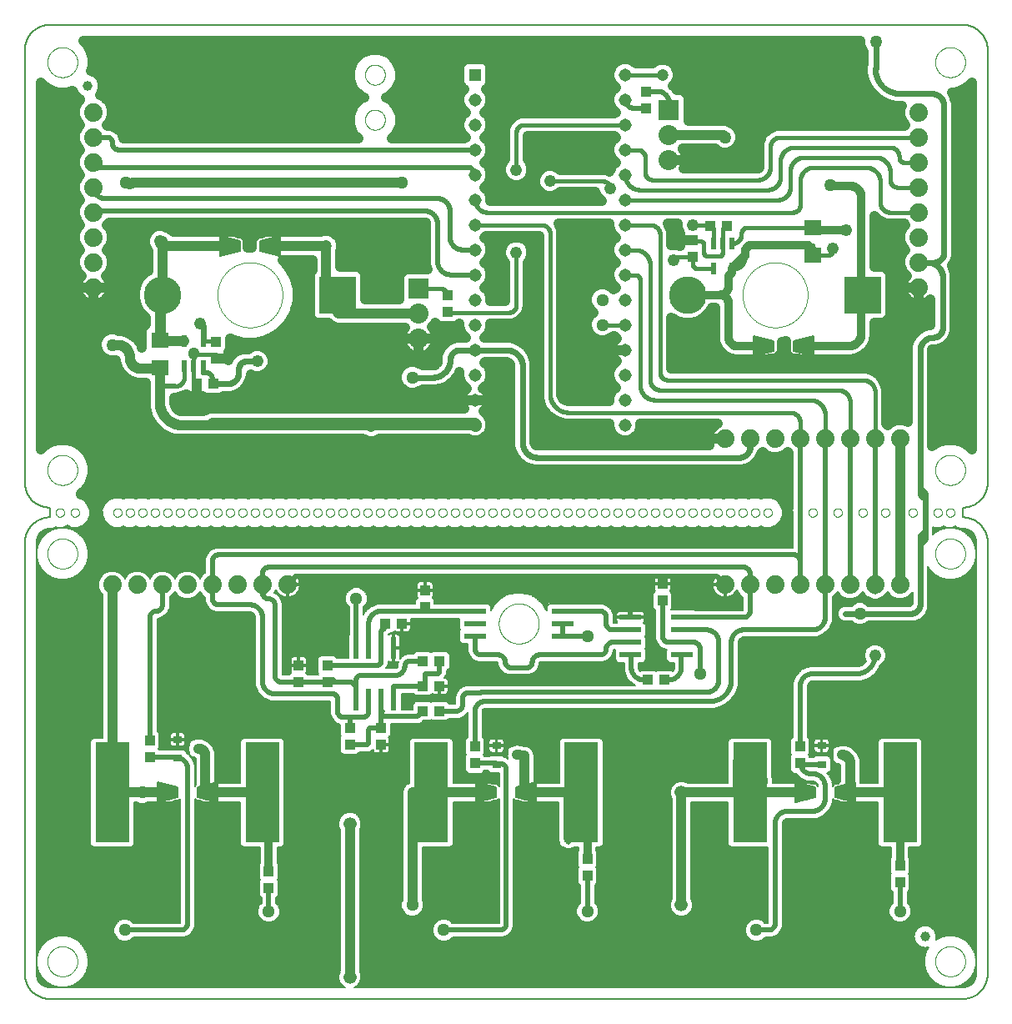
<source format=gbl>
G75*
%MOIN*%
%OFA0B0*%
%FSLAX25Y25*%
%IPPOS*%
%LPD*%
%AMOC8*
5,1,8,0,0,1.08239X$1,22.5*
%
%ADD10C,0.00000*%
%ADD11C,0.00600*%
%ADD12R,0.05150X0.05150*%
%ADD13C,0.05150*%
%ADD14C,0.07400*%
%ADD15R,0.03937X0.04331*%
%ADD16C,0.15000*%
%ADD17R,0.15000X0.15000*%
%ADD18R,0.08250X0.08250*%
%ADD19C,0.08000*%
%ADD20R,0.05600X0.02800*%
%ADD21C,0.00500*%
%ADD22R,0.03543X0.03150*%
%ADD23R,0.13780X0.40000*%
%ADD24R,0.08700X0.02400*%
%ADD25R,0.02362X0.08661*%
%ADD26R,0.09000X0.02400*%
%ADD27R,0.04331X0.03937*%
%ADD28R,0.02165X0.04724*%
%ADD29R,0.07087X0.06299*%
%ADD30C,0.03937*%
%ADD31C,0.01600*%
%ADD32C,0.04750*%
%ADD33C,0.04000*%
%ADD34C,0.05020*%
%ADD35C,0.03200*%
%ADD36C,0.02000*%
%ADD37C,0.04800*%
%ADD38C,0.02500*%
%ADD39C,0.05100*%
%ADD40C,0.05250*%
%ADD41C,0.05000*%
%ADD42C,0.02400*%
D10*
X0012000Y0016548D02*
X0012002Y0016702D01*
X0012008Y0016857D01*
X0012018Y0017011D01*
X0012032Y0017165D01*
X0012050Y0017318D01*
X0012071Y0017471D01*
X0012097Y0017624D01*
X0012127Y0017775D01*
X0012160Y0017926D01*
X0012198Y0018076D01*
X0012239Y0018225D01*
X0012284Y0018373D01*
X0012333Y0018519D01*
X0012386Y0018665D01*
X0012442Y0018808D01*
X0012502Y0018951D01*
X0012566Y0019091D01*
X0012633Y0019231D01*
X0012704Y0019368D01*
X0012778Y0019503D01*
X0012856Y0019637D01*
X0012937Y0019768D01*
X0013022Y0019897D01*
X0013110Y0020025D01*
X0013201Y0020149D01*
X0013295Y0020272D01*
X0013393Y0020392D01*
X0013493Y0020509D01*
X0013597Y0020624D01*
X0013703Y0020736D01*
X0013812Y0020845D01*
X0013924Y0020951D01*
X0014039Y0021055D01*
X0014156Y0021155D01*
X0014276Y0021253D01*
X0014399Y0021347D01*
X0014523Y0021438D01*
X0014651Y0021526D01*
X0014780Y0021611D01*
X0014911Y0021692D01*
X0015045Y0021770D01*
X0015180Y0021844D01*
X0015317Y0021915D01*
X0015457Y0021982D01*
X0015597Y0022046D01*
X0015740Y0022106D01*
X0015883Y0022162D01*
X0016029Y0022215D01*
X0016175Y0022264D01*
X0016323Y0022309D01*
X0016472Y0022350D01*
X0016622Y0022388D01*
X0016773Y0022421D01*
X0016924Y0022451D01*
X0017077Y0022477D01*
X0017230Y0022498D01*
X0017383Y0022516D01*
X0017537Y0022530D01*
X0017691Y0022540D01*
X0017846Y0022546D01*
X0018000Y0022548D01*
X0018154Y0022546D01*
X0018309Y0022540D01*
X0018463Y0022530D01*
X0018617Y0022516D01*
X0018770Y0022498D01*
X0018923Y0022477D01*
X0019076Y0022451D01*
X0019227Y0022421D01*
X0019378Y0022388D01*
X0019528Y0022350D01*
X0019677Y0022309D01*
X0019825Y0022264D01*
X0019971Y0022215D01*
X0020117Y0022162D01*
X0020260Y0022106D01*
X0020403Y0022046D01*
X0020543Y0021982D01*
X0020683Y0021915D01*
X0020820Y0021844D01*
X0020955Y0021770D01*
X0021089Y0021692D01*
X0021220Y0021611D01*
X0021349Y0021526D01*
X0021477Y0021438D01*
X0021601Y0021347D01*
X0021724Y0021253D01*
X0021844Y0021155D01*
X0021961Y0021055D01*
X0022076Y0020951D01*
X0022188Y0020845D01*
X0022297Y0020736D01*
X0022403Y0020624D01*
X0022507Y0020509D01*
X0022607Y0020392D01*
X0022705Y0020272D01*
X0022799Y0020149D01*
X0022890Y0020025D01*
X0022978Y0019897D01*
X0023063Y0019768D01*
X0023144Y0019637D01*
X0023222Y0019503D01*
X0023296Y0019368D01*
X0023367Y0019231D01*
X0023434Y0019091D01*
X0023498Y0018951D01*
X0023558Y0018808D01*
X0023614Y0018665D01*
X0023667Y0018519D01*
X0023716Y0018373D01*
X0023761Y0018225D01*
X0023802Y0018076D01*
X0023840Y0017926D01*
X0023873Y0017775D01*
X0023903Y0017624D01*
X0023929Y0017471D01*
X0023950Y0017318D01*
X0023968Y0017165D01*
X0023982Y0017011D01*
X0023992Y0016857D01*
X0023998Y0016702D01*
X0024000Y0016548D01*
X0023998Y0016394D01*
X0023992Y0016239D01*
X0023982Y0016085D01*
X0023968Y0015931D01*
X0023950Y0015778D01*
X0023929Y0015625D01*
X0023903Y0015472D01*
X0023873Y0015321D01*
X0023840Y0015170D01*
X0023802Y0015020D01*
X0023761Y0014871D01*
X0023716Y0014723D01*
X0023667Y0014577D01*
X0023614Y0014431D01*
X0023558Y0014288D01*
X0023498Y0014145D01*
X0023434Y0014005D01*
X0023367Y0013865D01*
X0023296Y0013728D01*
X0023222Y0013593D01*
X0023144Y0013459D01*
X0023063Y0013328D01*
X0022978Y0013199D01*
X0022890Y0013071D01*
X0022799Y0012947D01*
X0022705Y0012824D01*
X0022607Y0012704D01*
X0022507Y0012587D01*
X0022403Y0012472D01*
X0022297Y0012360D01*
X0022188Y0012251D01*
X0022076Y0012145D01*
X0021961Y0012041D01*
X0021844Y0011941D01*
X0021724Y0011843D01*
X0021601Y0011749D01*
X0021477Y0011658D01*
X0021349Y0011570D01*
X0021220Y0011485D01*
X0021089Y0011404D01*
X0020955Y0011326D01*
X0020820Y0011252D01*
X0020683Y0011181D01*
X0020543Y0011114D01*
X0020403Y0011050D01*
X0020260Y0010990D01*
X0020117Y0010934D01*
X0019971Y0010881D01*
X0019825Y0010832D01*
X0019677Y0010787D01*
X0019528Y0010746D01*
X0019378Y0010708D01*
X0019227Y0010675D01*
X0019076Y0010645D01*
X0018923Y0010619D01*
X0018770Y0010598D01*
X0018617Y0010580D01*
X0018463Y0010566D01*
X0018309Y0010556D01*
X0018154Y0010550D01*
X0018000Y0010548D01*
X0017846Y0010550D01*
X0017691Y0010556D01*
X0017537Y0010566D01*
X0017383Y0010580D01*
X0017230Y0010598D01*
X0017077Y0010619D01*
X0016924Y0010645D01*
X0016773Y0010675D01*
X0016622Y0010708D01*
X0016472Y0010746D01*
X0016323Y0010787D01*
X0016175Y0010832D01*
X0016029Y0010881D01*
X0015883Y0010934D01*
X0015740Y0010990D01*
X0015597Y0011050D01*
X0015457Y0011114D01*
X0015317Y0011181D01*
X0015180Y0011252D01*
X0015045Y0011326D01*
X0014911Y0011404D01*
X0014780Y0011485D01*
X0014651Y0011570D01*
X0014523Y0011658D01*
X0014399Y0011749D01*
X0014276Y0011843D01*
X0014156Y0011941D01*
X0014039Y0012041D01*
X0013924Y0012145D01*
X0013812Y0012251D01*
X0013703Y0012360D01*
X0013597Y0012472D01*
X0013493Y0012587D01*
X0013393Y0012704D01*
X0013295Y0012824D01*
X0013201Y0012947D01*
X0013110Y0013071D01*
X0013022Y0013199D01*
X0012937Y0013328D01*
X0012856Y0013459D01*
X0012778Y0013593D01*
X0012704Y0013728D01*
X0012633Y0013865D01*
X0012566Y0014005D01*
X0012502Y0014145D01*
X0012442Y0014288D01*
X0012386Y0014431D01*
X0012333Y0014577D01*
X0012284Y0014723D01*
X0012239Y0014871D01*
X0012198Y0015020D01*
X0012160Y0015170D01*
X0012127Y0015321D01*
X0012097Y0015472D01*
X0012071Y0015625D01*
X0012050Y0015778D01*
X0012032Y0015931D01*
X0012018Y0016085D01*
X0012008Y0016239D01*
X0012002Y0016394D01*
X0012000Y0016548D01*
X0034000Y0072048D02*
X0034002Y0072174D01*
X0034008Y0072300D01*
X0034018Y0072426D01*
X0034032Y0072552D01*
X0034050Y0072677D01*
X0034072Y0072801D01*
X0034097Y0072925D01*
X0034127Y0073048D01*
X0034160Y0073169D01*
X0034198Y0073290D01*
X0034239Y0073409D01*
X0034284Y0073528D01*
X0034332Y0073644D01*
X0034384Y0073759D01*
X0034440Y0073872D01*
X0034500Y0073984D01*
X0034563Y0074093D01*
X0034629Y0074201D01*
X0034698Y0074306D01*
X0034771Y0074409D01*
X0034848Y0074510D01*
X0034927Y0074608D01*
X0035009Y0074704D01*
X0035095Y0074797D01*
X0035183Y0074888D01*
X0035274Y0074975D01*
X0035368Y0075060D01*
X0035464Y0075141D01*
X0035563Y0075220D01*
X0035664Y0075295D01*
X0035768Y0075367D01*
X0035874Y0075436D01*
X0035982Y0075502D01*
X0036092Y0075564D01*
X0036204Y0075622D01*
X0036317Y0075677D01*
X0036433Y0075728D01*
X0036550Y0075776D01*
X0036668Y0075820D01*
X0036788Y0075860D01*
X0036909Y0075896D01*
X0037031Y0075929D01*
X0037154Y0075958D01*
X0037278Y0075982D01*
X0037402Y0076003D01*
X0037527Y0076020D01*
X0037653Y0076033D01*
X0037779Y0076042D01*
X0037905Y0076047D01*
X0038032Y0076048D01*
X0038158Y0076045D01*
X0038284Y0076038D01*
X0038410Y0076027D01*
X0038535Y0076012D01*
X0038660Y0075993D01*
X0038784Y0075970D01*
X0038908Y0075944D01*
X0039030Y0075913D01*
X0039152Y0075879D01*
X0039272Y0075840D01*
X0039391Y0075798D01*
X0039509Y0075753D01*
X0039625Y0075703D01*
X0039740Y0075650D01*
X0039852Y0075593D01*
X0039963Y0075533D01*
X0040072Y0075469D01*
X0040179Y0075402D01*
X0040284Y0075332D01*
X0040387Y0075258D01*
X0040487Y0075181D01*
X0040585Y0075101D01*
X0040680Y0075018D01*
X0040772Y0074932D01*
X0040862Y0074843D01*
X0040949Y0074751D01*
X0041032Y0074657D01*
X0041113Y0074560D01*
X0041191Y0074460D01*
X0041266Y0074358D01*
X0041337Y0074254D01*
X0041405Y0074147D01*
X0041469Y0074039D01*
X0041530Y0073928D01*
X0041588Y0073816D01*
X0041642Y0073702D01*
X0041692Y0073586D01*
X0041739Y0073469D01*
X0041782Y0073350D01*
X0041821Y0073230D01*
X0041857Y0073109D01*
X0041888Y0072986D01*
X0041916Y0072863D01*
X0041940Y0072739D01*
X0041960Y0072614D01*
X0041976Y0072489D01*
X0041988Y0072363D01*
X0041996Y0072237D01*
X0042000Y0072111D01*
X0042000Y0071985D01*
X0041996Y0071859D01*
X0041988Y0071733D01*
X0041976Y0071607D01*
X0041960Y0071482D01*
X0041940Y0071357D01*
X0041916Y0071233D01*
X0041888Y0071110D01*
X0041857Y0070987D01*
X0041821Y0070866D01*
X0041782Y0070746D01*
X0041739Y0070627D01*
X0041692Y0070510D01*
X0041642Y0070394D01*
X0041588Y0070280D01*
X0041530Y0070168D01*
X0041469Y0070057D01*
X0041405Y0069949D01*
X0041337Y0069842D01*
X0041266Y0069738D01*
X0041191Y0069636D01*
X0041113Y0069536D01*
X0041032Y0069439D01*
X0040949Y0069345D01*
X0040862Y0069253D01*
X0040772Y0069164D01*
X0040680Y0069078D01*
X0040585Y0068995D01*
X0040487Y0068915D01*
X0040387Y0068838D01*
X0040284Y0068764D01*
X0040179Y0068694D01*
X0040072Y0068627D01*
X0039963Y0068563D01*
X0039852Y0068503D01*
X0039740Y0068446D01*
X0039625Y0068393D01*
X0039509Y0068343D01*
X0039391Y0068298D01*
X0039272Y0068256D01*
X0039152Y0068217D01*
X0039030Y0068183D01*
X0038908Y0068152D01*
X0038784Y0068126D01*
X0038660Y0068103D01*
X0038535Y0068084D01*
X0038410Y0068069D01*
X0038284Y0068058D01*
X0038158Y0068051D01*
X0038032Y0068048D01*
X0037905Y0068049D01*
X0037779Y0068054D01*
X0037653Y0068063D01*
X0037527Y0068076D01*
X0037402Y0068093D01*
X0037278Y0068114D01*
X0037154Y0068138D01*
X0037031Y0068167D01*
X0036909Y0068200D01*
X0036788Y0068236D01*
X0036668Y0068276D01*
X0036550Y0068320D01*
X0036433Y0068368D01*
X0036317Y0068419D01*
X0036204Y0068474D01*
X0036092Y0068532D01*
X0035982Y0068594D01*
X0035874Y0068660D01*
X0035768Y0068729D01*
X0035664Y0068801D01*
X0035563Y0068876D01*
X0035464Y0068955D01*
X0035368Y0069036D01*
X0035274Y0069121D01*
X0035183Y0069208D01*
X0035095Y0069299D01*
X0035009Y0069392D01*
X0034927Y0069488D01*
X0034848Y0069586D01*
X0034771Y0069687D01*
X0034698Y0069790D01*
X0034629Y0069895D01*
X0034563Y0070003D01*
X0034500Y0070112D01*
X0034440Y0070224D01*
X0034384Y0070337D01*
X0034332Y0070452D01*
X0034284Y0070568D01*
X0034239Y0070687D01*
X0034198Y0070806D01*
X0034160Y0070927D01*
X0034127Y0071048D01*
X0034097Y0071171D01*
X0034072Y0071295D01*
X0034050Y0071419D01*
X0034032Y0071544D01*
X0034018Y0071670D01*
X0034008Y0071796D01*
X0034002Y0071922D01*
X0034000Y0072048D01*
X0034000Y0076048D02*
X0034002Y0076174D01*
X0034008Y0076300D01*
X0034018Y0076426D01*
X0034032Y0076552D01*
X0034050Y0076677D01*
X0034072Y0076801D01*
X0034097Y0076925D01*
X0034127Y0077048D01*
X0034160Y0077169D01*
X0034198Y0077290D01*
X0034239Y0077409D01*
X0034284Y0077528D01*
X0034332Y0077644D01*
X0034384Y0077759D01*
X0034440Y0077872D01*
X0034500Y0077984D01*
X0034563Y0078093D01*
X0034629Y0078201D01*
X0034698Y0078306D01*
X0034771Y0078409D01*
X0034848Y0078510D01*
X0034927Y0078608D01*
X0035009Y0078704D01*
X0035095Y0078797D01*
X0035183Y0078888D01*
X0035274Y0078975D01*
X0035368Y0079060D01*
X0035464Y0079141D01*
X0035563Y0079220D01*
X0035664Y0079295D01*
X0035768Y0079367D01*
X0035874Y0079436D01*
X0035982Y0079502D01*
X0036092Y0079564D01*
X0036204Y0079622D01*
X0036317Y0079677D01*
X0036433Y0079728D01*
X0036550Y0079776D01*
X0036668Y0079820D01*
X0036788Y0079860D01*
X0036909Y0079896D01*
X0037031Y0079929D01*
X0037154Y0079958D01*
X0037278Y0079982D01*
X0037402Y0080003D01*
X0037527Y0080020D01*
X0037653Y0080033D01*
X0037779Y0080042D01*
X0037905Y0080047D01*
X0038032Y0080048D01*
X0038158Y0080045D01*
X0038284Y0080038D01*
X0038410Y0080027D01*
X0038535Y0080012D01*
X0038660Y0079993D01*
X0038784Y0079970D01*
X0038908Y0079944D01*
X0039030Y0079913D01*
X0039152Y0079879D01*
X0039272Y0079840D01*
X0039391Y0079798D01*
X0039509Y0079753D01*
X0039625Y0079703D01*
X0039740Y0079650D01*
X0039852Y0079593D01*
X0039963Y0079533D01*
X0040072Y0079469D01*
X0040179Y0079402D01*
X0040284Y0079332D01*
X0040387Y0079258D01*
X0040487Y0079181D01*
X0040585Y0079101D01*
X0040680Y0079018D01*
X0040772Y0078932D01*
X0040862Y0078843D01*
X0040949Y0078751D01*
X0041032Y0078657D01*
X0041113Y0078560D01*
X0041191Y0078460D01*
X0041266Y0078358D01*
X0041337Y0078254D01*
X0041405Y0078147D01*
X0041469Y0078039D01*
X0041530Y0077928D01*
X0041588Y0077816D01*
X0041642Y0077702D01*
X0041692Y0077586D01*
X0041739Y0077469D01*
X0041782Y0077350D01*
X0041821Y0077230D01*
X0041857Y0077109D01*
X0041888Y0076986D01*
X0041916Y0076863D01*
X0041940Y0076739D01*
X0041960Y0076614D01*
X0041976Y0076489D01*
X0041988Y0076363D01*
X0041996Y0076237D01*
X0042000Y0076111D01*
X0042000Y0075985D01*
X0041996Y0075859D01*
X0041988Y0075733D01*
X0041976Y0075607D01*
X0041960Y0075482D01*
X0041940Y0075357D01*
X0041916Y0075233D01*
X0041888Y0075110D01*
X0041857Y0074987D01*
X0041821Y0074866D01*
X0041782Y0074746D01*
X0041739Y0074627D01*
X0041692Y0074510D01*
X0041642Y0074394D01*
X0041588Y0074280D01*
X0041530Y0074168D01*
X0041469Y0074057D01*
X0041405Y0073949D01*
X0041337Y0073842D01*
X0041266Y0073738D01*
X0041191Y0073636D01*
X0041113Y0073536D01*
X0041032Y0073439D01*
X0040949Y0073345D01*
X0040862Y0073253D01*
X0040772Y0073164D01*
X0040680Y0073078D01*
X0040585Y0072995D01*
X0040487Y0072915D01*
X0040387Y0072838D01*
X0040284Y0072764D01*
X0040179Y0072694D01*
X0040072Y0072627D01*
X0039963Y0072563D01*
X0039852Y0072503D01*
X0039740Y0072446D01*
X0039625Y0072393D01*
X0039509Y0072343D01*
X0039391Y0072298D01*
X0039272Y0072256D01*
X0039152Y0072217D01*
X0039030Y0072183D01*
X0038908Y0072152D01*
X0038784Y0072126D01*
X0038660Y0072103D01*
X0038535Y0072084D01*
X0038410Y0072069D01*
X0038284Y0072058D01*
X0038158Y0072051D01*
X0038032Y0072048D01*
X0037905Y0072049D01*
X0037779Y0072054D01*
X0037653Y0072063D01*
X0037527Y0072076D01*
X0037402Y0072093D01*
X0037278Y0072114D01*
X0037154Y0072138D01*
X0037031Y0072167D01*
X0036909Y0072200D01*
X0036788Y0072236D01*
X0036668Y0072276D01*
X0036550Y0072320D01*
X0036433Y0072368D01*
X0036317Y0072419D01*
X0036204Y0072474D01*
X0036092Y0072532D01*
X0035982Y0072594D01*
X0035874Y0072660D01*
X0035768Y0072729D01*
X0035664Y0072801D01*
X0035563Y0072876D01*
X0035464Y0072955D01*
X0035368Y0073036D01*
X0035274Y0073121D01*
X0035183Y0073208D01*
X0035095Y0073299D01*
X0035009Y0073392D01*
X0034927Y0073488D01*
X0034848Y0073586D01*
X0034771Y0073687D01*
X0034698Y0073790D01*
X0034629Y0073895D01*
X0034563Y0074003D01*
X0034500Y0074112D01*
X0034440Y0074224D01*
X0034384Y0074337D01*
X0034332Y0074452D01*
X0034284Y0074568D01*
X0034239Y0074687D01*
X0034198Y0074806D01*
X0034160Y0074927D01*
X0034127Y0075048D01*
X0034097Y0075171D01*
X0034072Y0075295D01*
X0034050Y0075419D01*
X0034032Y0075544D01*
X0034018Y0075670D01*
X0034008Y0075796D01*
X0034002Y0075922D01*
X0034000Y0076048D01*
X0034000Y0080048D02*
X0034002Y0080174D01*
X0034008Y0080300D01*
X0034018Y0080426D01*
X0034032Y0080552D01*
X0034050Y0080677D01*
X0034072Y0080801D01*
X0034097Y0080925D01*
X0034127Y0081048D01*
X0034160Y0081169D01*
X0034198Y0081290D01*
X0034239Y0081409D01*
X0034284Y0081528D01*
X0034332Y0081644D01*
X0034384Y0081759D01*
X0034440Y0081872D01*
X0034500Y0081984D01*
X0034563Y0082093D01*
X0034629Y0082201D01*
X0034698Y0082306D01*
X0034771Y0082409D01*
X0034848Y0082510D01*
X0034927Y0082608D01*
X0035009Y0082704D01*
X0035095Y0082797D01*
X0035183Y0082888D01*
X0035274Y0082975D01*
X0035368Y0083060D01*
X0035464Y0083141D01*
X0035563Y0083220D01*
X0035664Y0083295D01*
X0035768Y0083367D01*
X0035874Y0083436D01*
X0035982Y0083502D01*
X0036092Y0083564D01*
X0036204Y0083622D01*
X0036317Y0083677D01*
X0036433Y0083728D01*
X0036550Y0083776D01*
X0036668Y0083820D01*
X0036788Y0083860D01*
X0036909Y0083896D01*
X0037031Y0083929D01*
X0037154Y0083958D01*
X0037278Y0083982D01*
X0037402Y0084003D01*
X0037527Y0084020D01*
X0037653Y0084033D01*
X0037779Y0084042D01*
X0037905Y0084047D01*
X0038032Y0084048D01*
X0038158Y0084045D01*
X0038284Y0084038D01*
X0038410Y0084027D01*
X0038535Y0084012D01*
X0038660Y0083993D01*
X0038784Y0083970D01*
X0038908Y0083944D01*
X0039030Y0083913D01*
X0039152Y0083879D01*
X0039272Y0083840D01*
X0039391Y0083798D01*
X0039509Y0083753D01*
X0039625Y0083703D01*
X0039740Y0083650D01*
X0039852Y0083593D01*
X0039963Y0083533D01*
X0040072Y0083469D01*
X0040179Y0083402D01*
X0040284Y0083332D01*
X0040387Y0083258D01*
X0040487Y0083181D01*
X0040585Y0083101D01*
X0040680Y0083018D01*
X0040772Y0082932D01*
X0040862Y0082843D01*
X0040949Y0082751D01*
X0041032Y0082657D01*
X0041113Y0082560D01*
X0041191Y0082460D01*
X0041266Y0082358D01*
X0041337Y0082254D01*
X0041405Y0082147D01*
X0041469Y0082039D01*
X0041530Y0081928D01*
X0041588Y0081816D01*
X0041642Y0081702D01*
X0041692Y0081586D01*
X0041739Y0081469D01*
X0041782Y0081350D01*
X0041821Y0081230D01*
X0041857Y0081109D01*
X0041888Y0080986D01*
X0041916Y0080863D01*
X0041940Y0080739D01*
X0041960Y0080614D01*
X0041976Y0080489D01*
X0041988Y0080363D01*
X0041996Y0080237D01*
X0042000Y0080111D01*
X0042000Y0079985D01*
X0041996Y0079859D01*
X0041988Y0079733D01*
X0041976Y0079607D01*
X0041960Y0079482D01*
X0041940Y0079357D01*
X0041916Y0079233D01*
X0041888Y0079110D01*
X0041857Y0078987D01*
X0041821Y0078866D01*
X0041782Y0078746D01*
X0041739Y0078627D01*
X0041692Y0078510D01*
X0041642Y0078394D01*
X0041588Y0078280D01*
X0041530Y0078168D01*
X0041469Y0078057D01*
X0041405Y0077949D01*
X0041337Y0077842D01*
X0041266Y0077738D01*
X0041191Y0077636D01*
X0041113Y0077536D01*
X0041032Y0077439D01*
X0040949Y0077345D01*
X0040862Y0077253D01*
X0040772Y0077164D01*
X0040680Y0077078D01*
X0040585Y0076995D01*
X0040487Y0076915D01*
X0040387Y0076838D01*
X0040284Y0076764D01*
X0040179Y0076694D01*
X0040072Y0076627D01*
X0039963Y0076563D01*
X0039852Y0076503D01*
X0039740Y0076446D01*
X0039625Y0076393D01*
X0039509Y0076343D01*
X0039391Y0076298D01*
X0039272Y0076256D01*
X0039152Y0076217D01*
X0039030Y0076183D01*
X0038908Y0076152D01*
X0038784Y0076126D01*
X0038660Y0076103D01*
X0038535Y0076084D01*
X0038410Y0076069D01*
X0038284Y0076058D01*
X0038158Y0076051D01*
X0038032Y0076048D01*
X0037905Y0076049D01*
X0037779Y0076054D01*
X0037653Y0076063D01*
X0037527Y0076076D01*
X0037402Y0076093D01*
X0037278Y0076114D01*
X0037154Y0076138D01*
X0037031Y0076167D01*
X0036909Y0076200D01*
X0036788Y0076236D01*
X0036668Y0076276D01*
X0036550Y0076320D01*
X0036433Y0076368D01*
X0036317Y0076419D01*
X0036204Y0076474D01*
X0036092Y0076532D01*
X0035982Y0076594D01*
X0035874Y0076660D01*
X0035768Y0076729D01*
X0035664Y0076801D01*
X0035563Y0076876D01*
X0035464Y0076955D01*
X0035368Y0077036D01*
X0035274Y0077121D01*
X0035183Y0077208D01*
X0035095Y0077299D01*
X0035009Y0077392D01*
X0034927Y0077488D01*
X0034848Y0077586D01*
X0034771Y0077687D01*
X0034698Y0077790D01*
X0034629Y0077895D01*
X0034563Y0078003D01*
X0034500Y0078112D01*
X0034440Y0078224D01*
X0034384Y0078337D01*
X0034332Y0078452D01*
X0034284Y0078568D01*
X0034239Y0078687D01*
X0034198Y0078806D01*
X0034160Y0078927D01*
X0034127Y0079048D01*
X0034097Y0079171D01*
X0034072Y0079295D01*
X0034050Y0079419D01*
X0034032Y0079544D01*
X0034018Y0079670D01*
X0034008Y0079796D01*
X0034002Y0079922D01*
X0034000Y0080048D01*
X0034000Y0084048D02*
X0034002Y0084174D01*
X0034008Y0084300D01*
X0034018Y0084426D01*
X0034032Y0084552D01*
X0034050Y0084677D01*
X0034072Y0084801D01*
X0034097Y0084925D01*
X0034127Y0085048D01*
X0034160Y0085169D01*
X0034198Y0085290D01*
X0034239Y0085409D01*
X0034284Y0085528D01*
X0034332Y0085644D01*
X0034384Y0085759D01*
X0034440Y0085872D01*
X0034500Y0085984D01*
X0034563Y0086093D01*
X0034629Y0086201D01*
X0034698Y0086306D01*
X0034771Y0086409D01*
X0034848Y0086510D01*
X0034927Y0086608D01*
X0035009Y0086704D01*
X0035095Y0086797D01*
X0035183Y0086888D01*
X0035274Y0086975D01*
X0035368Y0087060D01*
X0035464Y0087141D01*
X0035563Y0087220D01*
X0035664Y0087295D01*
X0035768Y0087367D01*
X0035874Y0087436D01*
X0035982Y0087502D01*
X0036092Y0087564D01*
X0036204Y0087622D01*
X0036317Y0087677D01*
X0036433Y0087728D01*
X0036550Y0087776D01*
X0036668Y0087820D01*
X0036788Y0087860D01*
X0036909Y0087896D01*
X0037031Y0087929D01*
X0037154Y0087958D01*
X0037278Y0087982D01*
X0037402Y0088003D01*
X0037527Y0088020D01*
X0037653Y0088033D01*
X0037779Y0088042D01*
X0037905Y0088047D01*
X0038032Y0088048D01*
X0038158Y0088045D01*
X0038284Y0088038D01*
X0038410Y0088027D01*
X0038535Y0088012D01*
X0038660Y0087993D01*
X0038784Y0087970D01*
X0038908Y0087944D01*
X0039030Y0087913D01*
X0039152Y0087879D01*
X0039272Y0087840D01*
X0039391Y0087798D01*
X0039509Y0087753D01*
X0039625Y0087703D01*
X0039740Y0087650D01*
X0039852Y0087593D01*
X0039963Y0087533D01*
X0040072Y0087469D01*
X0040179Y0087402D01*
X0040284Y0087332D01*
X0040387Y0087258D01*
X0040487Y0087181D01*
X0040585Y0087101D01*
X0040680Y0087018D01*
X0040772Y0086932D01*
X0040862Y0086843D01*
X0040949Y0086751D01*
X0041032Y0086657D01*
X0041113Y0086560D01*
X0041191Y0086460D01*
X0041266Y0086358D01*
X0041337Y0086254D01*
X0041405Y0086147D01*
X0041469Y0086039D01*
X0041530Y0085928D01*
X0041588Y0085816D01*
X0041642Y0085702D01*
X0041692Y0085586D01*
X0041739Y0085469D01*
X0041782Y0085350D01*
X0041821Y0085230D01*
X0041857Y0085109D01*
X0041888Y0084986D01*
X0041916Y0084863D01*
X0041940Y0084739D01*
X0041960Y0084614D01*
X0041976Y0084489D01*
X0041988Y0084363D01*
X0041996Y0084237D01*
X0042000Y0084111D01*
X0042000Y0083985D01*
X0041996Y0083859D01*
X0041988Y0083733D01*
X0041976Y0083607D01*
X0041960Y0083482D01*
X0041940Y0083357D01*
X0041916Y0083233D01*
X0041888Y0083110D01*
X0041857Y0082987D01*
X0041821Y0082866D01*
X0041782Y0082746D01*
X0041739Y0082627D01*
X0041692Y0082510D01*
X0041642Y0082394D01*
X0041588Y0082280D01*
X0041530Y0082168D01*
X0041469Y0082057D01*
X0041405Y0081949D01*
X0041337Y0081842D01*
X0041266Y0081738D01*
X0041191Y0081636D01*
X0041113Y0081536D01*
X0041032Y0081439D01*
X0040949Y0081345D01*
X0040862Y0081253D01*
X0040772Y0081164D01*
X0040680Y0081078D01*
X0040585Y0080995D01*
X0040487Y0080915D01*
X0040387Y0080838D01*
X0040284Y0080764D01*
X0040179Y0080694D01*
X0040072Y0080627D01*
X0039963Y0080563D01*
X0039852Y0080503D01*
X0039740Y0080446D01*
X0039625Y0080393D01*
X0039509Y0080343D01*
X0039391Y0080298D01*
X0039272Y0080256D01*
X0039152Y0080217D01*
X0039030Y0080183D01*
X0038908Y0080152D01*
X0038784Y0080126D01*
X0038660Y0080103D01*
X0038535Y0080084D01*
X0038410Y0080069D01*
X0038284Y0080058D01*
X0038158Y0080051D01*
X0038032Y0080048D01*
X0037905Y0080049D01*
X0037779Y0080054D01*
X0037653Y0080063D01*
X0037527Y0080076D01*
X0037402Y0080093D01*
X0037278Y0080114D01*
X0037154Y0080138D01*
X0037031Y0080167D01*
X0036909Y0080200D01*
X0036788Y0080236D01*
X0036668Y0080276D01*
X0036550Y0080320D01*
X0036433Y0080368D01*
X0036317Y0080419D01*
X0036204Y0080474D01*
X0036092Y0080532D01*
X0035982Y0080594D01*
X0035874Y0080660D01*
X0035768Y0080729D01*
X0035664Y0080801D01*
X0035563Y0080876D01*
X0035464Y0080955D01*
X0035368Y0081036D01*
X0035274Y0081121D01*
X0035183Y0081208D01*
X0035095Y0081299D01*
X0035009Y0081392D01*
X0034927Y0081488D01*
X0034848Y0081586D01*
X0034771Y0081687D01*
X0034698Y0081790D01*
X0034629Y0081895D01*
X0034563Y0082003D01*
X0034500Y0082112D01*
X0034440Y0082224D01*
X0034384Y0082337D01*
X0034332Y0082452D01*
X0034284Y0082568D01*
X0034239Y0082687D01*
X0034198Y0082806D01*
X0034160Y0082927D01*
X0034127Y0083048D01*
X0034097Y0083171D01*
X0034072Y0083295D01*
X0034050Y0083419D01*
X0034032Y0083544D01*
X0034018Y0083670D01*
X0034008Y0083796D01*
X0034002Y0083922D01*
X0034000Y0084048D01*
X0034000Y0088048D02*
X0034002Y0088174D01*
X0034008Y0088300D01*
X0034018Y0088426D01*
X0034032Y0088552D01*
X0034050Y0088677D01*
X0034072Y0088801D01*
X0034097Y0088925D01*
X0034127Y0089048D01*
X0034160Y0089169D01*
X0034198Y0089290D01*
X0034239Y0089409D01*
X0034284Y0089528D01*
X0034332Y0089644D01*
X0034384Y0089759D01*
X0034440Y0089872D01*
X0034500Y0089984D01*
X0034563Y0090093D01*
X0034629Y0090201D01*
X0034698Y0090306D01*
X0034771Y0090409D01*
X0034848Y0090510D01*
X0034927Y0090608D01*
X0035009Y0090704D01*
X0035095Y0090797D01*
X0035183Y0090888D01*
X0035274Y0090975D01*
X0035368Y0091060D01*
X0035464Y0091141D01*
X0035563Y0091220D01*
X0035664Y0091295D01*
X0035768Y0091367D01*
X0035874Y0091436D01*
X0035982Y0091502D01*
X0036092Y0091564D01*
X0036204Y0091622D01*
X0036317Y0091677D01*
X0036433Y0091728D01*
X0036550Y0091776D01*
X0036668Y0091820D01*
X0036788Y0091860D01*
X0036909Y0091896D01*
X0037031Y0091929D01*
X0037154Y0091958D01*
X0037278Y0091982D01*
X0037402Y0092003D01*
X0037527Y0092020D01*
X0037653Y0092033D01*
X0037779Y0092042D01*
X0037905Y0092047D01*
X0038032Y0092048D01*
X0038158Y0092045D01*
X0038284Y0092038D01*
X0038410Y0092027D01*
X0038535Y0092012D01*
X0038660Y0091993D01*
X0038784Y0091970D01*
X0038908Y0091944D01*
X0039030Y0091913D01*
X0039152Y0091879D01*
X0039272Y0091840D01*
X0039391Y0091798D01*
X0039509Y0091753D01*
X0039625Y0091703D01*
X0039740Y0091650D01*
X0039852Y0091593D01*
X0039963Y0091533D01*
X0040072Y0091469D01*
X0040179Y0091402D01*
X0040284Y0091332D01*
X0040387Y0091258D01*
X0040487Y0091181D01*
X0040585Y0091101D01*
X0040680Y0091018D01*
X0040772Y0090932D01*
X0040862Y0090843D01*
X0040949Y0090751D01*
X0041032Y0090657D01*
X0041113Y0090560D01*
X0041191Y0090460D01*
X0041266Y0090358D01*
X0041337Y0090254D01*
X0041405Y0090147D01*
X0041469Y0090039D01*
X0041530Y0089928D01*
X0041588Y0089816D01*
X0041642Y0089702D01*
X0041692Y0089586D01*
X0041739Y0089469D01*
X0041782Y0089350D01*
X0041821Y0089230D01*
X0041857Y0089109D01*
X0041888Y0088986D01*
X0041916Y0088863D01*
X0041940Y0088739D01*
X0041960Y0088614D01*
X0041976Y0088489D01*
X0041988Y0088363D01*
X0041996Y0088237D01*
X0042000Y0088111D01*
X0042000Y0087985D01*
X0041996Y0087859D01*
X0041988Y0087733D01*
X0041976Y0087607D01*
X0041960Y0087482D01*
X0041940Y0087357D01*
X0041916Y0087233D01*
X0041888Y0087110D01*
X0041857Y0086987D01*
X0041821Y0086866D01*
X0041782Y0086746D01*
X0041739Y0086627D01*
X0041692Y0086510D01*
X0041642Y0086394D01*
X0041588Y0086280D01*
X0041530Y0086168D01*
X0041469Y0086057D01*
X0041405Y0085949D01*
X0041337Y0085842D01*
X0041266Y0085738D01*
X0041191Y0085636D01*
X0041113Y0085536D01*
X0041032Y0085439D01*
X0040949Y0085345D01*
X0040862Y0085253D01*
X0040772Y0085164D01*
X0040680Y0085078D01*
X0040585Y0084995D01*
X0040487Y0084915D01*
X0040387Y0084838D01*
X0040284Y0084764D01*
X0040179Y0084694D01*
X0040072Y0084627D01*
X0039963Y0084563D01*
X0039852Y0084503D01*
X0039740Y0084446D01*
X0039625Y0084393D01*
X0039509Y0084343D01*
X0039391Y0084298D01*
X0039272Y0084256D01*
X0039152Y0084217D01*
X0039030Y0084183D01*
X0038908Y0084152D01*
X0038784Y0084126D01*
X0038660Y0084103D01*
X0038535Y0084084D01*
X0038410Y0084069D01*
X0038284Y0084058D01*
X0038158Y0084051D01*
X0038032Y0084048D01*
X0037905Y0084049D01*
X0037779Y0084054D01*
X0037653Y0084063D01*
X0037527Y0084076D01*
X0037402Y0084093D01*
X0037278Y0084114D01*
X0037154Y0084138D01*
X0037031Y0084167D01*
X0036909Y0084200D01*
X0036788Y0084236D01*
X0036668Y0084276D01*
X0036550Y0084320D01*
X0036433Y0084368D01*
X0036317Y0084419D01*
X0036204Y0084474D01*
X0036092Y0084532D01*
X0035982Y0084594D01*
X0035874Y0084660D01*
X0035768Y0084729D01*
X0035664Y0084801D01*
X0035563Y0084876D01*
X0035464Y0084955D01*
X0035368Y0085036D01*
X0035274Y0085121D01*
X0035183Y0085208D01*
X0035095Y0085299D01*
X0035009Y0085392D01*
X0034927Y0085488D01*
X0034848Y0085586D01*
X0034771Y0085687D01*
X0034698Y0085790D01*
X0034629Y0085895D01*
X0034563Y0086003D01*
X0034500Y0086112D01*
X0034440Y0086224D01*
X0034384Y0086337D01*
X0034332Y0086452D01*
X0034284Y0086568D01*
X0034239Y0086687D01*
X0034198Y0086806D01*
X0034160Y0086927D01*
X0034127Y0087048D01*
X0034097Y0087171D01*
X0034072Y0087295D01*
X0034050Y0087419D01*
X0034032Y0087544D01*
X0034018Y0087670D01*
X0034008Y0087796D01*
X0034002Y0087922D01*
X0034000Y0088048D01*
X0034000Y0092048D02*
X0034002Y0092174D01*
X0034008Y0092300D01*
X0034018Y0092426D01*
X0034032Y0092552D01*
X0034050Y0092677D01*
X0034072Y0092801D01*
X0034097Y0092925D01*
X0034127Y0093048D01*
X0034160Y0093169D01*
X0034198Y0093290D01*
X0034239Y0093409D01*
X0034284Y0093528D01*
X0034332Y0093644D01*
X0034384Y0093759D01*
X0034440Y0093872D01*
X0034500Y0093984D01*
X0034563Y0094093D01*
X0034629Y0094201D01*
X0034698Y0094306D01*
X0034771Y0094409D01*
X0034848Y0094510D01*
X0034927Y0094608D01*
X0035009Y0094704D01*
X0035095Y0094797D01*
X0035183Y0094888D01*
X0035274Y0094975D01*
X0035368Y0095060D01*
X0035464Y0095141D01*
X0035563Y0095220D01*
X0035664Y0095295D01*
X0035768Y0095367D01*
X0035874Y0095436D01*
X0035982Y0095502D01*
X0036092Y0095564D01*
X0036204Y0095622D01*
X0036317Y0095677D01*
X0036433Y0095728D01*
X0036550Y0095776D01*
X0036668Y0095820D01*
X0036788Y0095860D01*
X0036909Y0095896D01*
X0037031Y0095929D01*
X0037154Y0095958D01*
X0037278Y0095982D01*
X0037402Y0096003D01*
X0037527Y0096020D01*
X0037653Y0096033D01*
X0037779Y0096042D01*
X0037905Y0096047D01*
X0038032Y0096048D01*
X0038158Y0096045D01*
X0038284Y0096038D01*
X0038410Y0096027D01*
X0038535Y0096012D01*
X0038660Y0095993D01*
X0038784Y0095970D01*
X0038908Y0095944D01*
X0039030Y0095913D01*
X0039152Y0095879D01*
X0039272Y0095840D01*
X0039391Y0095798D01*
X0039509Y0095753D01*
X0039625Y0095703D01*
X0039740Y0095650D01*
X0039852Y0095593D01*
X0039963Y0095533D01*
X0040072Y0095469D01*
X0040179Y0095402D01*
X0040284Y0095332D01*
X0040387Y0095258D01*
X0040487Y0095181D01*
X0040585Y0095101D01*
X0040680Y0095018D01*
X0040772Y0094932D01*
X0040862Y0094843D01*
X0040949Y0094751D01*
X0041032Y0094657D01*
X0041113Y0094560D01*
X0041191Y0094460D01*
X0041266Y0094358D01*
X0041337Y0094254D01*
X0041405Y0094147D01*
X0041469Y0094039D01*
X0041530Y0093928D01*
X0041588Y0093816D01*
X0041642Y0093702D01*
X0041692Y0093586D01*
X0041739Y0093469D01*
X0041782Y0093350D01*
X0041821Y0093230D01*
X0041857Y0093109D01*
X0041888Y0092986D01*
X0041916Y0092863D01*
X0041940Y0092739D01*
X0041960Y0092614D01*
X0041976Y0092489D01*
X0041988Y0092363D01*
X0041996Y0092237D01*
X0042000Y0092111D01*
X0042000Y0091985D01*
X0041996Y0091859D01*
X0041988Y0091733D01*
X0041976Y0091607D01*
X0041960Y0091482D01*
X0041940Y0091357D01*
X0041916Y0091233D01*
X0041888Y0091110D01*
X0041857Y0090987D01*
X0041821Y0090866D01*
X0041782Y0090746D01*
X0041739Y0090627D01*
X0041692Y0090510D01*
X0041642Y0090394D01*
X0041588Y0090280D01*
X0041530Y0090168D01*
X0041469Y0090057D01*
X0041405Y0089949D01*
X0041337Y0089842D01*
X0041266Y0089738D01*
X0041191Y0089636D01*
X0041113Y0089536D01*
X0041032Y0089439D01*
X0040949Y0089345D01*
X0040862Y0089253D01*
X0040772Y0089164D01*
X0040680Y0089078D01*
X0040585Y0088995D01*
X0040487Y0088915D01*
X0040387Y0088838D01*
X0040284Y0088764D01*
X0040179Y0088694D01*
X0040072Y0088627D01*
X0039963Y0088563D01*
X0039852Y0088503D01*
X0039740Y0088446D01*
X0039625Y0088393D01*
X0039509Y0088343D01*
X0039391Y0088298D01*
X0039272Y0088256D01*
X0039152Y0088217D01*
X0039030Y0088183D01*
X0038908Y0088152D01*
X0038784Y0088126D01*
X0038660Y0088103D01*
X0038535Y0088084D01*
X0038410Y0088069D01*
X0038284Y0088058D01*
X0038158Y0088051D01*
X0038032Y0088048D01*
X0037905Y0088049D01*
X0037779Y0088054D01*
X0037653Y0088063D01*
X0037527Y0088076D01*
X0037402Y0088093D01*
X0037278Y0088114D01*
X0037154Y0088138D01*
X0037031Y0088167D01*
X0036909Y0088200D01*
X0036788Y0088236D01*
X0036668Y0088276D01*
X0036550Y0088320D01*
X0036433Y0088368D01*
X0036317Y0088419D01*
X0036204Y0088474D01*
X0036092Y0088532D01*
X0035982Y0088594D01*
X0035874Y0088660D01*
X0035768Y0088729D01*
X0035664Y0088801D01*
X0035563Y0088876D01*
X0035464Y0088955D01*
X0035368Y0089036D01*
X0035274Y0089121D01*
X0035183Y0089208D01*
X0035095Y0089299D01*
X0035009Y0089392D01*
X0034927Y0089488D01*
X0034848Y0089586D01*
X0034771Y0089687D01*
X0034698Y0089790D01*
X0034629Y0089895D01*
X0034563Y0090003D01*
X0034500Y0090112D01*
X0034440Y0090224D01*
X0034384Y0090337D01*
X0034332Y0090452D01*
X0034284Y0090568D01*
X0034239Y0090687D01*
X0034198Y0090806D01*
X0034160Y0090927D01*
X0034127Y0091048D01*
X0034097Y0091171D01*
X0034072Y0091295D01*
X0034050Y0091419D01*
X0034032Y0091544D01*
X0034018Y0091670D01*
X0034008Y0091796D01*
X0034002Y0091922D01*
X0034000Y0092048D01*
X0034000Y0096048D02*
X0034002Y0096174D01*
X0034008Y0096300D01*
X0034018Y0096426D01*
X0034032Y0096552D01*
X0034050Y0096677D01*
X0034072Y0096801D01*
X0034097Y0096925D01*
X0034127Y0097048D01*
X0034160Y0097169D01*
X0034198Y0097290D01*
X0034239Y0097409D01*
X0034284Y0097528D01*
X0034332Y0097644D01*
X0034384Y0097759D01*
X0034440Y0097872D01*
X0034500Y0097984D01*
X0034563Y0098093D01*
X0034629Y0098201D01*
X0034698Y0098306D01*
X0034771Y0098409D01*
X0034848Y0098510D01*
X0034927Y0098608D01*
X0035009Y0098704D01*
X0035095Y0098797D01*
X0035183Y0098888D01*
X0035274Y0098975D01*
X0035368Y0099060D01*
X0035464Y0099141D01*
X0035563Y0099220D01*
X0035664Y0099295D01*
X0035768Y0099367D01*
X0035874Y0099436D01*
X0035982Y0099502D01*
X0036092Y0099564D01*
X0036204Y0099622D01*
X0036317Y0099677D01*
X0036433Y0099728D01*
X0036550Y0099776D01*
X0036668Y0099820D01*
X0036788Y0099860D01*
X0036909Y0099896D01*
X0037031Y0099929D01*
X0037154Y0099958D01*
X0037278Y0099982D01*
X0037402Y0100003D01*
X0037527Y0100020D01*
X0037653Y0100033D01*
X0037779Y0100042D01*
X0037905Y0100047D01*
X0038032Y0100048D01*
X0038158Y0100045D01*
X0038284Y0100038D01*
X0038410Y0100027D01*
X0038535Y0100012D01*
X0038660Y0099993D01*
X0038784Y0099970D01*
X0038908Y0099944D01*
X0039030Y0099913D01*
X0039152Y0099879D01*
X0039272Y0099840D01*
X0039391Y0099798D01*
X0039509Y0099753D01*
X0039625Y0099703D01*
X0039740Y0099650D01*
X0039852Y0099593D01*
X0039963Y0099533D01*
X0040072Y0099469D01*
X0040179Y0099402D01*
X0040284Y0099332D01*
X0040387Y0099258D01*
X0040487Y0099181D01*
X0040585Y0099101D01*
X0040680Y0099018D01*
X0040772Y0098932D01*
X0040862Y0098843D01*
X0040949Y0098751D01*
X0041032Y0098657D01*
X0041113Y0098560D01*
X0041191Y0098460D01*
X0041266Y0098358D01*
X0041337Y0098254D01*
X0041405Y0098147D01*
X0041469Y0098039D01*
X0041530Y0097928D01*
X0041588Y0097816D01*
X0041642Y0097702D01*
X0041692Y0097586D01*
X0041739Y0097469D01*
X0041782Y0097350D01*
X0041821Y0097230D01*
X0041857Y0097109D01*
X0041888Y0096986D01*
X0041916Y0096863D01*
X0041940Y0096739D01*
X0041960Y0096614D01*
X0041976Y0096489D01*
X0041988Y0096363D01*
X0041996Y0096237D01*
X0042000Y0096111D01*
X0042000Y0095985D01*
X0041996Y0095859D01*
X0041988Y0095733D01*
X0041976Y0095607D01*
X0041960Y0095482D01*
X0041940Y0095357D01*
X0041916Y0095233D01*
X0041888Y0095110D01*
X0041857Y0094987D01*
X0041821Y0094866D01*
X0041782Y0094746D01*
X0041739Y0094627D01*
X0041692Y0094510D01*
X0041642Y0094394D01*
X0041588Y0094280D01*
X0041530Y0094168D01*
X0041469Y0094057D01*
X0041405Y0093949D01*
X0041337Y0093842D01*
X0041266Y0093738D01*
X0041191Y0093636D01*
X0041113Y0093536D01*
X0041032Y0093439D01*
X0040949Y0093345D01*
X0040862Y0093253D01*
X0040772Y0093164D01*
X0040680Y0093078D01*
X0040585Y0092995D01*
X0040487Y0092915D01*
X0040387Y0092838D01*
X0040284Y0092764D01*
X0040179Y0092694D01*
X0040072Y0092627D01*
X0039963Y0092563D01*
X0039852Y0092503D01*
X0039740Y0092446D01*
X0039625Y0092393D01*
X0039509Y0092343D01*
X0039391Y0092298D01*
X0039272Y0092256D01*
X0039152Y0092217D01*
X0039030Y0092183D01*
X0038908Y0092152D01*
X0038784Y0092126D01*
X0038660Y0092103D01*
X0038535Y0092084D01*
X0038410Y0092069D01*
X0038284Y0092058D01*
X0038158Y0092051D01*
X0038032Y0092048D01*
X0037905Y0092049D01*
X0037779Y0092054D01*
X0037653Y0092063D01*
X0037527Y0092076D01*
X0037402Y0092093D01*
X0037278Y0092114D01*
X0037154Y0092138D01*
X0037031Y0092167D01*
X0036909Y0092200D01*
X0036788Y0092236D01*
X0036668Y0092276D01*
X0036550Y0092320D01*
X0036433Y0092368D01*
X0036317Y0092419D01*
X0036204Y0092474D01*
X0036092Y0092532D01*
X0035982Y0092594D01*
X0035874Y0092660D01*
X0035768Y0092729D01*
X0035664Y0092801D01*
X0035563Y0092876D01*
X0035464Y0092955D01*
X0035368Y0093036D01*
X0035274Y0093121D01*
X0035183Y0093208D01*
X0035095Y0093299D01*
X0035009Y0093392D01*
X0034927Y0093488D01*
X0034848Y0093586D01*
X0034771Y0093687D01*
X0034698Y0093790D01*
X0034629Y0093895D01*
X0034563Y0094003D01*
X0034500Y0094112D01*
X0034440Y0094224D01*
X0034384Y0094337D01*
X0034332Y0094452D01*
X0034284Y0094568D01*
X0034239Y0094687D01*
X0034198Y0094806D01*
X0034160Y0094927D01*
X0034127Y0095048D01*
X0034097Y0095171D01*
X0034072Y0095295D01*
X0034050Y0095419D01*
X0034032Y0095544D01*
X0034018Y0095670D01*
X0034008Y0095796D01*
X0034002Y0095922D01*
X0034000Y0096048D01*
X0094000Y0096048D02*
X0094002Y0096174D01*
X0094008Y0096300D01*
X0094018Y0096426D01*
X0094032Y0096552D01*
X0094050Y0096677D01*
X0094072Y0096801D01*
X0094097Y0096925D01*
X0094127Y0097048D01*
X0094160Y0097169D01*
X0094198Y0097290D01*
X0094239Y0097409D01*
X0094284Y0097528D01*
X0094332Y0097644D01*
X0094384Y0097759D01*
X0094440Y0097872D01*
X0094500Y0097984D01*
X0094563Y0098093D01*
X0094629Y0098201D01*
X0094698Y0098306D01*
X0094771Y0098409D01*
X0094848Y0098510D01*
X0094927Y0098608D01*
X0095009Y0098704D01*
X0095095Y0098797D01*
X0095183Y0098888D01*
X0095274Y0098975D01*
X0095368Y0099060D01*
X0095464Y0099141D01*
X0095563Y0099220D01*
X0095664Y0099295D01*
X0095768Y0099367D01*
X0095874Y0099436D01*
X0095982Y0099502D01*
X0096092Y0099564D01*
X0096204Y0099622D01*
X0096317Y0099677D01*
X0096433Y0099728D01*
X0096550Y0099776D01*
X0096668Y0099820D01*
X0096788Y0099860D01*
X0096909Y0099896D01*
X0097031Y0099929D01*
X0097154Y0099958D01*
X0097278Y0099982D01*
X0097402Y0100003D01*
X0097527Y0100020D01*
X0097653Y0100033D01*
X0097779Y0100042D01*
X0097905Y0100047D01*
X0098032Y0100048D01*
X0098158Y0100045D01*
X0098284Y0100038D01*
X0098410Y0100027D01*
X0098535Y0100012D01*
X0098660Y0099993D01*
X0098784Y0099970D01*
X0098908Y0099944D01*
X0099030Y0099913D01*
X0099152Y0099879D01*
X0099272Y0099840D01*
X0099391Y0099798D01*
X0099509Y0099753D01*
X0099625Y0099703D01*
X0099740Y0099650D01*
X0099852Y0099593D01*
X0099963Y0099533D01*
X0100072Y0099469D01*
X0100179Y0099402D01*
X0100284Y0099332D01*
X0100387Y0099258D01*
X0100487Y0099181D01*
X0100585Y0099101D01*
X0100680Y0099018D01*
X0100772Y0098932D01*
X0100862Y0098843D01*
X0100949Y0098751D01*
X0101032Y0098657D01*
X0101113Y0098560D01*
X0101191Y0098460D01*
X0101266Y0098358D01*
X0101337Y0098254D01*
X0101405Y0098147D01*
X0101469Y0098039D01*
X0101530Y0097928D01*
X0101588Y0097816D01*
X0101642Y0097702D01*
X0101692Y0097586D01*
X0101739Y0097469D01*
X0101782Y0097350D01*
X0101821Y0097230D01*
X0101857Y0097109D01*
X0101888Y0096986D01*
X0101916Y0096863D01*
X0101940Y0096739D01*
X0101960Y0096614D01*
X0101976Y0096489D01*
X0101988Y0096363D01*
X0101996Y0096237D01*
X0102000Y0096111D01*
X0102000Y0095985D01*
X0101996Y0095859D01*
X0101988Y0095733D01*
X0101976Y0095607D01*
X0101960Y0095482D01*
X0101940Y0095357D01*
X0101916Y0095233D01*
X0101888Y0095110D01*
X0101857Y0094987D01*
X0101821Y0094866D01*
X0101782Y0094746D01*
X0101739Y0094627D01*
X0101692Y0094510D01*
X0101642Y0094394D01*
X0101588Y0094280D01*
X0101530Y0094168D01*
X0101469Y0094057D01*
X0101405Y0093949D01*
X0101337Y0093842D01*
X0101266Y0093738D01*
X0101191Y0093636D01*
X0101113Y0093536D01*
X0101032Y0093439D01*
X0100949Y0093345D01*
X0100862Y0093253D01*
X0100772Y0093164D01*
X0100680Y0093078D01*
X0100585Y0092995D01*
X0100487Y0092915D01*
X0100387Y0092838D01*
X0100284Y0092764D01*
X0100179Y0092694D01*
X0100072Y0092627D01*
X0099963Y0092563D01*
X0099852Y0092503D01*
X0099740Y0092446D01*
X0099625Y0092393D01*
X0099509Y0092343D01*
X0099391Y0092298D01*
X0099272Y0092256D01*
X0099152Y0092217D01*
X0099030Y0092183D01*
X0098908Y0092152D01*
X0098784Y0092126D01*
X0098660Y0092103D01*
X0098535Y0092084D01*
X0098410Y0092069D01*
X0098284Y0092058D01*
X0098158Y0092051D01*
X0098032Y0092048D01*
X0097905Y0092049D01*
X0097779Y0092054D01*
X0097653Y0092063D01*
X0097527Y0092076D01*
X0097402Y0092093D01*
X0097278Y0092114D01*
X0097154Y0092138D01*
X0097031Y0092167D01*
X0096909Y0092200D01*
X0096788Y0092236D01*
X0096668Y0092276D01*
X0096550Y0092320D01*
X0096433Y0092368D01*
X0096317Y0092419D01*
X0096204Y0092474D01*
X0096092Y0092532D01*
X0095982Y0092594D01*
X0095874Y0092660D01*
X0095768Y0092729D01*
X0095664Y0092801D01*
X0095563Y0092876D01*
X0095464Y0092955D01*
X0095368Y0093036D01*
X0095274Y0093121D01*
X0095183Y0093208D01*
X0095095Y0093299D01*
X0095009Y0093392D01*
X0094927Y0093488D01*
X0094848Y0093586D01*
X0094771Y0093687D01*
X0094698Y0093790D01*
X0094629Y0093895D01*
X0094563Y0094003D01*
X0094500Y0094112D01*
X0094440Y0094224D01*
X0094384Y0094337D01*
X0094332Y0094452D01*
X0094284Y0094568D01*
X0094239Y0094687D01*
X0094198Y0094806D01*
X0094160Y0094927D01*
X0094127Y0095048D01*
X0094097Y0095171D01*
X0094072Y0095295D01*
X0094050Y0095419D01*
X0094032Y0095544D01*
X0094018Y0095670D01*
X0094008Y0095796D01*
X0094002Y0095922D01*
X0094000Y0096048D01*
X0094000Y0092048D02*
X0094002Y0092174D01*
X0094008Y0092300D01*
X0094018Y0092426D01*
X0094032Y0092552D01*
X0094050Y0092677D01*
X0094072Y0092801D01*
X0094097Y0092925D01*
X0094127Y0093048D01*
X0094160Y0093169D01*
X0094198Y0093290D01*
X0094239Y0093409D01*
X0094284Y0093528D01*
X0094332Y0093644D01*
X0094384Y0093759D01*
X0094440Y0093872D01*
X0094500Y0093984D01*
X0094563Y0094093D01*
X0094629Y0094201D01*
X0094698Y0094306D01*
X0094771Y0094409D01*
X0094848Y0094510D01*
X0094927Y0094608D01*
X0095009Y0094704D01*
X0095095Y0094797D01*
X0095183Y0094888D01*
X0095274Y0094975D01*
X0095368Y0095060D01*
X0095464Y0095141D01*
X0095563Y0095220D01*
X0095664Y0095295D01*
X0095768Y0095367D01*
X0095874Y0095436D01*
X0095982Y0095502D01*
X0096092Y0095564D01*
X0096204Y0095622D01*
X0096317Y0095677D01*
X0096433Y0095728D01*
X0096550Y0095776D01*
X0096668Y0095820D01*
X0096788Y0095860D01*
X0096909Y0095896D01*
X0097031Y0095929D01*
X0097154Y0095958D01*
X0097278Y0095982D01*
X0097402Y0096003D01*
X0097527Y0096020D01*
X0097653Y0096033D01*
X0097779Y0096042D01*
X0097905Y0096047D01*
X0098032Y0096048D01*
X0098158Y0096045D01*
X0098284Y0096038D01*
X0098410Y0096027D01*
X0098535Y0096012D01*
X0098660Y0095993D01*
X0098784Y0095970D01*
X0098908Y0095944D01*
X0099030Y0095913D01*
X0099152Y0095879D01*
X0099272Y0095840D01*
X0099391Y0095798D01*
X0099509Y0095753D01*
X0099625Y0095703D01*
X0099740Y0095650D01*
X0099852Y0095593D01*
X0099963Y0095533D01*
X0100072Y0095469D01*
X0100179Y0095402D01*
X0100284Y0095332D01*
X0100387Y0095258D01*
X0100487Y0095181D01*
X0100585Y0095101D01*
X0100680Y0095018D01*
X0100772Y0094932D01*
X0100862Y0094843D01*
X0100949Y0094751D01*
X0101032Y0094657D01*
X0101113Y0094560D01*
X0101191Y0094460D01*
X0101266Y0094358D01*
X0101337Y0094254D01*
X0101405Y0094147D01*
X0101469Y0094039D01*
X0101530Y0093928D01*
X0101588Y0093816D01*
X0101642Y0093702D01*
X0101692Y0093586D01*
X0101739Y0093469D01*
X0101782Y0093350D01*
X0101821Y0093230D01*
X0101857Y0093109D01*
X0101888Y0092986D01*
X0101916Y0092863D01*
X0101940Y0092739D01*
X0101960Y0092614D01*
X0101976Y0092489D01*
X0101988Y0092363D01*
X0101996Y0092237D01*
X0102000Y0092111D01*
X0102000Y0091985D01*
X0101996Y0091859D01*
X0101988Y0091733D01*
X0101976Y0091607D01*
X0101960Y0091482D01*
X0101940Y0091357D01*
X0101916Y0091233D01*
X0101888Y0091110D01*
X0101857Y0090987D01*
X0101821Y0090866D01*
X0101782Y0090746D01*
X0101739Y0090627D01*
X0101692Y0090510D01*
X0101642Y0090394D01*
X0101588Y0090280D01*
X0101530Y0090168D01*
X0101469Y0090057D01*
X0101405Y0089949D01*
X0101337Y0089842D01*
X0101266Y0089738D01*
X0101191Y0089636D01*
X0101113Y0089536D01*
X0101032Y0089439D01*
X0100949Y0089345D01*
X0100862Y0089253D01*
X0100772Y0089164D01*
X0100680Y0089078D01*
X0100585Y0088995D01*
X0100487Y0088915D01*
X0100387Y0088838D01*
X0100284Y0088764D01*
X0100179Y0088694D01*
X0100072Y0088627D01*
X0099963Y0088563D01*
X0099852Y0088503D01*
X0099740Y0088446D01*
X0099625Y0088393D01*
X0099509Y0088343D01*
X0099391Y0088298D01*
X0099272Y0088256D01*
X0099152Y0088217D01*
X0099030Y0088183D01*
X0098908Y0088152D01*
X0098784Y0088126D01*
X0098660Y0088103D01*
X0098535Y0088084D01*
X0098410Y0088069D01*
X0098284Y0088058D01*
X0098158Y0088051D01*
X0098032Y0088048D01*
X0097905Y0088049D01*
X0097779Y0088054D01*
X0097653Y0088063D01*
X0097527Y0088076D01*
X0097402Y0088093D01*
X0097278Y0088114D01*
X0097154Y0088138D01*
X0097031Y0088167D01*
X0096909Y0088200D01*
X0096788Y0088236D01*
X0096668Y0088276D01*
X0096550Y0088320D01*
X0096433Y0088368D01*
X0096317Y0088419D01*
X0096204Y0088474D01*
X0096092Y0088532D01*
X0095982Y0088594D01*
X0095874Y0088660D01*
X0095768Y0088729D01*
X0095664Y0088801D01*
X0095563Y0088876D01*
X0095464Y0088955D01*
X0095368Y0089036D01*
X0095274Y0089121D01*
X0095183Y0089208D01*
X0095095Y0089299D01*
X0095009Y0089392D01*
X0094927Y0089488D01*
X0094848Y0089586D01*
X0094771Y0089687D01*
X0094698Y0089790D01*
X0094629Y0089895D01*
X0094563Y0090003D01*
X0094500Y0090112D01*
X0094440Y0090224D01*
X0094384Y0090337D01*
X0094332Y0090452D01*
X0094284Y0090568D01*
X0094239Y0090687D01*
X0094198Y0090806D01*
X0094160Y0090927D01*
X0094127Y0091048D01*
X0094097Y0091171D01*
X0094072Y0091295D01*
X0094050Y0091419D01*
X0094032Y0091544D01*
X0094018Y0091670D01*
X0094008Y0091796D01*
X0094002Y0091922D01*
X0094000Y0092048D01*
X0094000Y0088048D02*
X0094002Y0088174D01*
X0094008Y0088300D01*
X0094018Y0088426D01*
X0094032Y0088552D01*
X0094050Y0088677D01*
X0094072Y0088801D01*
X0094097Y0088925D01*
X0094127Y0089048D01*
X0094160Y0089169D01*
X0094198Y0089290D01*
X0094239Y0089409D01*
X0094284Y0089528D01*
X0094332Y0089644D01*
X0094384Y0089759D01*
X0094440Y0089872D01*
X0094500Y0089984D01*
X0094563Y0090093D01*
X0094629Y0090201D01*
X0094698Y0090306D01*
X0094771Y0090409D01*
X0094848Y0090510D01*
X0094927Y0090608D01*
X0095009Y0090704D01*
X0095095Y0090797D01*
X0095183Y0090888D01*
X0095274Y0090975D01*
X0095368Y0091060D01*
X0095464Y0091141D01*
X0095563Y0091220D01*
X0095664Y0091295D01*
X0095768Y0091367D01*
X0095874Y0091436D01*
X0095982Y0091502D01*
X0096092Y0091564D01*
X0096204Y0091622D01*
X0096317Y0091677D01*
X0096433Y0091728D01*
X0096550Y0091776D01*
X0096668Y0091820D01*
X0096788Y0091860D01*
X0096909Y0091896D01*
X0097031Y0091929D01*
X0097154Y0091958D01*
X0097278Y0091982D01*
X0097402Y0092003D01*
X0097527Y0092020D01*
X0097653Y0092033D01*
X0097779Y0092042D01*
X0097905Y0092047D01*
X0098032Y0092048D01*
X0098158Y0092045D01*
X0098284Y0092038D01*
X0098410Y0092027D01*
X0098535Y0092012D01*
X0098660Y0091993D01*
X0098784Y0091970D01*
X0098908Y0091944D01*
X0099030Y0091913D01*
X0099152Y0091879D01*
X0099272Y0091840D01*
X0099391Y0091798D01*
X0099509Y0091753D01*
X0099625Y0091703D01*
X0099740Y0091650D01*
X0099852Y0091593D01*
X0099963Y0091533D01*
X0100072Y0091469D01*
X0100179Y0091402D01*
X0100284Y0091332D01*
X0100387Y0091258D01*
X0100487Y0091181D01*
X0100585Y0091101D01*
X0100680Y0091018D01*
X0100772Y0090932D01*
X0100862Y0090843D01*
X0100949Y0090751D01*
X0101032Y0090657D01*
X0101113Y0090560D01*
X0101191Y0090460D01*
X0101266Y0090358D01*
X0101337Y0090254D01*
X0101405Y0090147D01*
X0101469Y0090039D01*
X0101530Y0089928D01*
X0101588Y0089816D01*
X0101642Y0089702D01*
X0101692Y0089586D01*
X0101739Y0089469D01*
X0101782Y0089350D01*
X0101821Y0089230D01*
X0101857Y0089109D01*
X0101888Y0088986D01*
X0101916Y0088863D01*
X0101940Y0088739D01*
X0101960Y0088614D01*
X0101976Y0088489D01*
X0101988Y0088363D01*
X0101996Y0088237D01*
X0102000Y0088111D01*
X0102000Y0087985D01*
X0101996Y0087859D01*
X0101988Y0087733D01*
X0101976Y0087607D01*
X0101960Y0087482D01*
X0101940Y0087357D01*
X0101916Y0087233D01*
X0101888Y0087110D01*
X0101857Y0086987D01*
X0101821Y0086866D01*
X0101782Y0086746D01*
X0101739Y0086627D01*
X0101692Y0086510D01*
X0101642Y0086394D01*
X0101588Y0086280D01*
X0101530Y0086168D01*
X0101469Y0086057D01*
X0101405Y0085949D01*
X0101337Y0085842D01*
X0101266Y0085738D01*
X0101191Y0085636D01*
X0101113Y0085536D01*
X0101032Y0085439D01*
X0100949Y0085345D01*
X0100862Y0085253D01*
X0100772Y0085164D01*
X0100680Y0085078D01*
X0100585Y0084995D01*
X0100487Y0084915D01*
X0100387Y0084838D01*
X0100284Y0084764D01*
X0100179Y0084694D01*
X0100072Y0084627D01*
X0099963Y0084563D01*
X0099852Y0084503D01*
X0099740Y0084446D01*
X0099625Y0084393D01*
X0099509Y0084343D01*
X0099391Y0084298D01*
X0099272Y0084256D01*
X0099152Y0084217D01*
X0099030Y0084183D01*
X0098908Y0084152D01*
X0098784Y0084126D01*
X0098660Y0084103D01*
X0098535Y0084084D01*
X0098410Y0084069D01*
X0098284Y0084058D01*
X0098158Y0084051D01*
X0098032Y0084048D01*
X0097905Y0084049D01*
X0097779Y0084054D01*
X0097653Y0084063D01*
X0097527Y0084076D01*
X0097402Y0084093D01*
X0097278Y0084114D01*
X0097154Y0084138D01*
X0097031Y0084167D01*
X0096909Y0084200D01*
X0096788Y0084236D01*
X0096668Y0084276D01*
X0096550Y0084320D01*
X0096433Y0084368D01*
X0096317Y0084419D01*
X0096204Y0084474D01*
X0096092Y0084532D01*
X0095982Y0084594D01*
X0095874Y0084660D01*
X0095768Y0084729D01*
X0095664Y0084801D01*
X0095563Y0084876D01*
X0095464Y0084955D01*
X0095368Y0085036D01*
X0095274Y0085121D01*
X0095183Y0085208D01*
X0095095Y0085299D01*
X0095009Y0085392D01*
X0094927Y0085488D01*
X0094848Y0085586D01*
X0094771Y0085687D01*
X0094698Y0085790D01*
X0094629Y0085895D01*
X0094563Y0086003D01*
X0094500Y0086112D01*
X0094440Y0086224D01*
X0094384Y0086337D01*
X0094332Y0086452D01*
X0094284Y0086568D01*
X0094239Y0086687D01*
X0094198Y0086806D01*
X0094160Y0086927D01*
X0094127Y0087048D01*
X0094097Y0087171D01*
X0094072Y0087295D01*
X0094050Y0087419D01*
X0094032Y0087544D01*
X0094018Y0087670D01*
X0094008Y0087796D01*
X0094002Y0087922D01*
X0094000Y0088048D01*
X0094000Y0084048D02*
X0094002Y0084174D01*
X0094008Y0084300D01*
X0094018Y0084426D01*
X0094032Y0084552D01*
X0094050Y0084677D01*
X0094072Y0084801D01*
X0094097Y0084925D01*
X0094127Y0085048D01*
X0094160Y0085169D01*
X0094198Y0085290D01*
X0094239Y0085409D01*
X0094284Y0085528D01*
X0094332Y0085644D01*
X0094384Y0085759D01*
X0094440Y0085872D01*
X0094500Y0085984D01*
X0094563Y0086093D01*
X0094629Y0086201D01*
X0094698Y0086306D01*
X0094771Y0086409D01*
X0094848Y0086510D01*
X0094927Y0086608D01*
X0095009Y0086704D01*
X0095095Y0086797D01*
X0095183Y0086888D01*
X0095274Y0086975D01*
X0095368Y0087060D01*
X0095464Y0087141D01*
X0095563Y0087220D01*
X0095664Y0087295D01*
X0095768Y0087367D01*
X0095874Y0087436D01*
X0095982Y0087502D01*
X0096092Y0087564D01*
X0096204Y0087622D01*
X0096317Y0087677D01*
X0096433Y0087728D01*
X0096550Y0087776D01*
X0096668Y0087820D01*
X0096788Y0087860D01*
X0096909Y0087896D01*
X0097031Y0087929D01*
X0097154Y0087958D01*
X0097278Y0087982D01*
X0097402Y0088003D01*
X0097527Y0088020D01*
X0097653Y0088033D01*
X0097779Y0088042D01*
X0097905Y0088047D01*
X0098032Y0088048D01*
X0098158Y0088045D01*
X0098284Y0088038D01*
X0098410Y0088027D01*
X0098535Y0088012D01*
X0098660Y0087993D01*
X0098784Y0087970D01*
X0098908Y0087944D01*
X0099030Y0087913D01*
X0099152Y0087879D01*
X0099272Y0087840D01*
X0099391Y0087798D01*
X0099509Y0087753D01*
X0099625Y0087703D01*
X0099740Y0087650D01*
X0099852Y0087593D01*
X0099963Y0087533D01*
X0100072Y0087469D01*
X0100179Y0087402D01*
X0100284Y0087332D01*
X0100387Y0087258D01*
X0100487Y0087181D01*
X0100585Y0087101D01*
X0100680Y0087018D01*
X0100772Y0086932D01*
X0100862Y0086843D01*
X0100949Y0086751D01*
X0101032Y0086657D01*
X0101113Y0086560D01*
X0101191Y0086460D01*
X0101266Y0086358D01*
X0101337Y0086254D01*
X0101405Y0086147D01*
X0101469Y0086039D01*
X0101530Y0085928D01*
X0101588Y0085816D01*
X0101642Y0085702D01*
X0101692Y0085586D01*
X0101739Y0085469D01*
X0101782Y0085350D01*
X0101821Y0085230D01*
X0101857Y0085109D01*
X0101888Y0084986D01*
X0101916Y0084863D01*
X0101940Y0084739D01*
X0101960Y0084614D01*
X0101976Y0084489D01*
X0101988Y0084363D01*
X0101996Y0084237D01*
X0102000Y0084111D01*
X0102000Y0083985D01*
X0101996Y0083859D01*
X0101988Y0083733D01*
X0101976Y0083607D01*
X0101960Y0083482D01*
X0101940Y0083357D01*
X0101916Y0083233D01*
X0101888Y0083110D01*
X0101857Y0082987D01*
X0101821Y0082866D01*
X0101782Y0082746D01*
X0101739Y0082627D01*
X0101692Y0082510D01*
X0101642Y0082394D01*
X0101588Y0082280D01*
X0101530Y0082168D01*
X0101469Y0082057D01*
X0101405Y0081949D01*
X0101337Y0081842D01*
X0101266Y0081738D01*
X0101191Y0081636D01*
X0101113Y0081536D01*
X0101032Y0081439D01*
X0100949Y0081345D01*
X0100862Y0081253D01*
X0100772Y0081164D01*
X0100680Y0081078D01*
X0100585Y0080995D01*
X0100487Y0080915D01*
X0100387Y0080838D01*
X0100284Y0080764D01*
X0100179Y0080694D01*
X0100072Y0080627D01*
X0099963Y0080563D01*
X0099852Y0080503D01*
X0099740Y0080446D01*
X0099625Y0080393D01*
X0099509Y0080343D01*
X0099391Y0080298D01*
X0099272Y0080256D01*
X0099152Y0080217D01*
X0099030Y0080183D01*
X0098908Y0080152D01*
X0098784Y0080126D01*
X0098660Y0080103D01*
X0098535Y0080084D01*
X0098410Y0080069D01*
X0098284Y0080058D01*
X0098158Y0080051D01*
X0098032Y0080048D01*
X0097905Y0080049D01*
X0097779Y0080054D01*
X0097653Y0080063D01*
X0097527Y0080076D01*
X0097402Y0080093D01*
X0097278Y0080114D01*
X0097154Y0080138D01*
X0097031Y0080167D01*
X0096909Y0080200D01*
X0096788Y0080236D01*
X0096668Y0080276D01*
X0096550Y0080320D01*
X0096433Y0080368D01*
X0096317Y0080419D01*
X0096204Y0080474D01*
X0096092Y0080532D01*
X0095982Y0080594D01*
X0095874Y0080660D01*
X0095768Y0080729D01*
X0095664Y0080801D01*
X0095563Y0080876D01*
X0095464Y0080955D01*
X0095368Y0081036D01*
X0095274Y0081121D01*
X0095183Y0081208D01*
X0095095Y0081299D01*
X0095009Y0081392D01*
X0094927Y0081488D01*
X0094848Y0081586D01*
X0094771Y0081687D01*
X0094698Y0081790D01*
X0094629Y0081895D01*
X0094563Y0082003D01*
X0094500Y0082112D01*
X0094440Y0082224D01*
X0094384Y0082337D01*
X0094332Y0082452D01*
X0094284Y0082568D01*
X0094239Y0082687D01*
X0094198Y0082806D01*
X0094160Y0082927D01*
X0094127Y0083048D01*
X0094097Y0083171D01*
X0094072Y0083295D01*
X0094050Y0083419D01*
X0094032Y0083544D01*
X0094018Y0083670D01*
X0094008Y0083796D01*
X0094002Y0083922D01*
X0094000Y0084048D01*
X0094000Y0080048D02*
X0094002Y0080174D01*
X0094008Y0080300D01*
X0094018Y0080426D01*
X0094032Y0080552D01*
X0094050Y0080677D01*
X0094072Y0080801D01*
X0094097Y0080925D01*
X0094127Y0081048D01*
X0094160Y0081169D01*
X0094198Y0081290D01*
X0094239Y0081409D01*
X0094284Y0081528D01*
X0094332Y0081644D01*
X0094384Y0081759D01*
X0094440Y0081872D01*
X0094500Y0081984D01*
X0094563Y0082093D01*
X0094629Y0082201D01*
X0094698Y0082306D01*
X0094771Y0082409D01*
X0094848Y0082510D01*
X0094927Y0082608D01*
X0095009Y0082704D01*
X0095095Y0082797D01*
X0095183Y0082888D01*
X0095274Y0082975D01*
X0095368Y0083060D01*
X0095464Y0083141D01*
X0095563Y0083220D01*
X0095664Y0083295D01*
X0095768Y0083367D01*
X0095874Y0083436D01*
X0095982Y0083502D01*
X0096092Y0083564D01*
X0096204Y0083622D01*
X0096317Y0083677D01*
X0096433Y0083728D01*
X0096550Y0083776D01*
X0096668Y0083820D01*
X0096788Y0083860D01*
X0096909Y0083896D01*
X0097031Y0083929D01*
X0097154Y0083958D01*
X0097278Y0083982D01*
X0097402Y0084003D01*
X0097527Y0084020D01*
X0097653Y0084033D01*
X0097779Y0084042D01*
X0097905Y0084047D01*
X0098032Y0084048D01*
X0098158Y0084045D01*
X0098284Y0084038D01*
X0098410Y0084027D01*
X0098535Y0084012D01*
X0098660Y0083993D01*
X0098784Y0083970D01*
X0098908Y0083944D01*
X0099030Y0083913D01*
X0099152Y0083879D01*
X0099272Y0083840D01*
X0099391Y0083798D01*
X0099509Y0083753D01*
X0099625Y0083703D01*
X0099740Y0083650D01*
X0099852Y0083593D01*
X0099963Y0083533D01*
X0100072Y0083469D01*
X0100179Y0083402D01*
X0100284Y0083332D01*
X0100387Y0083258D01*
X0100487Y0083181D01*
X0100585Y0083101D01*
X0100680Y0083018D01*
X0100772Y0082932D01*
X0100862Y0082843D01*
X0100949Y0082751D01*
X0101032Y0082657D01*
X0101113Y0082560D01*
X0101191Y0082460D01*
X0101266Y0082358D01*
X0101337Y0082254D01*
X0101405Y0082147D01*
X0101469Y0082039D01*
X0101530Y0081928D01*
X0101588Y0081816D01*
X0101642Y0081702D01*
X0101692Y0081586D01*
X0101739Y0081469D01*
X0101782Y0081350D01*
X0101821Y0081230D01*
X0101857Y0081109D01*
X0101888Y0080986D01*
X0101916Y0080863D01*
X0101940Y0080739D01*
X0101960Y0080614D01*
X0101976Y0080489D01*
X0101988Y0080363D01*
X0101996Y0080237D01*
X0102000Y0080111D01*
X0102000Y0079985D01*
X0101996Y0079859D01*
X0101988Y0079733D01*
X0101976Y0079607D01*
X0101960Y0079482D01*
X0101940Y0079357D01*
X0101916Y0079233D01*
X0101888Y0079110D01*
X0101857Y0078987D01*
X0101821Y0078866D01*
X0101782Y0078746D01*
X0101739Y0078627D01*
X0101692Y0078510D01*
X0101642Y0078394D01*
X0101588Y0078280D01*
X0101530Y0078168D01*
X0101469Y0078057D01*
X0101405Y0077949D01*
X0101337Y0077842D01*
X0101266Y0077738D01*
X0101191Y0077636D01*
X0101113Y0077536D01*
X0101032Y0077439D01*
X0100949Y0077345D01*
X0100862Y0077253D01*
X0100772Y0077164D01*
X0100680Y0077078D01*
X0100585Y0076995D01*
X0100487Y0076915D01*
X0100387Y0076838D01*
X0100284Y0076764D01*
X0100179Y0076694D01*
X0100072Y0076627D01*
X0099963Y0076563D01*
X0099852Y0076503D01*
X0099740Y0076446D01*
X0099625Y0076393D01*
X0099509Y0076343D01*
X0099391Y0076298D01*
X0099272Y0076256D01*
X0099152Y0076217D01*
X0099030Y0076183D01*
X0098908Y0076152D01*
X0098784Y0076126D01*
X0098660Y0076103D01*
X0098535Y0076084D01*
X0098410Y0076069D01*
X0098284Y0076058D01*
X0098158Y0076051D01*
X0098032Y0076048D01*
X0097905Y0076049D01*
X0097779Y0076054D01*
X0097653Y0076063D01*
X0097527Y0076076D01*
X0097402Y0076093D01*
X0097278Y0076114D01*
X0097154Y0076138D01*
X0097031Y0076167D01*
X0096909Y0076200D01*
X0096788Y0076236D01*
X0096668Y0076276D01*
X0096550Y0076320D01*
X0096433Y0076368D01*
X0096317Y0076419D01*
X0096204Y0076474D01*
X0096092Y0076532D01*
X0095982Y0076594D01*
X0095874Y0076660D01*
X0095768Y0076729D01*
X0095664Y0076801D01*
X0095563Y0076876D01*
X0095464Y0076955D01*
X0095368Y0077036D01*
X0095274Y0077121D01*
X0095183Y0077208D01*
X0095095Y0077299D01*
X0095009Y0077392D01*
X0094927Y0077488D01*
X0094848Y0077586D01*
X0094771Y0077687D01*
X0094698Y0077790D01*
X0094629Y0077895D01*
X0094563Y0078003D01*
X0094500Y0078112D01*
X0094440Y0078224D01*
X0094384Y0078337D01*
X0094332Y0078452D01*
X0094284Y0078568D01*
X0094239Y0078687D01*
X0094198Y0078806D01*
X0094160Y0078927D01*
X0094127Y0079048D01*
X0094097Y0079171D01*
X0094072Y0079295D01*
X0094050Y0079419D01*
X0094032Y0079544D01*
X0094018Y0079670D01*
X0094008Y0079796D01*
X0094002Y0079922D01*
X0094000Y0080048D01*
X0094000Y0076048D02*
X0094002Y0076174D01*
X0094008Y0076300D01*
X0094018Y0076426D01*
X0094032Y0076552D01*
X0094050Y0076677D01*
X0094072Y0076801D01*
X0094097Y0076925D01*
X0094127Y0077048D01*
X0094160Y0077169D01*
X0094198Y0077290D01*
X0094239Y0077409D01*
X0094284Y0077528D01*
X0094332Y0077644D01*
X0094384Y0077759D01*
X0094440Y0077872D01*
X0094500Y0077984D01*
X0094563Y0078093D01*
X0094629Y0078201D01*
X0094698Y0078306D01*
X0094771Y0078409D01*
X0094848Y0078510D01*
X0094927Y0078608D01*
X0095009Y0078704D01*
X0095095Y0078797D01*
X0095183Y0078888D01*
X0095274Y0078975D01*
X0095368Y0079060D01*
X0095464Y0079141D01*
X0095563Y0079220D01*
X0095664Y0079295D01*
X0095768Y0079367D01*
X0095874Y0079436D01*
X0095982Y0079502D01*
X0096092Y0079564D01*
X0096204Y0079622D01*
X0096317Y0079677D01*
X0096433Y0079728D01*
X0096550Y0079776D01*
X0096668Y0079820D01*
X0096788Y0079860D01*
X0096909Y0079896D01*
X0097031Y0079929D01*
X0097154Y0079958D01*
X0097278Y0079982D01*
X0097402Y0080003D01*
X0097527Y0080020D01*
X0097653Y0080033D01*
X0097779Y0080042D01*
X0097905Y0080047D01*
X0098032Y0080048D01*
X0098158Y0080045D01*
X0098284Y0080038D01*
X0098410Y0080027D01*
X0098535Y0080012D01*
X0098660Y0079993D01*
X0098784Y0079970D01*
X0098908Y0079944D01*
X0099030Y0079913D01*
X0099152Y0079879D01*
X0099272Y0079840D01*
X0099391Y0079798D01*
X0099509Y0079753D01*
X0099625Y0079703D01*
X0099740Y0079650D01*
X0099852Y0079593D01*
X0099963Y0079533D01*
X0100072Y0079469D01*
X0100179Y0079402D01*
X0100284Y0079332D01*
X0100387Y0079258D01*
X0100487Y0079181D01*
X0100585Y0079101D01*
X0100680Y0079018D01*
X0100772Y0078932D01*
X0100862Y0078843D01*
X0100949Y0078751D01*
X0101032Y0078657D01*
X0101113Y0078560D01*
X0101191Y0078460D01*
X0101266Y0078358D01*
X0101337Y0078254D01*
X0101405Y0078147D01*
X0101469Y0078039D01*
X0101530Y0077928D01*
X0101588Y0077816D01*
X0101642Y0077702D01*
X0101692Y0077586D01*
X0101739Y0077469D01*
X0101782Y0077350D01*
X0101821Y0077230D01*
X0101857Y0077109D01*
X0101888Y0076986D01*
X0101916Y0076863D01*
X0101940Y0076739D01*
X0101960Y0076614D01*
X0101976Y0076489D01*
X0101988Y0076363D01*
X0101996Y0076237D01*
X0102000Y0076111D01*
X0102000Y0075985D01*
X0101996Y0075859D01*
X0101988Y0075733D01*
X0101976Y0075607D01*
X0101960Y0075482D01*
X0101940Y0075357D01*
X0101916Y0075233D01*
X0101888Y0075110D01*
X0101857Y0074987D01*
X0101821Y0074866D01*
X0101782Y0074746D01*
X0101739Y0074627D01*
X0101692Y0074510D01*
X0101642Y0074394D01*
X0101588Y0074280D01*
X0101530Y0074168D01*
X0101469Y0074057D01*
X0101405Y0073949D01*
X0101337Y0073842D01*
X0101266Y0073738D01*
X0101191Y0073636D01*
X0101113Y0073536D01*
X0101032Y0073439D01*
X0100949Y0073345D01*
X0100862Y0073253D01*
X0100772Y0073164D01*
X0100680Y0073078D01*
X0100585Y0072995D01*
X0100487Y0072915D01*
X0100387Y0072838D01*
X0100284Y0072764D01*
X0100179Y0072694D01*
X0100072Y0072627D01*
X0099963Y0072563D01*
X0099852Y0072503D01*
X0099740Y0072446D01*
X0099625Y0072393D01*
X0099509Y0072343D01*
X0099391Y0072298D01*
X0099272Y0072256D01*
X0099152Y0072217D01*
X0099030Y0072183D01*
X0098908Y0072152D01*
X0098784Y0072126D01*
X0098660Y0072103D01*
X0098535Y0072084D01*
X0098410Y0072069D01*
X0098284Y0072058D01*
X0098158Y0072051D01*
X0098032Y0072048D01*
X0097905Y0072049D01*
X0097779Y0072054D01*
X0097653Y0072063D01*
X0097527Y0072076D01*
X0097402Y0072093D01*
X0097278Y0072114D01*
X0097154Y0072138D01*
X0097031Y0072167D01*
X0096909Y0072200D01*
X0096788Y0072236D01*
X0096668Y0072276D01*
X0096550Y0072320D01*
X0096433Y0072368D01*
X0096317Y0072419D01*
X0096204Y0072474D01*
X0096092Y0072532D01*
X0095982Y0072594D01*
X0095874Y0072660D01*
X0095768Y0072729D01*
X0095664Y0072801D01*
X0095563Y0072876D01*
X0095464Y0072955D01*
X0095368Y0073036D01*
X0095274Y0073121D01*
X0095183Y0073208D01*
X0095095Y0073299D01*
X0095009Y0073392D01*
X0094927Y0073488D01*
X0094848Y0073586D01*
X0094771Y0073687D01*
X0094698Y0073790D01*
X0094629Y0073895D01*
X0094563Y0074003D01*
X0094500Y0074112D01*
X0094440Y0074224D01*
X0094384Y0074337D01*
X0094332Y0074452D01*
X0094284Y0074568D01*
X0094239Y0074687D01*
X0094198Y0074806D01*
X0094160Y0074927D01*
X0094127Y0075048D01*
X0094097Y0075171D01*
X0094072Y0075295D01*
X0094050Y0075419D01*
X0094032Y0075544D01*
X0094018Y0075670D01*
X0094008Y0075796D01*
X0094002Y0075922D01*
X0094000Y0076048D01*
X0094000Y0072048D02*
X0094002Y0072174D01*
X0094008Y0072300D01*
X0094018Y0072426D01*
X0094032Y0072552D01*
X0094050Y0072677D01*
X0094072Y0072801D01*
X0094097Y0072925D01*
X0094127Y0073048D01*
X0094160Y0073169D01*
X0094198Y0073290D01*
X0094239Y0073409D01*
X0094284Y0073528D01*
X0094332Y0073644D01*
X0094384Y0073759D01*
X0094440Y0073872D01*
X0094500Y0073984D01*
X0094563Y0074093D01*
X0094629Y0074201D01*
X0094698Y0074306D01*
X0094771Y0074409D01*
X0094848Y0074510D01*
X0094927Y0074608D01*
X0095009Y0074704D01*
X0095095Y0074797D01*
X0095183Y0074888D01*
X0095274Y0074975D01*
X0095368Y0075060D01*
X0095464Y0075141D01*
X0095563Y0075220D01*
X0095664Y0075295D01*
X0095768Y0075367D01*
X0095874Y0075436D01*
X0095982Y0075502D01*
X0096092Y0075564D01*
X0096204Y0075622D01*
X0096317Y0075677D01*
X0096433Y0075728D01*
X0096550Y0075776D01*
X0096668Y0075820D01*
X0096788Y0075860D01*
X0096909Y0075896D01*
X0097031Y0075929D01*
X0097154Y0075958D01*
X0097278Y0075982D01*
X0097402Y0076003D01*
X0097527Y0076020D01*
X0097653Y0076033D01*
X0097779Y0076042D01*
X0097905Y0076047D01*
X0098032Y0076048D01*
X0098158Y0076045D01*
X0098284Y0076038D01*
X0098410Y0076027D01*
X0098535Y0076012D01*
X0098660Y0075993D01*
X0098784Y0075970D01*
X0098908Y0075944D01*
X0099030Y0075913D01*
X0099152Y0075879D01*
X0099272Y0075840D01*
X0099391Y0075798D01*
X0099509Y0075753D01*
X0099625Y0075703D01*
X0099740Y0075650D01*
X0099852Y0075593D01*
X0099963Y0075533D01*
X0100072Y0075469D01*
X0100179Y0075402D01*
X0100284Y0075332D01*
X0100387Y0075258D01*
X0100487Y0075181D01*
X0100585Y0075101D01*
X0100680Y0075018D01*
X0100772Y0074932D01*
X0100862Y0074843D01*
X0100949Y0074751D01*
X0101032Y0074657D01*
X0101113Y0074560D01*
X0101191Y0074460D01*
X0101266Y0074358D01*
X0101337Y0074254D01*
X0101405Y0074147D01*
X0101469Y0074039D01*
X0101530Y0073928D01*
X0101588Y0073816D01*
X0101642Y0073702D01*
X0101692Y0073586D01*
X0101739Y0073469D01*
X0101782Y0073350D01*
X0101821Y0073230D01*
X0101857Y0073109D01*
X0101888Y0072986D01*
X0101916Y0072863D01*
X0101940Y0072739D01*
X0101960Y0072614D01*
X0101976Y0072489D01*
X0101988Y0072363D01*
X0101996Y0072237D01*
X0102000Y0072111D01*
X0102000Y0071985D01*
X0101996Y0071859D01*
X0101988Y0071733D01*
X0101976Y0071607D01*
X0101960Y0071482D01*
X0101940Y0071357D01*
X0101916Y0071233D01*
X0101888Y0071110D01*
X0101857Y0070987D01*
X0101821Y0070866D01*
X0101782Y0070746D01*
X0101739Y0070627D01*
X0101692Y0070510D01*
X0101642Y0070394D01*
X0101588Y0070280D01*
X0101530Y0070168D01*
X0101469Y0070057D01*
X0101405Y0069949D01*
X0101337Y0069842D01*
X0101266Y0069738D01*
X0101191Y0069636D01*
X0101113Y0069536D01*
X0101032Y0069439D01*
X0100949Y0069345D01*
X0100862Y0069253D01*
X0100772Y0069164D01*
X0100680Y0069078D01*
X0100585Y0068995D01*
X0100487Y0068915D01*
X0100387Y0068838D01*
X0100284Y0068764D01*
X0100179Y0068694D01*
X0100072Y0068627D01*
X0099963Y0068563D01*
X0099852Y0068503D01*
X0099740Y0068446D01*
X0099625Y0068393D01*
X0099509Y0068343D01*
X0099391Y0068298D01*
X0099272Y0068256D01*
X0099152Y0068217D01*
X0099030Y0068183D01*
X0098908Y0068152D01*
X0098784Y0068126D01*
X0098660Y0068103D01*
X0098535Y0068084D01*
X0098410Y0068069D01*
X0098284Y0068058D01*
X0098158Y0068051D01*
X0098032Y0068048D01*
X0097905Y0068049D01*
X0097779Y0068054D01*
X0097653Y0068063D01*
X0097527Y0068076D01*
X0097402Y0068093D01*
X0097278Y0068114D01*
X0097154Y0068138D01*
X0097031Y0068167D01*
X0096909Y0068200D01*
X0096788Y0068236D01*
X0096668Y0068276D01*
X0096550Y0068320D01*
X0096433Y0068368D01*
X0096317Y0068419D01*
X0096204Y0068474D01*
X0096092Y0068532D01*
X0095982Y0068594D01*
X0095874Y0068660D01*
X0095768Y0068729D01*
X0095664Y0068801D01*
X0095563Y0068876D01*
X0095464Y0068955D01*
X0095368Y0069036D01*
X0095274Y0069121D01*
X0095183Y0069208D01*
X0095095Y0069299D01*
X0095009Y0069392D01*
X0094927Y0069488D01*
X0094848Y0069586D01*
X0094771Y0069687D01*
X0094698Y0069790D01*
X0094629Y0069895D01*
X0094563Y0070003D01*
X0094500Y0070112D01*
X0094440Y0070224D01*
X0094384Y0070337D01*
X0094332Y0070452D01*
X0094284Y0070568D01*
X0094239Y0070687D01*
X0094198Y0070806D01*
X0094160Y0070927D01*
X0094127Y0071048D01*
X0094097Y0071171D01*
X0094072Y0071295D01*
X0094050Y0071419D01*
X0094032Y0071544D01*
X0094018Y0071670D01*
X0094008Y0071796D01*
X0094002Y0071922D01*
X0094000Y0072048D01*
X0161500Y0072048D02*
X0161502Y0072174D01*
X0161508Y0072300D01*
X0161518Y0072426D01*
X0161532Y0072552D01*
X0161550Y0072677D01*
X0161572Y0072801D01*
X0161597Y0072925D01*
X0161627Y0073048D01*
X0161660Y0073169D01*
X0161698Y0073290D01*
X0161739Y0073409D01*
X0161784Y0073528D01*
X0161832Y0073644D01*
X0161884Y0073759D01*
X0161940Y0073872D01*
X0162000Y0073984D01*
X0162063Y0074093D01*
X0162129Y0074201D01*
X0162198Y0074306D01*
X0162271Y0074409D01*
X0162348Y0074510D01*
X0162427Y0074608D01*
X0162509Y0074704D01*
X0162595Y0074797D01*
X0162683Y0074888D01*
X0162774Y0074975D01*
X0162868Y0075060D01*
X0162964Y0075141D01*
X0163063Y0075220D01*
X0163164Y0075295D01*
X0163268Y0075367D01*
X0163374Y0075436D01*
X0163482Y0075502D01*
X0163592Y0075564D01*
X0163704Y0075622D01*
X0163817Y0075677D01*
X0163933Y0075728D01*
X0164050Y0075776D01*
X0164168Y0075820D01*
X0164288Y0075860D01*
X0164409Y0075896D01*
X0164531Y0075929D01*
X0164654Y0075958D01*
X0164778Y0075982D01*
X0164902Y0076003D01*
X0165027Y0076020D01*
X0165153Y0076033D01*
X0165279Y0076042D01*
X0165405Y0076047D01*
X0165532Y0076048D01*
X0165658Y0076045D01*
X0165784Y0076038D01*
X0165910Y0076027D01*
X0166035Y0076012D01*
X0166160Y0075993D01*
X0166284Y0075970D01*
X0166408Y0075944D01*
X0166530Y0075913D01*
X0166652Y0075879D01*
X0166772Y0075840D01*
X0166891Y0075798D01*
X0167009Y0075753D01*
X0167125Y0075703D01*
X0167240Y0075650D01*
X0167352Y0075593D01*
X0167463Y0075533D01*
X0167572Y0075469D01*
X0167679Y0075402D01*
X0167784Y0075332D01*
X0167887Y0075258D01*
X0167987Y0075181D01*
X0168085Y0075101D01*
X0168180Y0075018D01*
X0168272Y0074932D01*
X0168362Y0074843D01*
X0168449Y0074751D01*
X0168532Y0074657D01*
X0168613Y0074560D01*
X0168691Y0074460D01*
X0168766Y0074358D01*
X0168837Y0074254D01*
X0168905Y0074147D01*
X0168969Y0074039D01*
X0169030Y0073928D01*
X0169088Y0073816D01*
X0169142Y0073702D01*
X0169192Y0073586D01*
X0169239Y0073469D01*
X0169282Y0073350D01*
X0169321Y0073230D01*
X0169357Y0073109D01*
X0169388Y0072986D01*
X0169416Y0072863D01*
X0169440Y0072739D01*
X0169460Y0072614D01*
X0169476Y0072489D01*
X0169488Y0072363D01*
X0169496Y0072237D01*
X0169500Y0072111D01*
X0169500Y0071985D01*
X0169496Y0071859D01*
X0169488Y0071733D01*
X0169476Y0071607D01*
X0169460Y0071482D01*
X0169440Y0071357D01*
X0169416Y0071233D01*
X0169388Y0071110D01*
X0169357Y0070987D01*
X0169321Y0070866D01*
X0169282Y0070746D01*
X0169239Y0070627D01*
X0169192Y0070510D01*
X0169142Y0070394D01*
X0169088Y0070280D01*
X0169030Y0070168D01*
X0168969Y0070057D01*
X0168905Y0069949D01*
X0168837Y0069842D01*
X0168766Y0069738D01*
X0168691Y0069636D01*
X0168613Y0069536D01*
X0168532Y0069439D01*
X0168449Y0069345D01*
X0168362Y0069253D01*
X0168272Y0069164D01*
X0168180Y0069078D01*
X0168085Y0068995D01*
X0167987Y0068915D01*
X0167887Y0068838D01*
X0167784Y0068764D01*
X0167679Y0068694D01*
X0167572Y0068627D01*
X0167463Y0068563D01*
X0167352Y0068503D01*
X0167240Y0068446D01*
X0167125Y0068393D01*
X0167009Y0068343D01*
X0166891Y0068298D01*
X0166772Y0068256D01*
X0166652Y0068217D01*
X0166530Y0068183D01*
X0166408Y0068152D01*
X0166284Y0068126D01*
X0166160Y0068103D01*
X0166035Y0068084D01*
X0165910Y0068069D01*
X0165784Y0068058D01*
X0165658Y0068051D01*
X0165532Y0068048D01*
X0165405Y0068049D01*
X0165279Y0068054D01*
X0165153Y0068063D01*
X0165027Y0068076D01*
X0164902Y0068093D01*
X0164778Y0068114D01*
X0164654Y0068138D01*
X0164531Y0068167D01*
X0164409Y0068200D01*
X0164288Y0068236D01*
X0164168Y0068276D01*
X0164050Y0068320D01*
X0163933Y0068368D01*
X0163817Y0068419D01*
X0163704Y0068474D01*
X0163592Y0068532D01*
X0163482Y0068594D01*
X0163374Y0068660D01*
X0163268Y0068729D01*
X0163164Y0068801D01*
X0163063Y0068876D01*
X0162964Y0068955D01*
X0162868Y0069036D01*
X0162774Y0069121D01*
X0162683Y0069208D01*
X0162595Y0069299D01*
X0162509Y0069392D01*
X0162427Y0069488D01*
X0162348Y0069586D01*
X0162271Y0069687D01*
X0162198Y0069790D01*
X0162129Y0069895D01*
X0162063Y0070003D01*
X0162000Y0070112D01*
X0161940Y0070224D01*
X0161884Y0070337D01*
X0161832Y0070452D01*
X0161784Y0070568D01*
X0161739Y0070687D01*
X0161698Y0070806D01*
X0161660Y0070927D01*
X0161627Y0071048D01*
X0161597Y0071171D01*
X0161572Y0071295D01*
X0161550Y0071419D01*
X0161532Y0071544D01*
X0161518Y0071670D01*
X0161508Y0071796D01*
X0161502Y0071922D01*
X0161500Y0072048D01*
X0161500Y0076048D02*
X0161502Y0076174D01*
X0161508Y0076300D01*
X0161518Y0076426D01*
X0161532Y0076552D01*
X0161550Y0076677D01*
X0161572Y0076801D01*
X0161597Y0076925D01*
X0161627Y0077048D01*
X0161660Y0077169D01*
X0161698Y0077290D01*
X0161739Y0077409D01*
X0161784Y0077528D01*
X0161832Y0077644D01*
X0161884Y0077759D01*
X0161940Y0077872D01*
X0162000Y0077984D01*
X0162063Y0078093D01*
X0162129Y0078201D01*
X0162198Y0078306D01*
X0162271Y0078409D01*
X0162348Y0078510D01*
X0162427Y0078608D01*
X0162509Y0078704D01*
X0162595Y0078797D01*
X0162683Y0078888D01*
X0162774Y0078975D01*
X0162868Y0079060D01*
X0162964Y0079141D01*
X0163063Y0079220D01*
X0163164Y0079295D01*
X0163268Y0079367D01*
X0163374Y0079436D01*
X0163482Y0079502D01*
X0163592Y0079564D01*
X0163704Y0079622D01*
X0163817Y0079677D01*
X0163933Y0079728D01*
X0164050Y0079776D01*
X0164168Y0079820D01*
X0164288Y0079860D01*
X0164409Y0079896D01*
X0164531Y0079929D01*
X0164654Y0079958D01*
X0164778Y0079982D01*
X0164902Y0080003D01*
X0165027Y0080020D01*
X0165153Y0080033D01*
X0165279Y0080042D01*
X0165405Y0080047D01*
X0165532Y0080048D01*
X0165658Y0080045D01*
X0165784Y0080038D01*
X0165910Y0080027D01*
X0166035Y0080012D01*
X0166160Y0079993D01*
X0166284Y0079970D01*
X0166408Y0079944D01*
X0166530Y0079913D01*
X0166652Y0079879D01*
X0166772Y0079840D01*
X0166891Y0079798D01*
X0167009Y0079753D01*
X0167125Y0079703D01*
X0167240Y0079650D01*
X0167352Y0079593D01*
X0167463Y0079533D01*
X0167572Y0079469D01*
X0167679Y0079402D01*
X0167784Y0079332D01*
X0167887Y0079258D01*
X0167987Y0079181D01*
X0168085Y0079101D01*
X0168180Y0079018D01*
X0168272Y0078932D01*
X0168362Y0078843D01*
X0168449Y0078751D01*
X0168532Y0078657D01*
X0168613Y0078560D01*
X0168691Y0078460D01*
X0168766Y0078358D01*
X0168837Y0078254D01*
X0168905Y0078147D01*
X0168969Y0078039D01*
X0169030Y0077928D01*
X0169088Y0077816D01*
X0169142Y0077702D01*
X0169192Y0077586D01*
X0169239Y0077469D01*
X0169282Y0077350D01*
X0169321Y0077230D01*
X0169357Y0077109D01*
X0169388Y0076986D01*
X0169416Y0076863D01*
X0169440Y0076739D01*
X0169460Y0076614D01*
X0169476Y0076489D01*
X0169488Y0076363D01*
X0169496Y0076237D01*
X0169500Y0076111D01*
X0169500Y0075985D01*
X0169496Y0075859D01*
X0169488Y0075733D01*
X0169476Y0075607D01*
X0169460Y0075482D01*
X0169440Y0075357D01*
X0169416Y0075233D01*
X0169388Y0075110D01*
X0169357Y0074987D01*
X0169321Y0074866D01*
X0169282Y0074746D01*
X0169239Y0074627D01*
X0169192Y0074510D01*
X0169142Y0074394D01*
X0169088Y0074280D01*
X0169030Y0074168D01*
X0168969Y0074057D01*
X0168905Y0073949D01*
X0168837Y0073842D01*
X0168766Y0073738D01*
X0168691Y0073636D01*
X0168613Y0073536D01*
X0168532Y0073439D01*
X0168449Y0073345D01*
X0168362Y0073253D01*
X0168272Y0073164D01*
X0168180Y0073078D01*
X0168085Y0072995D01*
X0167987Y0072915D01*
X0167887Y0072838D01*
X0167784Y0072764D01*
X0167679Y0072694D01*
X0167572Y0072627D01*
X0167463Y0072563D01*
X0167352Y0072503D01*
X0167240Y0072446D01*
X0167125Y0072393D01*
X0167009Y0072343D01*
X0166891Y0072298D01*
X0166772Y0072256D01*
X0166652Y0072217D01*
X0166530Y0072183D01*
X0166408Y0072152D01*
X0166284Y0072126D01*
X0166160Y0072103D01*
X0166035Y0072084D01*
X0165910Y0072069D01*
X0165784Y0072058D01*
X0165658Y0072051D01*
X0165532Y0072048D01*
X0165405Y0072049D01*
X0165279Y0072054D01*
X0165153Y0072063D01*
X0165027Y0072076D01*
X0164902Y0072093D01*
X0164778Y0072114D01*
X0164654Y0072138D01*
X0164531Y0072167D01*
X0164409Y0072200D01*
X0164288Y0072236D01*
X0164168Y0072276D01*
X0164050Y0072320D01*
X0163933Y0072368D01*
X0163817Y0072419D01*
X0163704Y0072474D01*
X0163592Y0072532D01*
X0163482Y0072594D01*
X0163374Y0072660D01*
X0163268Y0072729D01*
X0163164Y0072801D01*
X0163063Y0072876D01*
X0162964Y0072955D01*
X0162868Y0073036D01*
X0162774Y0073121D01*
X0162683Y0073208D01*
X0162595Y0073299D01*
X0162509Y0073392D01*
X0162427Y0073488D01*
X0162348Y0073586D01*
X0162271Y0073687D01*
X0162198Y0073790D01*
X0162129Y0073895D01*
X0162063Y0074003D01*
X0162000Y0074112D01*
X0161940Y0074224D01*
X0161884Y0074337D01*
X0161832Y0074452D01*
X0161784Y0074568D01*
X0161739Y0074687D01*
X0161698Y0074806D01*
X0161660Y0074927D01*
X0161627Y0075048D01*
X0161597Y0075171D01*
X0161572Y0075295D01*
X0161550Y0075419D01*
X0161532Y0075544D01*
X0161518Y0075670D01*
X0161508Y0075796D01*
X0161502Y0075922D01*
X0161500Y0076048D01*
X0161500Y0080048D02*
X0161502Y0080174D01*
X0161508Y0080300D01*
X0161518Y0080426D01*
X0161532Y0080552D01*
X0161550Y0080677D01*
X0161572Y0080801D01*
X0161597Y0080925D01*
X0161627Y0081048D01*
X0161660Y0081169D01*
X0161698Y0081290D01*
X0161739Y0081409D01*
X0161784Y0081528D01*
X0161832Y0081644D01*
X0161884Y0081759D01*
X0161940Y0081872D01*
X0162000Y0081984D01*
X0162063Y0082093D01*
X0162129Y0082201D01*
X0162198Y0082306D01*
X0162271Y0082409D01*
X0162348Y0082510D01*
X0162427Y0082608D01*
X0162509Y0082704D01*
X0162595Y0082797D01*
X0162683Y0082888D01*
X0162774Y0082975D01*
X0162868Y0083060D01*
X0162964Y0083141D01*
X0163063Y0083220D01*
X0163164Y0083295D01*
X0163268Y0083367D01*
X0163374Y0083436D01*
X0163482Y0083502D01*
X0163592Y0083564D01*
X0163704Y0083622D01*
X0163817Y0083677D01*
X0163933Y0083728D01*
X0164050Y0083776D01*
X0164168Y0083820D01*
X0164288Y0083860D01*
X0164409Y0083896D01*
X0164531Y0083929D01*
X0164654Y0083958D01*
X0164778Y0083982D01*
X0164902Y0084003D01*
X0165027Y0084020D01*
X0165153Y0084033D01*
X0165279Y0084042D01*
X0165405Y0084047D01*
X0165532Y0084048D01*
X0165658Y0084045D01*
X0165784Y0084038D01*
X0165910Y0084027D01*
X0166035Y0084012D01*
X0166160Y0083993D01*
X0166284Y0083970D01*
X0166408Y0083944D01*
X0166530Y0083913D01*
X0166652Y0083879D01*
X0166772Y0083840D01*
X0166891Y0083798D01*
X0167009Y0083753D01*
X0167125Y0083703D01*
X0167240Y0083650D01*
X0167352Y0083593D01*
X0167463Y0083533D01*
X0167572Y0083469D01*
X0167679Y0083402D01*
X0167784Y0083332D01*
X0167887Y0083258D01*
X0167987Y0083181D01*
X0168085Y0083101D01*
X0168180Y0083018D01*
X0168272Y0082932D01*
X0168362Y0082843D01*
X0168449Y0082751D01*
X0168532Y0082657D01*
X0168613Y0082560D01*
X0168691Y0082460D01*
X0168766Y0082358D01*
X0168837Y0082254D01*
X0168905Y0082147D01*
X0168969Y0082039D01*
X0169030Y0081928D01*
X0169088Y0081816D01*
X0169142Y0081702D01*
X0169192Y0081586D01*
X0169239Y0081469D01*
X0169282Y0081350D01*
X0169321Y0081230D01*
X0169357Y0081109D01*
X0169388Y0080986D01*
X0169416Y0080863D01*
X0169440Y0080739D01*
X0169460Y0080614D01*
X0169476Y0080489D01*
X0169488Y0080363D01*
X0169496Y0080237D01*
X0169500Y0080111D01*
X0169500Y0079985D01*
X0169496Y0079859D01*
X0169488Y0079733D01*
X0169476Y0079607D01*
X0169460Y0079482D01*
X0169440Y0079357D01*
X0169416Y0079233D01*
X0169388Y0079110D01*
X0169357Y0078987D01*
X0169321Y0078866D01*
X0169282Y0078746D01*
X0169239Y0078627D01*
X0169192Y0078510D01*
X0169142Y0078394D01*
X0169088Y0078280D01*
X0169030Y0078168D01*
X0168969Y0078057D01*
X0168905Y0077949D01*
X0168837Y0077842D01*
X0168766Y0077738D01*
X0168691Y0077636D01*
X0168613Y0077536D01*
X0168532Y0077439D01*
X0168449Y0077345D01*
X0168362Y0077253D01*
X0168272Y0077164D01*
X0168180Y0077078D01*
X0168085Y0076995D01*
X0167987Y0076915D01*
X0167887Y0076838D01*
X0167784Y0076764D01*
X0167679Y0076694D01*
X0167572Y0076627D01*
X0167463Y0076563D01*
X0167352Y0076503D01*
X0167240Y0076446D01*
X0167125Y0076393D01*
X0167009Y0076343D01*
X0166891Y0076298D01*
X0166772Y0076256D01*
X0166652Y0076217D01*
X0166530Y0076183D01*
X0166408Y0076152D01*
X0166284Y0076126D01*
X0166160Y0076103D01*
X0166035Y0076084D01*
X0165910Y0076069D01*
X0165784Y0076058D01*
X0165658Y0076051D01*
X0165532Y0076048D01*
X0165405Y0076049D01*
X0165279Y0076054D01*
X0165153Y0076063D01*
X0165027Y0076076D01*
X0164902Y0076093D01*
X0164778Y0076114D01*
X0164654Y0076138D01*
X0164531Y0076167D01*
X0164409Y0076200D01*
X0164288Y0076236D01*
X0164168Y0076276D01*
X0164050Y0076320D01*
X0163933Y0076368D01*
X0163817Y0076419D01*
X0163704Y0076474D01*
X0163592Y0076532D01*
X0163482Y0076594D01*
X0163374Y0076660D01*
X0163268Y0076729D01*
X0163164Y0076801D01*
X0163063Y0076876D01*
X0162964Y0076955D01*
X0162868Y0077036D01*
X0162774Y0077121D01*
X0162683Y0077208D01*
X0162595Y0077299D01*
X0162509Y0077392D01*
X0162427Y0077488D01*
X0162348Y0077586D01*
X0162271Y0077687D01*
X0162198Y0077790D01*
X0162129Y0077895D01*
X0162063Y0078003D01*
X0162000Y0078112D01*
X0161940Y0078224D01*
X0161884Y0078337D01*
X0161832Y0078452D01*
X0161784Y0078568D01*
X0161739Y0078687D01*
X0161698Y0078806D01*
X0161660Y0078927D01*
X0161627Y0079048D01*
X0161597Y0079171D01*
X0161572Y0079295D01*
X0161550Y0079419D01*
X0161532Y0079544D01*
X0161518Y0079670D01*
X0161508Y0079796D01*
X0161502Y0079922D01*
X0161500Y0080048D01*
X0161500Y0084048D02*
X0161502Y0084174D01*
X0161508Y0084300D01*
X0161518Y0084426D01*
X0161532Y0084552D01*
X0161550Y0084677D01*
X0161572Y0084801D01*
X0161597Y0084925D01*
X0161627Y0085048D01*
X0161660Y0085169D01*
X0161698Y0085290D01*
X0161739Y0085409D01*
X0161784Y0085528D01*
X0161832Y0085644D01*
X0161884Y0085759D01*
X0161940Y0085872D01*
X0162000Y0085984D01*
X0162063Y0086093D01*
X0162129Y0086201D01*
X0162198Y0086306D01*
X0162271Y0086409D01*
X0162348Y0086510D01*
X0162427Y0086608D01*
X0162509Y0086704D01*
X0162595Y0086797D01*
X0162683Y0086888D01*
X0162774Y0086975D01*
X0162868Y0087060D01*
X0162964Y0087141D01*
X0163063Y0087220D01*
X0163164Y0087295D01*
X0163268Y0087367D01*
X0163374Y0087436D01*
X0163482Y0087502D01*
X0163592Y0087564D01*
X0163704Y0087622D01*
X0163817Y0087677D01*
X0163933Y0087728D01*
X0164050Y0087776D01*
X0164168Y0087820D01*
X0164288Y0087860D01*
X0164409Y0087896D01*
X0164531Y0087929D01*
X0164654Y0087958D01*
X0164778Y0087982D01*
X0164902Y0088003D01*
X0165027Y0088020D01*
X0165153Y0088033D01*
X0165279Y0088042D01*
X0165405Y0088047D01*
X0165532Y0088048D01*
X0165658Y0088045D01*
X0165784Y0088038D01*
X0165910Y0088027D01*
X0166035Y0088012D01*
X0166160Y0087993D01*
X0166284Y0087970D01*
X0166408Y0087944D01*
X0166530Y0087913D01*
X0166652Y0087879D01*
X0166772Y0087840D01*
X0166891Y0087798D01*
X0167009Y0087753D01*
X0167125Y0087703D01*
X0167240Y0087650D01*
X0167352Y0087593D01*
X0167463Y0087533D01*
X0167572Y0087469D01*
X0167679Y0087402D01*
X0167784Y0087332D01*
X0167887Y0087258D01*
X0167987Y0087181D01*
X0168085Y0087101D01*
X0168180Y0087018D01*
X0168272Y0086932D01*
X0168362Y0086843D01*
X0168449Y0086751D01*
X0168532Y0086657D01*
X0168613Y0086560D01*
X0168691Y0086460D01*
X0168766Y0086358D01*
X0168837Y0086254D01*
X0168905Y0086147D01*
X0168969Y0086039D01*
X0169030Y0085928D01*
X0169088Y0085816D01*
X0169142Y0085702D01*
X0169192Y0085586D01*
X0169239Y0085469D01*
X0169282Y0085350D01*
X0169321Y0085230D01*
X0169357Y0085109D01*
X0169388Y0084986D01*
X0169416Y0084863D01*
X0169440Y0084739D01*
X0169460Y0084614D01*
X0169476Y0084489D01*
X0169488Y0084363D01*
X0169496Y0084237D01*
X0169500Y0084111D01*
X0169500Y0083985D01*
X0169496Y0083859D01*
X0169488Y0083733D01*
X0169476Y0083607D01*
X0169460Y0083482D01*
X0169440Y0083357D01*
X0169416Y0083233D01*
X0169388Y0083110D01*
X0169357Y0082987D01*
X0169321Y0082866D01*
X0169282Y0082746D01*
X0169239Y0082627D01*
X0169192Y0082510D01*
X0169142Y0082394D01*
X0169088Y0082280D01*
X0169030Y0082168D01*
X0168969Y0082057D01*
X0168905Y0081949D01*
X0168837Y0081842D01*
X0168766Y0081738D01*
X0168691Y0081636D01*
X0168613Y0081536D01*
X0168532Y0081439D01*
X0168449Y0081345D01*
X0168362Y0081253D01*
X0168272Y0081164D01*
X0168180Y0081078D01*
X0168085Y0080995D01*
X0167987Y0080915D01*
X0167887Y0080838D01*
X0167784Y0080764D01*
X0167679Y0080694D01*
X0167572Y0080627D01*
X0167463Y0080563D01*
X0167352Y0080503D01*
X0167240Y0080446D01*
X0167125Y0080393D01*
X0167009Y0080343D01*
X0166891Y0080298D01*
X0166772Y0080256D01*
X0166652Y0080217D01*
X0166530Y0080183D01*
X0166408Y0080152D01*
X0166284Y0080126D01*
X0166160Y0080103D01*
X0166035Y0080084D01*
X0165910Y0080069D01*
X0165784Y0080058D01*
X0165658Y0080051D01*
X0165532Y0080048D01*
X0165405Y0080049D01*
X0165279Y0080054D01*
X0165153Y0080063D01*
X0165027Y0080076D01*
X0164902Y0080093D01*
X0164778Y0080114D01*
X0164654Y0080138D01*
X0164531Y0080167D01*
X0164409Y0080200D01*
X0164288Y0080236D01*
X0164168Y0080276D01*
X0164050Y0080320D01*
X0163933Y0080368D01*
X0163817Y0080419D01*
X0163704Y0080474D01*
X0163592Y0080532D01*
X0163482Y0080594D01*
X0163374Y0080660D01*
X0163268Y0080729D01*
X0163164Y0080801D01*
X0163063Y0080876D01*
X0162964Y0080955D01*
X0162868Y0081036D01*
X0162774Y0081121D01*
X0162683Y0081208D01*
X0162595Y0081299D01*
X0162509Y0081392D01*
X0162427Y0081488D01*
X0162348Y0081586D01*
X0162271Y0081687D01*
X0162198Y0081790D01*
X0162129Y0081895D01*
X0162063Y0082003D01*
X0162000Y0082112D01*
X0161940Y0082224D01*
X0161884Y0082337D01*
X0161832Y0082452D01*
X0161784Y0082568D01*
X0161739Y0082687D01*
X0161698Y0082806D01*
X0161660Y0082927D01*
X0161627Y0083048D01*
X0161597Y0083171D01*
X0161572Y0083295D01*
X0161550Y0083419D01*
X0161532Y0083544D01*
X0161518Y0083670D01*
X0161508Y0083796D01*
X0161502Y0083922D01*
X0161500Y0084048D01*
X0161500Y0088048D02*
X0161502Y0088174D01*
X0161508Y0088300D01*
X0161518Y0088426D01*
X0161532Y0088552D01*
X0161550Y0088677D01*
X0161572Y0088801D01*
X0161597Y0088925D01*
X0161627Y0089048D01*
X0161660Y0089169D01*
X0161698Y0089290D01*
X0161739Y0089409D01*
X0161784Y0089528D01*
X0161832Y0089644D01*
X0161884Y0089759D01*
X0161940Y0089872D01*
X0162000Y0089984D01*
X0162063Y0090093D01*
X0162129Y0090201D01*
X0162198Y0090306D01*
X0162271Y0090409D01*
X0162348Y0090510D01*
X0162427Y0090608D01*
X0162509Y0090704D01*
X0162595Y0090797D01*
X0162683Y0090888D01*
X0162774Y0090975D01*
X0162868Y0091060D01*
X0162964Y0091141D01*
X0163063Y0091220D01*
X0163164Y0091295D01*
X0163268Y0091367D01*
X0163374Y0091436D01*
X0163482Y0091502D01*
X0163592Y0091564D01*
X0163704Y0091622D01*
X0163817Y0091677D01*
X0163933Y0091728D01*
X0164050Y0091776D01*
X0164168Y0091820D01*
X0164288Y0091860D01*
X0164409Y0091896D01*
X0164531Y0091929D01*
X0164654Y0091958D01*
X0164778Y0091982D01*
X0164902Y0092003D01*
X0165027Y0092020D01*
X0165153Y0092033D01*
X0165279Y0092042D01*
X0165405Y0092047D01*
X0165532Y0092048D01*
X0165658Y0092045D01*
X0165784Y0092038D01*
X0165910Y0092027D01*
X0166035Y0092012D01*
X0166160Y0091993D01*
X0166284Y0091970D01*
X0166408Y0091944D01*
X0166530Y0091913D01*
X0166652Y0091879D01*
X0166772Y0091840D01*
X0166891Y0091798D01*
X0167009Y0091753D01*
X0167125Y0091703D01*
X0167240Y0091650D01*
X0167352Y0091593D01*
X0167463Y0091533D01*
X0167572Y0091469D01*
X0167679Y0091402D01*
X0167784Y0091332D01*
X0167887Y0091258D01*
X0167987Y0091181D01*
X0168085Y0091101D01*
X0168180Y0091018D01*
X0168272Y0090932D01*
X0168362Y0090843D01*
X0168449Y0090751D01*
X0168532Y0090657D01*
X0168613Y0090560D01*
X0168691Y0090460D01*
X0168766Y0090358D01*
X0168837Y0090254D01*
X0168905Y0090147D01*
X0168969Y0090039D01*
X0169030Y0089928D01*
X0169088Y0089816D01*
X0169142Y0089702D01*
X0169192Y0089586D01*
X0169239Y0089469D01*
X0169282Y0089350D01*
X0169321Y0089230D01*
X0169357Y0089109D01*
X0169388Y0088986D01*
X0169416Y0088863D01*
X0169440Y0088739D01*
X0169460Y0088614D01*
X0169476Y0088489D01*
X0169488Y0088363D01*
X0169496Y0088237D01*
X0169500Y0088111D01*
X0169500Y0087985D01*
X0169496Y0087859D01*
X0169488Y0087733D01*
X0169476Y0087607D01*
X0169460Y0087482D01*
X0169440Y0087357D01*
X0169416Y0087233D01*
X0169388Y0087110D01*
X0169357Y0086987D01*
X0169321Y0086866D01*
X0169282Y0086746D01*
X0169239Y0086627D01*
X0169192Y0086510D01*
X0169142Y0086394D01*
X0169088Y0086280D01*
X0169030Y0086168D01*
X0168969Y0086057D01*
X0168905Y0085949D01*
X0168837Y0085842D01*
X0168766Y0085738D01*
X0168691Y0085636D01*
X0168613Y0085536D01*
X0168532Y0085439D01*
X0168449Y0085345D01*
X0168362Y0085253D01*
X0168272Y0085164D01*
X0168180Y0085078D01*
X0168085Y0084995D01*
X0167987Y0084915D01*
X0167887Y0084838D01*
X0167784Y0084764D01*
X0167679Y0084694D01*
X0167572Y0084627D01*
X0167463Y0084563D01*
X0167352Y0084503D01*
X0167240Y0084446D01*
X0167125Y0084393D01*
X0167009Y0084343D01*
X0166891Y0084298D01*
X0166772Y0084256D01*
X0166652Y0084217D01*
X0166530Y0084183D01*
X0166408Y0084152D01*
X0166284Y0084126D01*
X0166160Y0084103D01*
X0166035Y0084084D01*
X0165910Y0084069D01*
X0165784Y0084058D01*
X0165658Y0084051D01*
X0165532Y0084048D01*
X0165405Y0084049D01*
X0165279Y0084054D01*
X0165153Y0084063D01*
X0165027Y0084076D01*
X0164902Y0084093D01*
X0164778Y0084114D01*
X0164654Y0084138D01*
X0164531Y0084167D01*
X0164409Y0084200D01*
X0164288Y0084236D01*
X0164168Y0084276D01*
X0164050Y0084320D01*
X0163933Y0084368D01*
X0163817Y0084419D01*
X0163704Y0084474D01*
X0163592Y0084532D01*
X0163482Y0084594D01*
X0163374Y0084660D01*
X0163268Y0084729D01*
X0163164Y0084801D01*
X0163063Y0084876D01*
X0162964Y0084955D01*
X0162868Y0085036D01*
X0162774Y0085121D01*
X0162683Y0085208D01*
X0162595Y0085299D01*
X0162509Y0085392D01*
X0162427Y0085488D01*
X0162348Y0085586D01*
X0162271Y0085687D01*
X0162198Y0085790D01*
X0162129Y0085895D01*
X0162063Y0086003D01*
X0162000Y0086112D01*
X0161940Y0086224D01*
X0161884Y0086337D01*
X0161832Y0086452D01*
X0161784Y0086568D01*
X0161739Y0086687D01*
X0161698Y0086806D01*
X0161660Y0086927D01*
X0161627Y0087048D01*
X0161597Y0087171D01*
X0161572Y0087295D01*
X0161550Y0087419D01*
X0161532Y0087544D01*
X0161518Y0087670D01*
X0161508Y0087796D01*
X0161502Y0087922D01*
X0161500Y0088048D01*
X0161500Y0092048D02*
X0161502Y0092174D01*
X0161508Y0092300D01*
X0161518Y0092426D01*
X0161532Y0092552D01*
X0161550Y0092677D01*
X0161572Y0092801D01*
X0161597Y0092925D01*
X0161627Y0093048D01*
X0161660Y0093169D01*
X0161698Y0093290D01*
X0161739Y0093409D01*
X0161784Y0093528D01*
X0161832Y0093644D01*
X0161884Y0093759D01*
X0161940Y0093872D01*
X0162000Y0093984D01*
X0162063Y0094093D01*
X0162129Y0094201D01*
X0162198Y0094306D01*
X0162271Y0094409D01*
X0162348Y0094510D01*
X0162427Y0094608D01*
X0162509Y0094704D01*
X0162595Y0094797D01*
X0162683Y0094888D01*
X0162774Y0094975D01*
X0162868Y0095060D01*
X0162964Y0095141D01*
X0163063Y0095220D01*
X0163164Y0095295D01*
X0163268Y0095367D01*
X0163374Y0095436D01*
X0163482Y0095502D01*
X0163592Y0095564D01*
X0163704Y0095622D01*
X0163817Y0095677D01*
X0163933Y0095728D01*
X0164050Y0095776D01*
X0164168Y0095820D01*
X0164288Y0095860D01*
X0164409Y0095896D01*
X0164531Y0095929D01*
X0164654Y0095958D01*
X0164778Y0095982D01*
X0164902Y0096003D01*
X0165027Y0096020D01*
X0165153Y0096033D01*
X0165279Y0096042D01*
X0165405Y0096047D01*
X0165532Y0096048D01*
X0165658Y0096045D01*
X0165784Y0096038D01*
X0165910Y0096027D01*
X0166035Y0096012D01*
X0166160Y0095993D01*
X0166284Y0095970D01*
X0166408Y0095944D01*
X0166530Y0095913D01*
X0166652Y0095879D01*
X0166772Y0095840D01*
X0166891Y0095798D01*
X0167009Y0095753D01*
X0167125Y0095703D01*
X0167240Y0095650D01*
X0167352Y0095593D01*
X0167463Y0095533D01*
X0167572Y0095469D01*
X0167679Y0095402D01*
X0167784Y0095332D01*
X0167887Y0095258D01*
X0167987Y0095181D01*
X0168085Y0095101D01*
X0168180Y0095018D01*
X0168272Y0094932D01*
X0168362Y0094843D01*
X0168449Y0094751D01*
X0168532Y0094657D01*
X0168613Y0094560D01*
X0168691Y0094460D01*
X0168766Y0094358D01*
X0168837Y0094254D01*
X0168905Y0094147D01*
X0168969Y0094039D01*
X0169030Y0093928D01*
X0169088Y0093816D01*
X0169142Y0093702D01*
X0169192Y0093586D01*
X0169239Y0093469D01*
X0169282Y0093350D01*
X0169321Y0093230D01*
X0169357Y0093109D01*
X0169388Y0092986D01*
X0169416Y0092863D01*
X0169440Y0092739D01*
X0169460Y0092614D01*
X0169476Y0092489D01*
X0169488Y0092363D01*
X0169496Y0092237D01*
X0169500Y0092111D01*
X0169500Y0091985D01*
X0169496Y0091859D01*
X0169488Y0091733D01*
X0169476Y0091607D01*
X0169460Y0091482D01*
X0169440Y0091357D01*
X0169416Y0091233D01*
X0169388Y0091110D01*
X0169357Y0090987D01*
X0169321Y0090866D01*
X0169282Y0090746D01*
X0169239Y0090627D01*
X0169192Y0090510D01*
X0169142Y0090394D01*
X0169088Y0090280D01*
X0169030Y0090168D01*
X0168969Y0090057D01*
X0168905Y0089949D01*
X0168837Y0089842D01*
X0168766Y0089738D01*
X0168691Y0089636D01*
X0168613Y0089536D01*
X0168532Y0089439D01*
X0168449Y0089345D01*
X0168362Y0089253D01*
X0168272Y0089164D01*
X0168180Y0089078D01*
X0168085Y0088995D01*
X0167987Y0088915D01*
X0167887Y0088838D01*
X0167784Y0088764D01*
X0167679Y0088694D01*
X0167572Y0088627D01*
X0167463Y0088563D01*
X0167352Y0088503D01*
X0167240Y0088446D01*
X0167125Y0088393D01*
X0167009Y0088343D01*
X0166891Y0088298D01*
X0166772Y0088256D01*
X0166652Y0088217D01*
X0166530Y0088183D01*
X0166408Y0088152D01*
X0166284Y0088126D01*
X0166160Y0088103D01*
X0166035Y0088084D01*
X0165910Y0088069D01*
X0165784Y0088058D01*
X0165658Y0088051D01*
X0165532Y0088048D01*
X0165405Y0088049D01*
X0165279Y0088054D01*
X0165153Y0088063D01*
X0165027Y0088076D01*
X0164902Y0088093D01*
X0164778Y0088114D01*
X0164654Y0088138D01*
X0164531Y0088167D01*
X0164409Y0088200D01*
X0164288Y0088236D01*
X0164168Y0088276D01*
X0164050Y0088320D01*
X0163933Y0088368D01*
X0163817Y0088419D01*
X0163704Y0088474D01*
X0163592Y0088532D01*
X0163482Y0088594D01*
X0163374Y0088660D01*
X0163268Y0088729D01*
X0163164Y0088801D01*
X0163063Y0088876D01*
X0162964Y0088955D01*
X0162868Y0089036D01*
X0162774Y0089121D01*
X0162683Y0089208D01*
X0162595Y0089299D01*
X0162509Y0089392D01*
X0162427Y0089488D01*
X0162348Y0089586D01*
X0162271Y0089687D01*
X0162198Y0089790D01*
X0162129Y0089895D01*
X0162063Y0090003D01*
X0162000Y0090112D01*
X0161940Y0090224D01*
X0161884Y0090337D01*
X0161832Y0090452D01*
X0161784Y0090568D01*
X0161739Y0090687D01*
X0161698Y0090806D01*
X0161660Y0090927D01*
X0161627Y0091048D01*
X0161597Y0091171D01*
X0161572Y0091295D01*
X0161550Y0091419D01*
X0161532Y0091544D01*
X0161518Y0091670D01*
X0161508Y0091796D01*
X0161502Y0091922D01*
X0161500Y0092048D01*
X0161500Y0096048D02*
X0161502Y0096174D01*
X0161508Y0096300D01*
X0161518Y0096426D01*
X0161532Y0096552D01*
X0161550Y0096677D01*
X0161572Y0096801D01*
X0161597Y0096925D01*
X0161627Y0097048D01*
X0161660Y0097169D01*
X0161698Y0097290D01*
X0161739Y0097409D01*
X0161784Y0097528D01*
X0161832Y0097644D01*
X0161884Y0097759D01*
X0161940Y0097872D01*
X0162000Y0097984D01*
X0162063Y0098093D01*
X0162129Y0098201D01*
X0162198Y0098306D01*
X0162271Y0098409D01*
X0162348Y0098510D01*
X0162427Y0098608D01*
X0162509Y0098704D01*
X0162595Y0098797D01*
X0162683Y0098888D01*
X0162774Y0098975D01*
X0162868Y0099060D01*
X0162964Y0099141D01*
X0163063Y0099220D01*
X0163164Y0099295D01*
X0163268Y0099367D01*
X0163374Y0099436D01*
X0163482Y0099502D01*
X0163592Y0099564D01*
X0163704Y0099622D01*
X0163817Y0099677D01*
X0163933Y0099728D01*
X0164050Y0099776D01*
X0164168Y0099820D01*
X0164288Y0099860D01*
X0164409Y0099896D01*
X0164531Y0099929D01*
X0164654Y0099958D01*
X0164778Y0099982D01*
X0164902Y0100003D01*
X0165027Y0100020D01*
X0165153Y0100033D01*
X0165279Y0100042D01*
X0165405Y0100047D01*
X0165532Y0100048D01*
X0165658Y0100045D01*
X0165784Y0100038D01*
X0165910Y0100027D01*
X0166035Y0100012D01*
X0166160Y0099993D01*
X0166284Y0099970D01*
X0166408Y0099944D01*
X0166530Y0099913D01*
X0166652Y0099879D01*
X0166772Y0099840D01*
X0166891Y0099798D01*
X0167009Y0099753D01*
X0167125Y0099703D01*
X0167240Y0099650D01*
X0167352Y0099593D01*
X0167463Y0099533D01*
X0167572Y0099469D01*
X0167679Y0099402D01*
X0167784Y0099332D01*
X0167887Y0099258D01*
X0167987Y0099181D01*
X0168085Y0099101D01*
X0168180Y0099018D01*
X0168272Y0098932D01*
X0168362Y0098843D01*
X0168449Y0098751D01*
X0168532Y0098657D01*
X0168613Y0098560D01*
X0168691Y0098460D01*
X0168766Y0098358D01*
X0168837Y0098254D01*
X0168905Y0098147D01*
X0168969Y0098039D01*
X0169030Y0097928D01*
X0169088Y0097816D01*
X0169142Y0097702D01*
X0169192Y0097586D01*
X0169239Y0097469D01*
X0169282Y0097350D01*
X0169321Y0097230D01*
X0169357Y0097109D01*
X0169388Y0096986D01*
X0169416Y0096863D01*
X0169440Y0096739D01*
X0169460Y0096614D01*
X0169476Y0096489D01*
X0169488Y0096363D01*
X0169496Y0096237D01*
X0169500Y0096111D01*
X0169500Y0095985D01*
X0169496Y0095859D01*
X0169488Y0095733D01*
X0169476Y0095607D01*
X0169460Y0095482D01*
X0169440Y0095357D01*
X0169416Y0095233D01*
X0169388Y0095110D01*
X0169357Y0094987D01*
X0169321Y0094866D01*
X0169282Y0094746D01*
X0169239Y0094627D01*
X0169192Y0094510D01*
X0169142Y0094394D01*
X0169088Y0094280D01*
X0169030Y0094168D01*
X0168969Y0094057D01*
X0168905Y0093949D01*
X0168837Y0093842D01*
X0168766Y0093738D01*
X0168691Y0093636D01*
X0168613Y0093536D01*
X0168532Y0093439D01*
X0168449Y0093345D01*
X0168362Y0093253D01*
X0168272Y0093164D01*
X0168180Y0093078D01*
X0168085Y0092995D01*
X0167987Y0092915D01*
X0167887Y0092838D01*
X0167784Y0092764D01*
X0167679Y0092694D01*
X0167572Y0092627D01*
X0167463Y0092563D01*
X0167352Y0092503D01*
X0167240Y0092446D01*
X0167125Y0092393D01*
X0167009Y0092343D01*
X0166891Y0092298D01*
X0166772Y0092256D01*
X0166652Y0092217D01*
X0166530Y0092183D01*
X0166408Y0092152D01*
X0166284Y0092126D01*
X0166160Y0092103D01*
X0166035Y0092084D01*
X0165910Y0092069D01*
X0165784Y0092058D01*
X0165658Y0092051D01*
X0165532Y0092048D01*
X0165405Y0092049D01*
X0165279Y0092054D01*
X0165153Y0092063D01*
X0165027Y0092076D01*
X0164902Y0092093D01*
X0164778Y0092114D01*
X0164654Y0092138D01*
X0164531Y0092167D01*
X0164409Y0092200D01*
X0164288Y0092236D01*
X0164168Y0092276D01*
X0164050Y0092320D01*
X0163933Y0092368D01*
X0163817Y0092419D01*
X0163704Y0092474D01*
X0163592Y0092532D01*
X0163482Y0092594D01*
X0163374Y0092660D01*
X0163268Y0092729D01*
X0163164Y0092801D01*
X0163063Y0092876D01*
X0162964Y0092955D01*
X0162868Y0093036D01*
X0162774Y0093121D01*
X0162683Y0093208D01*
X0162595Y0093299D01*
X0162509Y0093392D01*
X0162427Y0093488D01*
X0162348Y0093586D01*
X0162271Y0093687D01*
X0162198Y0093790D01*
X0162129Y0093895D01*
X0162063Y0094003D01*
X0162000Y0094112D01*
X0161940Y0094224D01*
X0161884Y0094337D01*
X0161832Y0094452D01*
X0161784Y0094568D01*
X0161739Y0094687D01*
X0161698Y0094806D01*
X0161660Y0094927D01*
X0161627Y0095048D01*
X0161597Y0095171D01*
X0161572Y0095295D01*
X0161550Y0095419D01*
X0161532Y0095544D01*
X0161518Y0095670D01*
X0161508Y0095796D01*
X0161502Y0095922D01*
X0161500Y0096048D01*
X0192500Y0151548D02*
X0192502Y0151744D01*
X0192510Y0151941D01*
X0192522Y0152137D01*
X0192539Y0152332D01*
X0192560Y0152527D01*
X0192587Y0152722D01*
X0192618Y0152916D01*
X0192654Y0153109D01*
X0192694Y0153301D01*
X0192740Y0153492D01*
X0192790Y0153682D01*
X0192844Y0153870D01*
X0192904Y0154057D01*
X0192968Y0154243D01*
X0193036Y0154427D01*
X0193109Y0154609D01*
X0193186Y0154790D01*
X0193268Y0154968D01*
X0193354Y0155145D01*
X0193445Y0155319D01*
X0193539Y0155491D01*
X0193638Y0155661D01*
X0193741Y0155828D01*
X0193848Y0155993D01*
X0193959Y0156154D01*
X0194074Y0156314D01*
X0194193Y0156470D01*
X0194316Y0156623D01*
X0194442Y0156773D01*
X0194572Y0156920D01*
X0194706Y0157064D01*
X0194843Y0157205D01*
X0194984Y0157342D01*
X0195128Y0157476D01*
X0195275Y0157606D01*
X0195425Y0157732D01*
X0195578Y0157855D01*
X0195734Y0157974D01*
X0195894Y0158089D01*
X0196055Y0158200D01*
X0196220Y0158307D01*
X0196387Y0158410D01*
X0196557Y0158509D01*
X0196729Y0158603D01*
X0196903Y0158694D01*
X0197080Y0158780D01*
X0197258Y0158862D01*
X0197439Y0158939D01*
X0197621Y0159012D01*
X0197805Y0159080D01*
X0197991Y0159144D01*
X0198178Y0159204D01*
X0198366Y0159258D01*
X0198556Y0159308D01*
X0198747Y0159354D01*
X0198939Y0159394D01*
X0199132Y0159430D01*
X0199326Y0159461D01*
X0199521Y0159488D01*
X0199716Y0159509D01*
X0199911Y0159526D01*
X0200107Y0159538D01*
X0200304Y0159546D01*
X0200500Y0159548D01*
X0200696Y0159546D01*
X0200893Y0159538D01*
X0201089Y0159526D01*
X0201284Y0159509D01*
X0201479Y0159488D01*
X0201674Y0159461D01*
X0201868Y0159430D01*
X0202061Y0159394D01*
X0202253Y0159354D01*
X0202444Y0159308D01*
X0202634Y0159258D01*
X0202822Y0159204D01*
X0203009Y0159144D01*
X0203195Y0159080D01*
X0203379Y0159012D01*
X0203561Y0158939D01*
X0203742Y0158862D01*
X0203920Y0158780D01*
X0204097Y0158694D01*
X0204271Y0158603D01*
X0204443Y0158509D01*
X0204613Y0158410D01*
X0204780Y0158307D01*
X0204945Y0158200D01*
X0205106Y0158089D01*
X0205266Y0157974D01*
X0205422Y0157855D01*
X0205575Y0157732D01*
X0205725Y0157606D01*
X0205872Y0157476D01*
X0206016Y0157342D01*
X0206157Y0157205D01*
X0206294Y0157064D01*
X0206428Y0156920D01*
X0206558Y0156773D01*
X0206684Y0156623D01*
X0206807Y0156470D01*
X0206926Y0156314D01*
X0207041Y0156154D01*
X0207152Y0155993D01*
X0207259Y0155828D01*
X0207362Y0155661D01*
X0207461Y0155491D01*
X0207555Y0155319D01*
X0207646Y0155145D01*
X0207732Y0154968D01*
X0207814Y0154790D01*
X0207891Y0154609D01*
X0207964Y0154427D01*
X0208032Y0154243D01*
X0208096Y0154057D01*
X0208156Y0153870D01*
X0208210Y0153682D01*
X0208260Y0153492D01*
X0208306Y0153301D01*
X0208346Y0153109D01*
X0208382Y0152916D01*
X0208413Y0152722D01*
X0208440Y0152527D01*
X0208461Y0152332D01*
X0208478Y0152137D01*
X0208490Y0151941D01*
X0208498Y0151744D01*
X0208500Y0151548D01*
X0208498Y0151352D01*
X0208490Y0151155D01*
X0208478Y0150959D01*
X0208461Y0150764D01*
X0208440Y0150569D01*
X0208413Y0150374D01*
X0208382Y0150180D01*
X0208346Y0149987D01*
X0208306Y0149795D01*
X0208260Y0149604D01*
X0208210Y0149414D01*
X0208156Y0149226D01*
X0208096Y0149039D01*
X0208032Y0148853D01*
X0207964Y0148669D01*
X0207891Y0148487D01*
X0207814Y0148306D01*
X0207732Y0148128D01*
X0207646Y0147951D01*
X0207555Y0147777D01*
X0207461Y0147605D01*
X0207362Y0147435D01*
X0207259Y0147268D01*
X0207152Y0147103D01*
X0207041Y0146942D01*
X0206926Y0146782D01*
X0206807Y0146626D01*
X0206684Y0146473D01*
X0206558Y0146323D01*
X0206428Y0146176D01*
X0206294Y0146032D01*
X0206157Y0145891D01*
X0206016Y0145754D01*
X0205872Y0145620D01*
X0205725Y0145490D01*
X0205575Y0145364D01*
X0205422Y0145241D01*
X0205266Y0145122D01*
X0205106Y0145007D01*
X0204945Y0144896D01*
X0204780Y0144789D01*
X0204613Y0144686D01*
X0204443Y0144587D01*
X0204271Y0144493D01*
X0204097Y0144402D01*
X0203920Y0144316D01*
X0203742Y0144234D01*
X0203561Y0144157D01*
X0203379Y0144084D01*
X0203195Y0144016D01*
X0203009Y0143952D01*
X0202822Y0143892D01*
X0202634Y0143838D01*
X0202444Y0143788D01*
X0202253Y0143742D01*
X0202061Y0143702D01*
X0201868Y0143666D01*
X0201674Y0143635D01*
X0201479Y0143608D01*
X0201284Y0143587D01*
X0201089Y0143570D01*
X0200893Y0143558D01*
X0200696Y0143550D01*
X0200500Y0143548D01*
X0200304Y0143550D01*
X0200107Y0143558D01*
X0199911Y0143570D01*
X0199716Y0143587D01*
X0199521Y0143608D01*
X0199326Y0143635D01*
X0199132Y0143666D01*
X0198939Y0143702D01*
X0198747Y0143742D01*
X0198556Y0143788D01*
X0198366Y0143838D01*
X0198178Y0143892D01*
X0197991Y0143952D01*
X0197805Y0144016D01*
X0197621Y0144084D01*
X0197439Y0144157D01*
X0197258Y0144234D01*
X0197080Y0144316D01*
X0196903Y0144402D01*
X0196729Y0144493D01*
X0196557Y0144587D01*
X0196387Y0144686D01*
X0196220Y0144789D01*
X0196055Y0144896D01*
X0195894Y0145007D01*
X0195734Y0145122D01*
X0195578Y0145241D01*
X0195425Y0145364D01*
X0195275Y0145490D01*
X0195128Y0145620D01*
X0194984Y0145754D01*
X0194843Y0145891D01*
X0194706Y0146032D01*
X0194572Y0146176D01*
X0194442Y0146323D01*
X0194316Y0146473D01*
X0194193Y0146626D01*
X0194074Y0146782D01*
X0193959Y0146942D01*
X0193848Y0147103D01*
X0193741Y0147268D01*
X0193638Y0147435D01*
X0193539Y0147605D01*
X0193445Y0147777D01*
X0193354Y0147951D01*
X0193268Y0148128D01*
X0193186Y0148306D01*
X0193109Y0148487D01*
X0193036Y0148669D01*
X0192968Y0148853D01*
X0192904Y0149039D01*
X0192844Y0149226D01*
X0192790Y0149414D01*
X0192740Y0149604D01*
X0192694Y0149795D01*
X0192654Y0149987D01*
X0192618Y0150180D01*
X0192587Y0150374D01*
X0192560Y0150569D01*
X0192539Y0150764D01*
X0192522Y0150959D01*
X0192510Y0151155D01*
X0192502Y0151352D01*
X0192500Y0151548D01*
X0188300Y0195948D02*
X0188302Y0196030D01*
X0188308Y0196112D01*
X0188318Y0196194D01*
X0188332Y0196275D01*
X0188349Y0196355D01*
X0188371Y0196434D01*
X0188396Y0196512D01*
X0188426Y0196589D01*
X0188458Y0196664D01*
X0188495Y0196738D01*
X0188535Y0196810D01*
X0188578Y0196880D01*
X0188625Y0196947D01*
X0188675Y0197013D01*
X0188728Y0197075D01*
X0188783Y0197135D01*
X0188842Y0197193D01*
X0188904Y0197247D01*
X0188968Y0197299D01*
X0189034Y0197347D01*
X0189103Y0197392D01*
X0189174Y0197434D01*
X0189247Y0197472D01*
X0189321Y0197507D01*
X0189397Y0197538D01*
X0189475Y0197565D01*
X0189553Y0197588D01*
X0189633Y0197608D01*
X0189714Y0197624D01*
X0189795Y0197636D01*
X0189877Y0197644D01*
X0189959Y0197648D01*
X0190041Y0197648D01*
X0190123Y0197644D01*
X0190205Y0197636D01*
X0190286Y0197624D01*
X0190367Y0197608D01*
X0190447Y0197588D01*
X0190525Y0197565D01*
X0190603Y0197538D01*
X0190679Y0197507D01*
X0190753Y0197472D01*
X0190826Y0197434D01*
X0190897Y0197392D01*
X0190966Y0197347D01*
X0191032Y0197299D01*
X0191096Y0197247D01*
X0191158Y0197193D01*
X0191217Y0197135D01*
X0191272Y0197075D01*
X0191325Y0197013D01*
X0191375Y0196947D01*
X0191422Y0196880D01*
X0191465Y0196810D01*
X0191505Y0196738D01*
X0191542Y0196664D01*
X0191574Y0196589D01*
X0191604Y0196512D01*
X0191629Y0196434D01*
X0191651Y0196355D01*
X0191668Y0196275D01*
X0191682Y0196194D01*
X0191692Y0196112D01*
X0191698Y0196030D01*
X0191700Y0195948D01*
X0191698Y0195866D01*
X0191692Y0195784D01*
X0191682Y0195702D01*
X0191668Y0195621D01*
X0191651Y0195541D01*
X0191629Y0195462D01*
X0191604Y0195384D01*
X0191574Y0195307D01*
X0191542Y0195232D01*
X0191505Y0195158D01*
X0191465Y0195086D01*
X0191422Y0195016D01*
X0191375Y0194949D01*
X0191325Y0194883D01*
X0191272Y0194821D01*
X0191217Y0194761D01*
X0191158Y0194703D01*
X0191096Y0194649D01*
X0191032Y0194597D01*
X0190966Y0194549D01*
X0190897Y0194504D01*
X0190826Y0194462D01*
X0190753Y0194424D01*
X0190679Y0194389D01*
X0190603Y0194358D01*
X0190525Y0194331D01*
X0190447Y0194308D01*
X0190367Y0194288D01*
X0190286Y0194272D01*
X0190205Y0194260D01*
X0190123Y0194252D01*
X0190041Y0194248D01*
X0189959Y0194248D01*
X0189877Y0194252D01*
X0189795Y0194260D01*
X0189714Y0194272D01*
X0189633Y0194288D01*
X0189553Y0194308D01*
X0189475Y0194331D01*
X0189397Y0194358D01*
X0189321Y0194389D01*
X0189247Y0194424D01*
X0189174Y0194462D01*
X0189103Y0194504D01*
X0189034Y0194549D01*
X0188968Y0194597D01*
X0188904Y0194649D01*
X0188842Y0194703D01*
X0188783Y0194761D01*
X0188728Y0194821D01*
X0188675Y0194883D01*
X0188625Y0194949D01*
X0188578Y0195016D01*
X0188535Y0195086D01*
X0188495Y0195158D01*
X0188458Y0195232D01*
X0188426Y0195307D01*
X0188396Y0195384D01*
X0188371Y0195462D01*
X0188349Y0195541D01*
X0188332Y0195621D01*
X0188318Y0195702D01*
X0188308Y0195784D01*
X0188302Y0195866D01*
X0188300Y0195948D01*
X0183300Y0195948D02*
X0183302Y0196030D01*
X0183308Y0196112D01*
X0183318Y0196194D01*
X0183332Y0196275D01*
X0183349Y0196355D01*
X0183371Y0196434D01*
X0183396Y0196512D01*
X0183426Y0196589D01*
X0183458Y0196664D01*
X0183495Y0196738D01*
X0183535Y0196810D01*
X0183578Y0196880D01*
X0183625Y0196947D01*
X0183675Y0197013D01*
X0183728Y0197075D01*
X0183783Y0197135D01*
X0183842Y0197193D01*
X0183904Y0197247D01*
X0183968Y0197299D01*
X0184034Y0197347D01*
X0184103Y0197392D01*
X0184174Y0197434D01*
X0184247Y0197472D01*
X0184321Y0197507D01*
X0184397Y0197538D01*
X0184475Y0197565D01*
X0184553Y0197588D01*
X0184633Y0197608D01*
X0184714Y0197624D01*
X0184795Y0197636D01*
X0184877Y0197644D01*
X0184959Y0197648D01*
X0185041Y0197648D01*
X0185123Y0197644D01*
X0185205Y0197636D01*
X0185286Y0197624D01*
X0185367Y0197608D01*
X0185447Y0197588D01*
X0185525Y0197565D01*
X0185603Y0197538D01*
X0185679Y0197507D01*
X0185753Y0197472D01*
X0185826Y0197434D01*
X0185897Y0197392D01*
X0185966Y0197347D01*
X0186032Y0197299D01*
X0186096Y0197247D01*
X0186158Y0197193D01*
X0186217Y0197135D01*
X0186272Y0197075D01*
X0186325Y0197013D01*
X0186375Y0196947D01*
X0186422Y0196880D01*
X0186465Y0196810D01*
X0186505Y0196738D01*
X0186542Y0196664D01*
X0186574Y0196589D01*
X0186604Y0196512D01*
X0186629Y0196434D01*
X0186651Y0196355D01*
X0186668Y0196275D01*
X0186682Y0196194D01*
X0186692Y0196112D01*
X0186698Y0196030D01*
X0186700Y0195948D01*
X0186698Y0195866D01*
X0186692Y0195784D01*
X0186682Y0195702D01*
X0186668Y0195621D01*
X0186651Y0195541D01*
X0186629Y0195462D01*
X0186604Y0195384D01*
X0186574Y0195307D01*
X0186542Y0195232D01*
X0186505Y0195158D01*
X0186465Y0195086D01*
X0186422Y0195016D01*
X0186375Y0194949D01*
X0186325Y0194883D01*
X0186272Y0194821D01*
X0186217Y0194761D01*
X0186158Y0194703D01*
X0186096Y0194649D01*
X0186032Y0194597D01*
X0185966Y0194549D01*
X0185897Y0194504D01*
X0185826Y0194462D01*
X0185753Y0194424D01*
X0185679Y0194389D01*
X0185603Y0194358D01*
X0185525Y0194331D01*
X0185447Y0194308D01*
X0185367Y0194288D01*
X0185286Y0194272D01*
X0185205Y0194260D01*
X0185123Y0194252D01*
X0185041Y0194248D01*
X0184959Y0194248D01*
X0184877Y0194252D01*
X0184795Y0194260D01*
X0184714Y0194272D01*
X0184633Y0194288D01*
X0184553Y0194308D01*
X0184475Y0194331D01*
X0184397Y0194358D01*
X0184321Y0194389D01*
X0184247Y0194424D01*
X0184174Y0194462D01*
X0184103Y0194504D01*
X0184034Y0194549D01*
X0183968Y0194597D01*
X0183904Y0194649D01*
X0183842Y0194703D01*
X0183783Y0194761D01*
X0183728Y0194821D01*
X0183675Y0194883D01*
X0183625Y0194949D01*
X0183578Y0195016D01*
X0183535Y0195086D01*
X0183495Y0195158D01*
X0183458Y0195232D01*
X0183426Y0195307D01*
X0183396Y0195384D01*
X0183371Y0195462D01*
X0183349Y0195541D01*
X0183332Y0195621D01*
X0183318Y0195702D01*
X0183308Y0195784D01*
X0183302Y0195866D01*
X0183300Y0195948D01*
X0178300Y0195948D02*
X0178302Y0196030D01*
X0178308Y0196112D01*
X0178318Y0196194D01*
X0178332Y0196275D01*
X0178349Y0196355D01*
X0178371Y0196434D01*
X0178396Y0196512D01*
X0178426Y0196589D01*
X0178458Y0196664D01*
X0178495Y0196738D01*
X0178535Y0196810D01*
X0178578Y0196880D01*
X0178625Y0196947D01*
X0178675Y0197013D01*
X0178728Y0197075D01*
X0178783Y0197135D01*
X0178842Y0197193D01*
X0178904Y0197247D01*
X0178968Y0197299D01*
X0179034Y0197347D01*
X0179103Y0197392D01*
X0179174Y0197434D01*
X0179247Y0197472D01*
X0179321Y0197507D01*
X0179397Y0197538D01*
X0179475Y0197565D01*
X0179553Y0197588D01*
X0179633Y0197608D01*
X0179714Y0197624D01*
X0179795Y0197636D01*
X0179877Y0197644D01*
X0179959Y0197648D01*
X0180041Y0197648D01*
X0180123Y0197644D01*
X0180205Y0197636D01*
X0180286Y0197624D01*
X0180367Y0197608D01*
X0180447Y0197588D01*
X0180525Y0197565D01*
X0180603Y0197538D01*
X0180679Y0197507D01*
X0180753Y0197472D01*
X0180826Y0197434D01*
X0180897Y0197392D01*
X0180966Y0197347D01*
X0181032Y0197299D01*
X0181096Y0197247D01*
X0181158Y0197193D01*
X0181217Y0197135D01*
X0181272Y0197075D01*
X0181325Y0197013D01*
X0181375Y0196947D01*
X0181422Y0196880D01*
X0181465Y0196810D01*
X0181505Y0196738D01*
X0181542Y0196664D01*
X0181574Y0196589D01*
X0181604Y0196512D01*
X0181629Y0196434D01*
X0181651Y0196355D01*
X0181668Y0196275D01*
X0181682Y0196194D01*
X0181692Y0196112D01*
X0181698Y0196030D01*
X0181700Y0195948D01*
X0181698Y0195866D01*
X0181692Y0195784D01*
X0181682Y0195702D01*
X0181668Y0195621D01*
X0181651Y0195541D01*
X0181629Y0195462D01*
X0181604Y0195384D01*
X0181574Y0195307D01*
X0181542Y0195232D01*
X0181505Y0195158D01*
X0181465Y0195086D01*
X0181422Y0195016D01*
X0181375Y0194949D01*
X0181325Y0194883D01*
X0181272Y0194821D01*
X0181217Y0194761D01*
X0181158Y0194703D01*
X0181096Y0194649D01*
X0181032Y0194597D01*
X0180966Y0194549D01*
X0180897Y0194504D01*
X0180826Y0194462D01*
X0180753Y0194424D01*
X0180679Y0194389D01*
X0180603Y0194358D01*
X0180525Y0194331D01*
X0180447Y0194308D01*
X0180367Y0194288D01*
X0180286Y0194272D01*
X0180205Y0194260D01*
X0180123Y0194252D01*
X0180041Y0194248D01*
X0179959Y0194248D01*
X0179877Y0194252D01*
X0179795Y0194260D01*
X0179714Y0194272D01*
X0179633Y0194288D01*
X0179553Y0194308D01*
X0179475Y0194331D01*
X0179397Y0194358D01*
X0179321Y0194389D01*
X0179247Y0194424D01*
X0179174Y0194462D01*
X0179103Y0194504D01*
X0179034Y0194549D01*
X0178968Y0194597D01*
X0178904Y0194649D01*
X0178842Y0194703D01*
X0178783Y0194761D01*
X0178728Y0194821D01*
X0178675Y0194883D01*
X0178625Y0194949D01*
X0178578Y0195016D01*
X0178535Y0195086D01*
X0178495Y0195158D01*
X0178458Y0195232D01*
X0178426Y0195307D01*
X0178396Y0195384D01*
X0178371Y0195462D01*
X0178349Y0195541D01*
X0178332Y0195621D01*
X0178318Y0195702D01*
X0178308Y0195784D01*
X0178302Y0195866D01*
X0178300Y0195948D01*
X0173300Y0195948D02*
X0173302Y0196030D01*
X0173308Y0196112D01*
X0173318Y0196194D01*
X0173332Y0196275D01*
X0173349Y0196355D01*
X0173371Y0196434D01*
X0173396Y0196512D01*
X0173426Y0196589D01*
X0173458Y0196664D01*
X0173495Y0196738D01*
X0173535Y0196810D01*
X0173578Y0196880D01*
X0173625Y0196947D01*
X0173675Y0197013D01*
X0173728Y0197075D01*
X0173783Y0197135D01*
X0173842Y0197193D01*
X0173904Y0197247D01*
X0173968Y0197299D01*
X0174034Y0197347D01*
X0174103Y0197392D01*
X0174174Y0197434D01*
X0174247Y0197472D01*
X0174321Y0197507D01*
X0174397Y0197538D01*
X0174475Y0197565D01*
X0174553Y0197588D01*
X0174633Y0197608D01*
X0174714Y0197624D01*
X0174795Y0197636D01*
X0174877Y0197644D01*
X0174959Y0197648D01*
X0175041Y0197648D01*
X0175123Y0197644D01*
X0175205Y0197636D01*
X0175286Y0197624D01*
X0175367Y0197608D01*
X0175447Y0197588D01*
X0175525Y0197565D01*
X0175603Y0197538D01*
X0175679Y0197507D01*
X0175753Y0197472D01*
X0175826Y0197434D01*
X0175897Y0197392D01*
X0175966Y0197347D01*
X0176032Y0197299D01*
X0176096Y0197247D01*
X0176158Y0197193D01*
X0176217Y0197135D01*
X0176272Y0197075D01*
X0176325Y0197013D01*
X0176375Y0196947D01*
X0176422Y0196880D01*
X0176465Y0196810D01*
X0176505Y0196738D01*
X0176542Y0196664D01*
X0176574Y0196589D01*
X0176604Y0196512D01*
X0176629Y0196434D01*
X0176651Y0196355D01*
X0176668Y0196275D01*
X0176682Y0196194D01*
X0176692Y0196112D01*
X0176698Y0196030D01*
X0176700Y0195948D01*
X0176698Y0195866D01*
X0176692Y0195784D01*
X0176682Y0195702D01*
X0176668Y0195621D01*
X0176651Y0195541D01*
X0176629Y0195462D01*
X0176604Y0195384D01*
X0176574Y0195307D01*
X0176542Y0195232D01*
X0176505Y0195158D01*
X0176465Y0195086D01*
X0176422Y0195016D01*
X0176375Y0194949D01*
X0176325Y0194883D01*
X0176272Y0194821D01*
X0176217Y0194761D01*
X0176158Y0194703D01*
X0176096Y0194649D01*
X0176032Y0194597D01*
X0175966Y0194549D01*
X0175897Y0194504D01*
X0175826Y0194462D01*
X0175753Y0194424D01*
X0175679Y0194389D01*
X0175603Y0194358D01*
X0175525Y0194331D01*
X0175447Y0194308D01*
X0175367Y0194288D01*
X0175286Y0194272D01*
X0175205Y0194260D01*
X0175123Y0194252D01*
X0175041Y0194248D01*
X0174959Y0194248D01*
X0174877Y0194252D01*
X0174795Y0194260D01*
X0174714Y0194272D01*
X0174633Y0194288D01*
X0174553Y0194308D01*
X0174475Y0194331D01*
X0174397Y0194358D01*
X0174321Y0194389D01*
X0174247Y0194424D01*
X0174174Y0194462D01*
X0174103Y0194504D01*
X0174034Y0194549D01*
X0173968Y0194597D01*
X0173904Y0194649D01*
X0173842Y0194703D01*
X0173783Y0194761D01*
X0173728Y0194821D01*
X0173675Y0194883D01*
X0173625Y0194949D01*
X0173578Y0195016D01*
X0173535Y0195086D01*
X0173495Y0195158D01*
X0173458Y0195232D01*
X0173426Y0195307D01*
X0173396Y0195384D01*
X0173371Y0195462D01*
X0173349Y0195541D01*
X0173332Y0195621D01*
X0173318Y0195702D01*
X0173308Y0195784D01*
X0173302Y0195866D01*
X0173300Y0195948D01*
X0168300Y0195948D02*
X0168302Y0196030D01*
X0168308Y0196112D01*
X0168318Y0196194D01*
X0168332Y0196275D01*
X0168349Y0196355D01*
X0168371Y0196434D01*
X0168396Y0196512D01*
X0168426Y0196589D01*
X0168458Y0196664D01*
X0168495Y0196738D01*
X0168535Y0196810D01*
X0168578Y0196880D01*
X0168625Y0196947D01*
X0168675Y0197013D01*
X0168728Y0197075D01*
X0168783Y0197135D01*
X0168842Y0197193D01*
X0168904Y0197247D01*
X0168968Y0197299D01*
X0169034Y0197347D01*
X0169103Y0197392D01*
X0169174Y0197434D01*
X0169247Y0197472D01*
X0169321Y0197507D01*
X0169397Y0197538D01*
X0169475Y0197565D01*
X0169553Y0197588D01*
X0169633Y0197608D01*
X0169714Y0197624D01*
X0169795Y0197636D01*
X0169877Y0197644D01*
X0169959Y0197648D01*
X0170041Y0197648D01*
X0170123Y0197644D01*
X0170205Y0197636D01*
X0170286Y0197624D01*
X0170367Y0197608D01*
X0170447Y0197588D01*
X0170525Y0197565D01*
X0170603Y0197538D01*
X0170679Y0197507D01*
X0170753Y0197472D01*
X0170826Y0197434D01*
X0170897Y0197392D01*
X0170966Y0197347D01*
X0171032Y0197299D01*
X0171096Y0197247D01*
X0171158Y0197193D01*
X0171217Y0197135D01*
X0171272Y0197075D01*
X0171325Y0197013D01*
X0171375Y0196947D01*
X0171422Y0196880D01*
X0171465Y0196810D01*
X0171505Y0196738D01*
X0171542Y0196664D01*
X0171574Y0196589D01*
X0171604Y0196512D01*
X0171629Y0196434D01*
X0171651Y0196355D01*
X0171668Y0196275D01*
X0171682Y0196194D01*
X0171692Y0196112D01*
X0171698Y0196030D01*
X0171700Y0195948D01*
X0171698Y0195866D01*
X0171692Y0195784D01*
X0171682Y0195702D01*
X0171668Y0195621D01*
X0171651Y0195541D01*
X0171629Y0195462D01*
X0171604Y0195384D01*
X0171574Y0195307D01*
X0171542Y0195232D01*
X0171505Y0195158D01*
X0171465Y0195086D01*
X0171422Y0195016D01*
X0171375Y0194949D01*
X0171325Y0194883D01*
X0171272Y0194821D01*
X0171217Y0194761D01*
X0171158Y0194703D01*
X0171096Y0194649D01*
X0171032Y0194597D01*
X0170966Y0194549D01*
X0170897Y0194504D01*
X0170826Y0194462D01*
X0170753Y0194424D01*
X0170679Y0194389D01*
X0170603Y0194358D01*
X0170525Y0194331D01*
X0170447Y0194308D01*
X0170367Y0194288D01*
X0170286Y0194272D01*
X0170205Y0194260D01*
X0170123Y0194252D01*
X0170041Y0194248D01*
X0169959Y0194248D01*
X0169877Y0194252D01*
X0169795Y0194260D01*
X0169714Y0194272D01*
X0169633Y0194288D01*
X0169553Y0194308D01*
X0169475Y0194331D01*
X0169397Y0194358D01*
X0169321Y0194389D01*
X0169247Y0194424D01*
X0169174Y0194462D01*
X0169103Y0194504D01*
X0169034Y0194549D01*
X0168968Y0194597D01*
X0168904Y0194649D01*
X0168842Y0194703D01*
X0168783Y0194761D01*
X0168728Y0194821D01*
X0168675Y0194883D01*
X0168625Y0194949D01*
X0168578Y0195016D01*
X0168535Y0195086D01*
X0168495Y0195158D01*
X0168458Y0195232D01*
X0168426Y0195307D01*
X0168396Y0195384D01*
X0168371Y0195462D01*
X0168349Y0195541D01*
X0168332Y0195621D01*
X0168318Y0195702D01*
X0168308Y0195784D01*
X0168302Y0195866D01*
X0168300Y0195948D01*
X0163300Y0195948D02*
X0163302Y0196030D01*
X0163308Y0196112D01*
X0163318Y0196194D01*
X0163332Y0196275D01*
X0163349Y0196355D01*
X0163371Y0196434D01*
X0163396Y0196512D01*
X0163426Y0196589D01*
X0163458Y0196664D01*
X0163495Y0196738D01*
X0163535Y0196810D01*
X0163578Y0196880D01*
X0163625Y0196947D01*
X0163675Y0197013D01*
X0163728Y0197075D01*
X0163783Y0197135D01*
X0163842Y0197193D01*
X0163904Y0197247D01*
X0163968Y0197299D01*
X0164034Y0197347D01*
X0164103Y0197392D01*
X0164174Y0197434D01*
X0164247Y0197472D01*
X0164321Y0197507D01*
X0164397Y0197538D01*
X0164475Y0197565D01*
X0164553Y0197588D01*
X0164633Y0197608D01*
X0164714Y0197624D01*
X0164795Y0197636D01*
X0164877Y0197644D01*
X0164959Y0197648D01*
X0165041Y0197648D01*
X0165123Y0197644D01*
X0165205Y0197636D01*
X0165286Y0197624D01*
X0165367Y0197608D01*
X0165447Y0197588D01*
X0165525Y0197565D01*
X0165603Y0197538D01*
X0165679Y0197507D01*
X0165753Y0197472D01*
X0165826Y0197434D01*
X0165897Y0197392D01*
X0165966Y0197347D01*
X0166032Y0197299D01*
X0166096Y0197247D01*
X0166158Y0197193D01*
X0166217Y0197135D01*
X0166272Y0197075D01*
X0166325Y0197013D01*
X0166375Y0196947D01*
X0166422Y0196880D01*
X0166465Y0196810D01*
X0166505Y0196738D01*
X0166542Y0196664D01*
X0166574Y0196589D01*
X0166604Y0196512D01*
X0166629Y0196434D01*
X0166651Y0196355D01*
X0166668Y0196275D01*
X0166682Y0196194D01*
X0166692Y0196112D01*
X0166698Y0196030D01*
X0166700Y0195948D01*
X0166698Y0195866D01*
X0166692Y0195784D01*
X0166682Y0195702D01*
X0166668Y0195621D01*
X0166651Y0195541D01*
X0166629Y0195462D01*
X0166604Y0195384D01*
X0166574Y0195307D01*
X0166542Y0195232D01*
X0166505Y0195158D01*
X0166465Y0195086D01*
X0166422Y0195016D01*
X0166375Y0194949D01*
X0166325Y0194883D01*
X0166272Y0194821D01*
X0166217Y0194761D01*
X0166158Y0194703D01*
X0166096Y0194649D01*
X0166032Y0194597D01*
X0165966Y0194549D01*
X0165897Y0194504D01*
X0165826Y0194462D01*
X0165753Y0194424D01*
X0165679Y0194389D01*
X0165603Y0194358D01*
X0165525Y0194331D01*
X0165447Y0194308D01*
X0165367Y0194288D01*
X0165286Y0194272D01*
X0165205Y0194260D01*
X0165123Y0194252D01*
X0165041Y0194248D01*
X0164959Y0194248D01*
X0164877Y0194252D01*
X0164795Y0194260D01*
X0164714Y0194272D01*
X0164633Y0194288D01*
X0164553Y0194308D01*
X0164475Y0194331D01*
X0164397Y0194358D01*
X0164321Y0194389D01*
X0164247Y0194424D01*
X0164174Y0194462D01*
X0164103Y0194504D01*
X0164034Y0194549D01*
X0163968Y0194597D01*
X0163904Y0194649D01*
X0163842Y0194703D01*
X0163783Y0194761D01*
X0163728Y0194821D01*
X0163675Y0194883D01*
X0163625Y0194949D01*
X0163578Y0195016D01*
X0163535Y0195086D01*
X0163495Y0195158D01*
X0163458Y0195232D01*
X0163426Y0195307D01*
X0163396Y0195384D01*
X0163371Y0195462D01*
X0163349Y0195541D01*
X0163332Y0195621D01*
X0163318Y0195702D01*
X0163308Y0195784D01*
X0163302Y0195866D01*
X0163300Y0195948D01*
X0158300Y0195948D02*
X0158302Y0196030D01*
X0158308Y0196112D01*
X0158318Y0196194D01*
X0158332Y0196275D01*
X0158349Y0196355D01*
X0158371Y0196434D01*
X0158396Y0196512D01*
X0158426Y0196589D01*
X0158458Y0196664D01*
X0158495Y0196738D01*
X0158535Y0196810D01*
X0158578Y0196880D01*
X0158625Y0196947D01*
X0158675Y0197013D01*
X0158728Y0197075D01*
X0158783Y0197135D01*
X0158842Y0197193D01*
X0158904Y0197247D01*
X0158968Y0197299D01*
X0159034Y0197347D01*
X0159103Y0197392D01*
X0159174Y0197434D01*
X0159247Y0197472D01*
X0159321Y0197507D01*
X0159397Y0197538D01*
X0159475Y0197565D01*
X0159553Y0197588D01*
X0159633Y0197608D01*
X0159714Y0197624D01*
X0159795Y0197636D01*
X0159877Y0197644D01*
X0159959Y0197648D01*
X0160041Y0197648D01*
X0160123Y0197644D01*
X0160205Y0197636D01*
X0160286Y0197624D01*
X0160367Y0197608D01*
X0160447Y0197588D01*
X0160525Y0197565D01*
X0160603Y0197538D01*
X0160679Y0197507D01*
X0160753Y0197472D01*
X0160826Y0197434D01*
X0160897Y0197392D01*
X0160966Y0197347D01*
X0161032Y0197299D01*
X0161096Y0197247D01*
X0161158Y0197193D01*
X0161217Y0197135D01*
X0161272Y0197075D01*
X0161325Y0197013D01*
X0161375Y0196947D01*
X0161422Y0196880D01*
X0161465Y0196810D01*
X0161505Y0196738D01*
X0161542Y0196664D01*
X0161574Y0196589D01*
X0161604Y0196512D01*
X0161629Y0196434D01*
X0161651Y0196355D01*
X0161668Y0196275D01*
X0161682Y0196194D01*
X0161692Y0196112D01*
X0161698Y0196030D01*
X0161700Y0195948D01*
X0161698Y0195866D01*
X0161692Y0195784D01*
X0161682Y0195702D01*
X0161668Y0195621D01*
X0161651Y0195541D01*
X0161629Y0195462D01*
X0161604Y0195384D01*
X0161574Y0195307D01*
X0161542Y0195232D01*
X0161505Y0195158D01*
X0161465Y0195086D01*
X0161422Y0195016D01*
X0161375Y0194949D01*
X0161325Y0194883D01*
X0161272Y0194821D01*
X0161217Y0194761D01*
X0161158Y0194703D01*
X0161096Y0194649D01*
X0161032Y0194597D01*
X0160966Y0194549D01*
X0160897Y0194504D01*
X0160826Y0194462D01*
X0160753Y0194424D01*
X0160679Y0194389D01*
X0160603Y0194358D01*
X0160525Y0194331D01*
X0160447Y0194308D01*
X0160367Y0194288D01*
X0160286Y0194272D01*
X0160205Y0194260D01*
X0160123Y0194252D01*
X0160041Y0194248D01*
X0159959Y0194248D01*
X0159877Y0194252D01*
X0159795Y0194260D01*
X0159714Y0194272D01*
X0159633Y0194288D01*
X0159553Y0194308D01*
X0159475Y0194331D01*
X0159397Y0194358D01*
X0159321Y0194389D01*
X0159247Y0194424D01*
X0159174Y0194462D01*
X0159103Y0194504D01*
X0159034Y0194549D01*
X0158968Y0194597D01*
X0158904Y0194649D01*
X0158842Y0194703D01*
X0158783Y0194761D01*
X0158728Y0194821D01*
X0158675Y0194883D01*
X0158625Y0194949D01*
X0158578Y0195016D01*
X0158535Y0195086D01*
X0158495Y0195158D01*
X0158458Y0195232D01*
X0158426Y0195307D01*
X0158396Y0195384D01*
X0158371Y0195462D01*
X0158349Y0195541D01*
X0158332Y0195621D01*
X0158318Y0195702D01*
X0158308Y0195784D01*
X0158302Y0195866D01*
X0158300Y0195948D01*
X0153300Y0195948D02*
X0153302Y0196030D01*
X0153308Y0196112D01*
X0153318Y0196194D01*
X0153332Y0196275D01*
X0153349Y0196355D01*
X0153371Y0196434D01*
X0153396Y0196512D01*
X0153426Y0196589D01*
X0153458Y0196664D01*
X0153495Y0196738D01*
X0153535Y0196810D01*
X0153578Y0196880D01*
X0153625Y0196947D01*
X0153675Y0197013D01*
X0153728Y0197075D01*
X0153783Y0197135D01*
X0153842Y0197193D01*
X0153904Y0197247D01*
X0153968Y0197299D01*
X0154034Y0197347D01*
X0154103Y0197392D01*
X0154174Y0197434D01*
X0154247Y0197472D01*
X0154321Y0197507D01*
X0154397Y0197538D01*
X0154475Y0197565D01*
X0154553Y0197588D01*
X0154633Y0197608D01*
X0154714Y0197624D01*
X0154795Y0197636D01*
X0154877Y0197644D01*
X0154959Y0197648D01*
X0155041Y0197648D01*
X0155123Y0197644D01*
X0155205Y0197636D01*
X0155286Y0197624D01*
X0155367Y0197608D01*
X0155447Y0197588D01*
X0155525Y0197565D01*
X0155603Y0197538D01*
X0155679Y0197507D01*
X0155753Y0197472D01*
X0155826Y0197434D01*
X0155897Y0197392D01*
X0155966Y0197347D01*
X0156032Y0197299D01*
X0156096Y0197247D01*
X0156158Y0197193D01*
X0156217Y0197135D01*
X0156272Y0197075D01*
X0156325Y0197013D01*
X0156375Y0196947D01*
X0156422Y0196880D01*
X0156465Y0196810D01*
X0156505Y0196738D01*
X0156542Y0196664D01*
X0156574Y0196589D01*
X0156604Y0196512D01*
X0156629Y0196434D01*
X0156651Y0196355D01*
X0156668Y0196275D01*
X0156682Y0196194D01*
X0156692Y0196112D01*
X0156698Y0196030D01*
X0156700Y0195948D01*
X0156698Y0195866D01*
X0156692Y0195784D01*
X0156682Y0195702D01*
X0156668Y0195621D01*
X0156651Y0195541D01*
X0156629Y0195462D01*
X0156604Y0195384D01*
X0156574Y0195307D01*
X0156542Y0195232D01*
X0156505Y0195158D01*
X0156465Y0195086D01*
X0156422Y0195016D01*
X0156375Y0194949D01*
X0156325Y0194883D01*
X0156272Y0194821D01*
X0156217Y0194761D01*
X0156158Y0194703D01*
X0156096Y0194649D01*
X0156032Y0194597D01*
X0155966Y0194549D01*
X0155897Y0194504D01*
X0155826Y0194462D01*
X0155753Y0194424D01*
X0155679Y0194389D01*
X0155603Y0194358D01*
X0155525Y0194331D01*
X0155447Y0194308D01*
X0155367Y0194288D01*
X0155286Y0194272D01*
X0155205Y0194260D01*
X0155123Y0194252D01*
X0155041Y0194248D01*
X0154959Y0194248D01*
X0154877Y0194252D01*
X0154795Y0194260D01*
X0154714Y0194272D01*
X0154633Y0194288D01*
X0154553Y0194308D01*
X0154475Y0194331D01*
X0154397Y0194358D01*
X0154321Y0194389D01*
X0154247Y0194424D01*
X0154174Y0194462D01*
X0154103Y0194504D01*
X0154034Y0194549D01*
X0153968Y0194597D01*
X0153904Y0194649D01*
X0153842Y0194703D01*
X0153783Y0194761D01*
X0153728Y0194821D01*
X0153675Y0194883D01*
X0153625Y0194949D01*
X0153578Y0195016D01*
X0153535Y0195086D01*
X0153495Y0195158D01*
X0153458Y0195232D01*
X0153426Y0195307D01*
X0153396Y0195384D01*
X0153371Y0195462D01*
X0153349Y0195541D01*
X0153332Y0195621D01*
X0153318Y0195702D01*
X0153308Y0195784D01*
X0153302Y0195866D01*
X0153300Y0195948D01*
X0148300Y0195948D02*
X0148302Y0196030D01*
X0148308Y0196112D01*
X0148318Y0196194D01*
X0148332Y0196275D01*
X0148349Y0196355D01*
X0148371Y0196434D01*
X0148396Y0196512D01*
X0148426Y0196589D01*
X0148458Y0196664D01*
X0148495Y0196738D01*
X0148535Y0196810D01*
X0148578Y0196880D01*
X0148625Y0196947D01*
X0148675Y0197013D01*
X0148728Y0197075D01*
X0148783Y0197135D01*
X0148842Y0197193D01*
X0148904Y0197247D01*
X0148968Y0197299D01*
X0149034Y0197347D01*
X0149103Y0197392D01*
X0149174Y0197434D01*
X0149247Y0197472D01*
X0149321Y0197507D01*
X0149397Y0197538D01*
X0149475Y0197565D01*
X0149553Y0197588D01*
X0149633Y0197608D01*
X0149714Y0197624D01*
X0149795Y0197636D01*
X0149877Y0197644D01*
X0149959Y0197648D01*
X0150041Y0197648D01*
X0150123Y0197644D01*
X0150205Y0197636D01*
X0150286Y0197624D01*
X0150367Y0197608D01*
X0150447Y0197588D01*
X0150525Y0197565D01*
X0150603Y0197538D01*
X0150679Y0197507D01*
X0150753Y0197472D01*
X0150826Y0197434D01*
X0150897Y0197392D01*
X0150966Y0197347D01*
X0151032Y0197299D01*
X0151096Y0197247D01*
X0151158Y0197193D01*
X0151217Y0197135D01*
X0151272Y0197075D01*
X0151325Y0197013D01*
X0151375Y0196947D01*
X0151422Y0196880D01*
X0151465Y0196810D01*
X0151505Y0196738D01*
X0151542Y0196664D01*
X0151574Y0196589D01*
X0151604Y0196512D01*
X0151629Y0196434D01*
X0151651Y0196355D01*
X0151668Y0196275D01*
X0151682Y0196194D01*
X0151692Y0196112D01*
X0151698Y0196030D01*
X0151700Y0195948D01*
X0151698Y0195866D01*
X0151692Y0195784D01*
X0151682Y0195702D01*
X0151668Y0195621D01*
X0151651Y0195541D01*
X0151629Y0195462D01*
X0151604Y0195384D01*
X0151574Y0195307D01*
X0151542Y0195232D01*
X0151505Y0195158D01*
X0151465Y0195086D01*
X0151422Y0195016D01*
X0151375Y0194949D01*
X0151325Y0194883D01*
X0151272Y0194821D01*
X0151217Y0194761D01*
X0151158Y0194703D01*
X0151096Y0194649D01*
X0151032Y0194597D01*
X0150966Y0194549D01*
X0150897Y0194504D01*
X0150826Y0194462D01*
X0150753Y0194424D01*
X0150679Y0194389D01*
X0150603Y0194358D01*
X0150525Y0194331D01*
X0150447Y0194308D01*
X0150367Y0194288D01*
X0150286Y0194272D01*
X0150205Y0194260D01*
X0150123Y0194252D01*
X0150041Y0194248D01*
X0149959Y0194248D01*
X0149877Y0194252D01*
X0149795Y0194260D01*
X0149714Y0194272D01*
X0149633Y0194288D01*
X0149553Y0194308D01*
X0149475Y0194331D01*
X0149397Y0194358D01*
X0149321Y0194389D01*
X0149247Y0194424D01*
X0149174Y0194462D01*
X0149103Y0194504D01*
X0149034Y0194549D01*
X0148968Y0194597D01*
X0148904Y0194649D01*
X0148842Y0194703D01*
X0148783Y0194761D01*
X0148728Y0194821D01*
X0148675Y0194883D01*
X0148625Y0194949D01*
X0148578Y0195016D01*
X0148535Y0195086D01*
X0148495Y0195158D01*
X0148458Y0195232D01*
X0148426Y0195307D01*
X0148396Y0195384D01*
X0148371Y0195462D01*
X0148349Y0195541D01*
X0148332Y0195621D01*
X0148318Y0195702D01*
X0148308Y0195784D01*
X0148302Y0195866D01*
X0148300Y0195948D01*
X0143300Y0195948D02*
X0143302Y0196030D01*
X0143308Y0196112D01*
X0143318Y0196194D01*
X0143332Y0196275D01*
X0143349Y0196355D01*
X0143371Y0196434D01*
X0143396Y0196512D01*
X0143426Y0196589D01*
X0143458Y0196664D01*
X0143495Y0196738D01*
X0143535Y0196810D01*
X0143578Y0196880D01*
X0143625Y0196947D01*
X0143675Y0197013D01*
X0143728Y0197075D01*
X0143783Y0197135D01*
X0143842Y0197193D01*
X0143904Y0197247D01*
X0143968Y0197299D01*
X0144034Y0197347D01*
X0144103Y0197392D01*
X0144174Y0197434D01*
X0144247Y0197472D01*
X0144321Y0197507D01*
X0144397Y0197538D01*
X0144475Y0197565D01*
X0144553Y0197588D01*
X0144633Y0197608D01*
X0144714Y0197624D01*
X0144795Y0197636D01*
X0144877Y0197644D01*
X0144959Y0197648D01*
X0145041Y0197648D01*
X0145123Y0197644D01*
X0145205Y0197636D01*
X0145286Y0197624D01*
X0145367Y0197608D01*
X0145447Y0197588D01*
X0145525Y0197565D01*
X0145603Y0197538D01*
X0145679Y0197507D01*
X0145753Y0197472D01*
X0145826Y0197434D01*
X0145897Y0197392D01*
X0145966Y0197347D01*
X0146032Y0197299D01*
X0146096Y0197247D01*
X0146158Y0197193D01*
X0146217Y0197135D01*
X0146272Y0197075D01*
X0146325Y0197013D01*
X0146375Y0196947D01*
X0146422Y0196880D01*
X0146465Y0196810D01*
X0146505Y0196738D01*
X0146542Y0196664D01*
X0146574Y0196589D01*
X0146604Y0196512D01*
X0146629Y0196434D01*
X0146651Y0196355D01*
X0146668Y0196275D01*
X0146682Y0196194D01*
X0146692Y0196112D01*
X0146698Y0196030D01*
X0146700Y0195948D01*
X0146698Y0195866D01*
X0146692Y0195784D01*
X0146682Y0195702D01*
X0146668Y0195621D01*
X0146651Y0195541D01*
X0146629Y0195462D01*
X0146604Y0195384D01*
X0146574Y0195307D01*
X0146542Y0195232D01*
X0146505Y0195158D01*
X0146465Y0195086D01*
X0146422Y0195016D01*
X0146375Y0194949D01*
X0146325Y0194883D01*
X0146272Y0194821D01*
X0146217Y0194761D01*
X0146158Y0194703D01*
X0146096Y0194649D01*
X0146032Y0194597D01*
X0145966Y0194549D01*
X0145897Y0194504D01*
X0145826Y0194462D01*
X0145753Y0194424D01*
X0145679Y0194389D01*
X0145603Y0194358D01*
X0145525Y0194331D01*
X0145447Y0194308D01*
X0145367Y0194288D01*
X0145286Y0194272D01*
X0145205Y0194260D01*
X0145123Y0194252D01*
X0145041Y0194248D01*
X0144959Y0194248D01*
X0144877Y0194252D01*
X0144795Y0194260D01*
X0144714Y0194272D01*
X0144633Y0194288D01*
X0144553Y0194308D01*
X0144475Y0194331D01*
X0144397Y0194358D01*
X0144321Y0194389D01*
X0144247Y0194424D01*
X0144174Y0194462D01*
X0144103Y0194504D01*
X0144034Y0194549D01*
X0143968Y0194597D01*
X0143904Y0194649D01*
X0143842Y0194703D01*
X0143783Y0194761D01*
X0143728Y0194821D01*
X0143675Y0194883D01*
X0143625Y0194949D01*
X0143578Y0195016D01*
X0143535Y0195086D01*
X0143495Y0195158D01*
X0143458Y0195232D01*
X0143426Y0195307D01*
X0143396Y0195384D01*
X0143371Y0195462D01*
X0143349Y0195541D01*
X0143332Y0195621D01*
X0143318Y0195702D01*
X0143308Y0195784D01*
X0143302Y0195866D01*
X0143300Y0195948D01*
X0138300Y0195948D02*
X0138302Y0196030D01*
X0138308Y0196112D01*
X0138318Y0196194D01*
X0138332Y0196275D01*
X0138349Y0196355D01*
X0138371Y0196434D01*
X0138396Y0196512D01*
X0138426Y0196589D01*
X0138458Y0196664D01*
X0138495Y0196738D01*
X0138535Y0196810D01*
X0138578Y0196880D01*
X0138625Y0196947D01*
X0138675Y0197013D01*
X0138728Y0197075D01*
X0138783Y0197135D01*
X0138842Y0197193D01*
X0138904Y0197247D01*
X0138968Y0197299D01*
X0139034Y0197347D01*
X0139103Y0197392D01*
X0139174Y0197434D01*
X0139247Y0197472D01*
X0139321Y0197507D01*
X0139397Y0197538D01*
X0139475Y0197565D01*
X0139553Y0197588D01*
X0139633Y0197608D01*
X0139714Y0197624D01*
X0139795Y0197636D01*
X0139877Y0197644D01*
X0139959Y0197648D01*
X0140041Y0197648D01*
X0140123Y0197644D01*
X0140205Y0197636D01*
X0140286Y0197624D01*
X0140367Y0197608D01*
X0140447Y0197588D01*
X0140525Y0197565D01*
X0140603Y0197538D01*
X0140679Y0197507D01*
X0140753Y0197472D01*
X0140826Y0197434D01*
X0140897Y0197392D01*
X0140966Y0197347D01*
X0141032Y0197299D01*
X0141096Y0197247D01*
X0141158Y0197193D01*
X0141217Y0197135D01*
X0141272Y0197075D01*
X0141325Y0197013D01*
X0141375Y0196947D01*
X0141422Y0196880D01*
X0141465Y0196810D01*
X0141505Y0196738D01*
X0141542Y0196664D01*
X0141574Y0196589D01*
X0141604Y0196512D01*
X0141629Y0196434D01*
X0141651Y0196355D01*
X0141668Y0196275D01*
X0141682Y0196194D01*
X0141692Y0196112D01*
X0141698Y0196030D01*
X0141700Y0195948D01*
X0141698Y0195866D01*
X0141692Y0195784D01*
X0141682Y0195702D01*
X0141668Y0195621D01*
X0141651Y0195541D01*
X0141629Y0195462D01*
X0141604Y0195384D01*
X0141574Y0195307D01*
X0141542Y0195232D01*
X0141505Y0195158D01*
X0141465Y0195086D01*
X0141422Y0195016D01*
X0141375Y0194949D01*
X0141325Y0194883D01*
X0141272Y0194821D01*
X0141217Y0194761D01*
X0141158Y0194703D01*
X0141096Y0194649D01*
X0141032Y0194597D01*
X0140966Y0194549D01*
X0140897Y0194504D01*
X0140826Y0194462D01*
X0140753Y0194424D01*
X0140679Y0194389D01*
X0140603Y0194358D01*
X0140525Y0194331D01*
X0140447Y0194308D01*
X0140367Y0194288D01*
X0140286Y0194272D01*
X0140205Y0194260D01*
X0140123Y0194252D01*
X0140041Y0194248D01*
X0139959Y0194248D01*
X0139877Y0194252D01*
X0139795Y0194260D01*
X0139714Y0194272D01*
X0139633Y0194288D01*
X0139553Y0194308D01*
X0139475Y0194331D01*
X0139397Y0194358D01*
X0139321Y0194389D01*
X0139247Y0194424D01*
X0139174Y0194462D01*
X0139103Y0194504D01*
X0139034Y0194549D01*
X0138968Y0194597D01*
X0138904Y0194649D01*
X0138842Y0194703D01*
X0138783Y0194761D01*
X0138728Y0194821D01*
X0138675Y0194883D01*
X0138625Y0194949D01*
X0138578Y0195016D01*
X0138535Y0195086D01*
X0138495Y0195158D01*
X0138458Y0195232D01*
X0138426Y0195307D01*
X0138396Y0195384D01*
X0138371Y0195462D01*
X0138349Y0195541D01*
X0138332Y0195621D01*
X0138318Y0195702D01*
X0138308Y0195784D01*
X0138302Y0195866D01*
X0138300Y0195948D01*
X0133300Y0195948D02*
X0133302Y0196030D01*
X0133308Y0196112D01*
X0133318Y0196194D01*
X0133332Y0196275D01*
X0133349Y0196355D01*
X0133371Y0196434D01*
X0133396Y0196512D01*
X0133426Y0196589D01*
X0133458Y0196664D01*
X0133495Y0196738D01*
X0133535Y0196810D01*
X0133578Y0196880D01*
X0133625Y0196947D01*
X0133675Y0197013D01*
X0133728Y0197075D01*
X0133783Y0197135D01*
X0133842Y0197193D01*
X0133904Y0197247D01*
X0133968Y0197299D01*
X0134034Y0197347D01*
X0134103Y0197392D01*
X0134174Y0197434D01*
X0134247Y0197472D01*
X0134321Y0197507D01*
X0134397Y0197538D01*
X0134475Y0197565D01*
X0134553Y0197588D01*
X0134633Y0197608D01*
X0134714Y0197624D01*
X0134795Y0197636D01*
X0134877Y0197644D01*
X0134959Y0197648D01*
X0135041Y0197648D01*
X0135123Y0197644D01*
X0135205Y0197636D01*
X0135286Y0197624D01*
X0135367Y0197608D01*
X0135447Y0197588D01*
X0135525Y0197565D01*
X0135603Y0197538D01*
X0135679Y0197507D01*
X0135753Y0197472D01*
X0135826Y0197434D01*
X0135897Y0197392D01*
X0135966Y0197347D01*
X0136032Y0197299D01*
X0136096Y0197247D01*
X0136158Y0197193D01*
X0136217Y0197135D01*
X0136272Y0197075D01*
X0136325Y0197013D01*
X0136375Y0196947D01*
X0136422Y0196880D01*
X0136465Y0196810D01*
X0136505Y0196738D01*
X0136542Y0196664D01*
X0136574Y0196589D01*
X0136604Y0196512D01*
X0136629Y0196434D01*
X0136651Y0196355D01*
X0136668Y0196275D01*
X0136682Y0196194D01*
X0136692Y0196112D01*
X0136698Y0196030D01*
X0136700Y0195948D01*
X0136698Y0195866D01*
X0136692Y0195784D01*
X0136682Y0195702D01*
X0136668Y0195621D01*
X0136651Y0195541D01*
X0136629Y0195462D01*
X0136604Y0195384D01*
X0136574Y0195307D01*
X0136542Y0195232D01*
X0136505Y0195158D01*
X0136465Y0195086D01*
X0136422Y0195016D01*
X0136375Y0194949D01*
X0136325Y0194883D01*
X0136272Y0194821D01*
X0136217Y0194761D01*
X0136158Y0194703D01*
X0136096Y0194649D01*
X0136032Y0194597D01*
X0135966Y0194549D01*
X0135897Y0194504D01*
X0135826Y0194462D01*
X0135753Y0194424D01*
X0135679Y0194389D01*
X0135603Y0194358D01*
X0135525Y0194331D01*
X0135447Y0194308D01*
X0135367Y0194288D01*
X0135286Y0194272D01*
X0135205Y0194260D01*
X0135123Y0194252D01*
X0135041Y0194248D01*
X0134959Y0194248D01*
X0134877Y0194252D01*
X0134795Y0194260D01*
X0134714Y0194272D01*
X0134633Y0194288D01*
X0134553Y0194308D01*
X0134475Y0194331D01*
X0134397Y0194358D01*
X0134321Y0194389D01*
X0134247Y0194424D01*
X0134174Y0194462D01*
X0134103Y0194504D01*
X0134034Y0194549D01*
X0133968Y0194597D01*
X0133904Y0194649D01*
X0133842Y0194703D01*
X0133783Y0194761D01*
X0133728Y0194821D01*
X0133675Y0194883D01*
X0133625Y0194949D01*
X0133578Y0195016D01*
X0133535Y0195086D01*
X0133495Y0195158D01*
X0133458Y0195232D01*
X0133426Y0195307D01*
X0133396Y0195384D01*
X0133371Y0195462D01*
X0133349Y0195541D01*
X0133332Y0195621D01*
X0133318Y0195702D01*
X0133308Y0195784D01*
X0133302Y0195866D01*
X0133300Y0195948D01*
X0128300Y0195948D02*
X0128302Y0196030D01*
X0128308Y0196112D01*
X0128318Y0196194D01*
X0128332Y0196275D01*
X0128349Y0196355D01*
X0128371Y0196434D01*
X0128396Y0196512D01*
X0128426Y0196589D01*
X0128458Y0196664D01*
X0128495Y0196738D01*
X0128535Y0196810D01*
X0128578Y0196880D01*
X0128625Y0196947D01*
X0128675Y0197013D01*
X0128728Y0197075D01*
X0128783Y0197135D01*
X0128842Y0197193D01*
X0128904Y0197247D01*
X0128968Y0197299D01*
X0129034Y0197347D01*
X0129103Y0197392D01*
X0129174Y0197434D01*
X0129247Y0197472D01*
X0129321Y0197507D01*
X0129397Y0197538D01*
X0129475Y0197565D01*
X0129553Y0197588D01*
X0129633Y0197608D01*
X0129714Y0197624D01*
X0129795Y0197636D01*
X0129877Y0197644D01*
X0129959Y0197648D01*
X0130041Y0197648D01*
X0130123Y0197644D01*
X0130205Y0197636D01*
X0130286Y0197624D01*
X0130367Y0197608D01*
X0130447Y0197588D01*
X0130525Y0197565D01*
X0130603Y0197538D01*
X0130679Y0197507D01*
X0130753Y0197472D01*
X0130826Y0197434D01*
X0130897Y0197392D01*
X0130966Y0197347D01*
X0131032Y0197299D01*
X0131096Y0197247D01*
X0131158Y0197193D01*
X0131217Y0197135D01*
X0131272Y0197075D01*
X0131325Y0197013D01*
X0131375Y0196947D01*
X0131422Y0196880D01*
X0131465Y0196810D01*
X0131505Y0196738D01*
X0131542Y0196664D01*
X0131574Y0196589D01*
X0131604Y0196512D01*
X0131629Y0196434D01*
X0131651Y0196355D01*
X0131668Y0196275D01*
X0131682Y0196194D01*
X0131692Y0196112D01*
X0131698Y0196030D01*
X0131700Y0195948D01*
X0131698Y0195866D01*
X0131692Y0195784D01*
X0131682Y0195702D01*
X0131668Y0195621D01*
X0131651Y0195541D01*
X0131629Y0195462D01*
X0131604Y0195384D01*
X0131574Y0195307D01*
X0131542Y0195232D01*
X0131505Y0195158D01*
X0131465Y0195086D01*
X0131422Y0195016D01*
X0131375Y0194949D01*
X0131325Y0194883D01*
X0131272Y0194821D01*
X0131217Y0194761D01*
X0131158Y0194703D01*
X0131096Y0194649D01*
X0131032Y0194597D01*
X0130966Y0194549D01*
X0130897Y0194504D01*
X0130826Y0194462D01*
X0130753Y0194424D01*
X0130679Y0194389D01*
X0130603Y0194358D01*
X0130525Y0194331D01*
X0130447Y0194308D01*
X0130367Y0194288D01*
X0130286Y0194272D01*
X0130205Y0194260D01*
X0130123Y0194252D01*
X0130041Y0194248D01*
X0129959Y0194248D01*
X0129877Y0194252D01*
X0129795Y0194260D01*
X0129714Y0194272D01*
X0129633Y0194288D01*
X0129553Y0194308D01*
X0129475Y0194331D01*
X0129397Y0194358D01*
X0129321Y0194389D01*
X0129247Y0194424D01*
X0129174Y0194462D01*
X0129103Y0194504D01*
X0129034Y0194549D01*
X0128968Y0194597D01*
X0128904Y0194649D01*
X0128842Y0194703D01*
X0128783Y0194761D01*
X0128728Y0194821D01*
X0128675Y0194883D01*
X0128625Y0194949D01*
X0128578Y0195016D01*
X0128535Y0195086D01*
X0128495Y0195158D01*
X0128458Y0195232D01*
X0128426Y0195307D01*
X0128396Y0195384D01*
X0128371Y0195462D01*
X0128349Y0195541D01*
X0128332Y0195621D01*
X0128318Y0195702D01*
X0128308Y0195784D01*
X0128302Y0195866D01*
X0128300Y0195948D01*
X0123300Y0195948D02*
X0123302Y0196030D01*
X0123308Y0196112D01*
X0123318Y0196194D01*
X0123332Y0196275D01*
X0123349Y0196355D01*
X0123371Y0196434D01*
X0123396Y0196512D01*
X0123426Y0196589D01*
X0123458Y0196664D01*
X0123495Y0196738D01*
X0123535Y0196810D01*
X0123578Y0196880D01*
X0123625Y0196947D01*
X0123675Y0197013D01*
X0123728Y0197075D01*
X0123783Y0197135D01*
X0123842Y0197193D01*
X0123904Y0197247D01*
X0123968Y0197299D01*
X0124034Y0197347D01*
X0124103Y0197392D01*
X0124174Y0197434D01*
X0124247Y0197472D01*
X0124321Y0197507D01*
X0124397Y0197538D01*
X0124475Y0197565D01*
X0124553Y0197588D01*
X0124633Y0197608D01*
X0124714Y0197624D01*
X0124795Y0197636D01*
X0124877Y0197644D01*
X0124959Y0197648D01*
X0125041Y0197648D01*
X0125123Y0197644D01*
X0125205Y0197636D01*
X0125286Y0197624D01*
X0125367Y0197608D01*
X0125447Y0197588D01*
X0125525Y0197565D01*
X0125603Y0197538D01*
X0125679Y0197507D01*
X0125753Y0197472D01*
X0125826Y0197434D01*
X0125897Y0197392D01*
X0125966Y0197347D01*
X0126032Y0197299D01*
X0126096Y0197247D01*
X0126158Y0197193D01*
X0126217Y0197135D01*
X0126272Y0197075D01*
X0126325Y0197013D01*
X0126375Y0196947D01*
X0126422Y0196880D01*
X0126465Y0196810D01*
X0126505Y0196738D01*
X0126542Y0196664D01*
X0126574Y0196589D01*
X0126604Y0196512D01*
X0126629Y0196434D01*
X0126651Y0196355D01*
X0126668Y0196275D01*
X0126682Y0196194D01*
X0126692Y0196112D01*
X0126698Y0196030D01*
X0126700Y0195948D01*
X0126698Y0195866D01*
X0126692Y0195784D01*
X0126682Y0195702D01*
X0126668Y0195621D01*
X0126651Y0195541D01*
X0126629Y0195462D01*
X0126604Y0195384D01*
X0126574Y0195307D01*
X0126542Y0195232D01*
X0126505Y0195158D01*
X0126465Y0195086D01*
X0126422Y0195016D01*
X0126375Y0194949D01*
X0126325Y0194883D01*
X0126272Y0194821D01*
X0126217Y0194761D01*
X0126158Y0194703D01*
X0126096Y0194649D01*
X0126032Y0194597D01*
X0125966Y0194549D01*
X0125897Y0194504D01*
X0125826Y0194462D01*
X0125753Y0194424D01*
X0125679Y0194389D01*
X0125603Y0194358D01*
X0125525Y0194331D01*
X0125447Y0194308D01*
X0125367Y0194288D01*
X0125286Y0194272D01*
X0125205Y0194260D01*
X0125123Y0194252D01*
X0125041Y0194248D01*
X0124959Y0194248D01*
X0124877Y0194252D01*
X0124795Y0194260D01*
X0124714Y0194272D01*
X0124633Y0194288D01*
X0124553Y0194308D01*
X0124475Y0194331D01*
X0124397Y0194358D01*
X0124321Y0194389D01*
X0124247Y0194424D01*
X0124174Y0194462D01*
X0124103Y0194504D01*
X0124034Y0194549D01*
X0123968Y0194597D01*
X0123904Y0194649D01*
X0123842Y0194703D01*
X0123783Y0194761D01*
X0123728Y0194821D01*
X0123675Y0194883D01*
X0123625Y0194949D01*
X0123578Y0195016D01*
X0123535Y0195086D01*
X0123495Y0195158D01*
X0123458Y0195232D01*
X0123426Y0195307D01*
X0123396Y0195384D01*
X0123371Y0195462D01*
X0123349Y0195541D01*
X0123332Y0195621D01*
X0123318Y0195702D01*
X0123308Y0195784D01*
X0123302Y0195866D01*
X0123300Y0195948D01*
X0118300Y0195948D02*
X0118302Y0196030D01*
X0118308Y0196112D01*
X0118318Y0196194D01*
X0118332Y0196275D01*
X0118349Y0196355D01*
X0118371Y0196434D01*
X0118396Y0196512D01*
X0118426Y0196589D01*
X0118458Y0196664D01*
X0118495Y0196738D01*
X0118535Y0196810D01*
X0118578Y0196880D01*
X0118625Y0196947D01*
X0118675Y0197013D01*
X0118728Y0197075D01*
X0118783Y0197135D01*
X0118842Y0197193D01*
X0118904Y0197247D01*
X0118968Y0197299D01*
X0119034Y0197347D01*
X0119103Y0197392D01*
X0119174Y0197434D01*
X0119247Y0197472D01*
X0119321Y0197507D01*
X0119397Y0197538D01*
X0119475Y0197565D01*
X0119553Y0197588D01*
X0119633Y0197608D01*
X0119714Y0197624D01*
X0119795Y0197636D01*
X0119877Y0197644D01*
X0119959Y0197648D01*
X0120041Y0197648D01*
X0120123Y0197644D01*
X0120205Y0197636D01*
X0120286Y0197624D01*
X0120367Y0197608D01*
X0120447Y0197588D01*
X0120525Y0197565D01*
X0120603Y0197538D01*
X0120679Y0197507D01*
X0120753Y0197472D01*
X0120826Y0197434D01*
X0120897Y0197392D01*
X0120966Y0197347D01*
X0121032Y0197299D01*
X0121096Y0197247D01*
X0121158Y0197193D01*
X0121217Y0197135D01*
X0121272Y0197075D01*
X0121325Y0197013D01*
X0121375Y0196947D01*
X0121422Y0196880D01*
X0121465Y0196810D01*
X0121505Y0196738D01*
X0121542Y0196664D01*
X0121574Y0196589D01*
X0121604Y0196512D01*
X0121629Y0196434D01*
X0121651Y0196355D01*
X0121668Y0196275D01*
X0121682Y0196194D01*
X0121692Y0196112D01*
X0121698Y0196030D01*
X0121700Y0195948D01*
X0121698Y0195866D01*
X0121692Y0195784D01*
X0121682Y0195702D01*
X0121668Y0195621D01*
X0121651Y0195541D01*
X0121629Y0195462D01*
X0121604Y0195384D01*
X0121574Y0195307D01*
X0121542Y0195232D01*
X0121505Y0195158D01*
X0121465Y0195086D01*
X0121422Y0195016D01*
X0121375Y0194949D01*
X0121325Y0194883D01*
X0121272Y0194821D01*
X0121217Y0194761D01*
X0121158Y0194703D01*
X0121096Y0194649D01*
X0121032Y0194597D01*
X0120966Y0194549D01*
X0120897Y0194504D01*
X0120826Y0194462D01*
X0120753Y0194424D01*
X0120679Y0194389D01*
X0120603Y0194358D01*
X0120525Y0194331D01*
X0120447Y0194308D01*
X0120367Y0194288D01*
X0120286Y0194272D01*
X0120205Y0194260D01*
X0120123Y0194252D01*
X0120041Y0194248D01*
X0119959Y0194248D01*
X0119877Y0194252D01*
X0119795Y0194260D01*
X0119714Y0194272D01*
X0119633Y0194288D01*
X0119553Y0194308D01*
X0119475Y0194331D01*
X0119397Y0194358D01*
X0119321Y0194389D01*
X0119247Y0194424D01*
X0119174Y0194462D01*
X0119103Y0194504D01*
X0119034Y0194549D01*
X0118968Y0194597D01*
X0118904Y0194649D01*
X0118842Y0194703D01*
X0118783Y0194761D01*
X0118728Y0194821D01*
X0118675Y0194883D01*
X0118625Y0194949D01*
X0118578Y0195016D01*
X0118535Y0195086D01*
X0118495Y0195158D01*
X0118458Y0195232D01*
X0118426Y0195307D01*
X0118396Y0195384D01*
X0118371Y0195462D01*
X0118349Y0195541D01*
X0118332Y0195621D01*
X0118318Y0195702D01*
X0118308Y0195784D01*
X0118302Y0195866D01*
X0118300Y0195948D01*
X0113300Y0195948D02*
X0113302Y0196030D01*
X0113308Y0196112D01*
X0113318Y0196194D01*
X0113332Y0196275D01*
X0113349Y0196355D01*
X0113371Y0196434D01*
X0113396Y0196512D01*
X0113426Y0196589D01*
X0113458Y0196664D01*
X0113495Y0196738D01*
X0113535Y0196810D01*
X0113578Y0196880D01*
X0113625Y0196947D01*
X0113675Y0197013D01*
X0113728Y0197075D01*
X0113783Y0197135D01*
X0113842Y0197193D01*
X0113904Y0197247D01*
X0113968Y0197299D01*
X0114034Y0197347D01*
X0114103Y0197392D01*
X0114174Y0197434D01*
X0114247Y0197472D01*
X0114321Y0197507D01*
X0114397Y0197538D01*
X0114475Y0197565D01*
X0114553Y0197588D01*
X0114633Y0197608D01*
X0114714Y0197624D01*
X0114795Y0197636D01*
X0114877Y0197644D01*
X0114959Y0197648D01*
X0115041Y0197648D01*
X0115123Y0197644D01*
X0115205Y0197636D01*
X0115286Y0197624D01*
X0115367Y0197608D01*
X0115447Y0197588D01*
X0115525Y0197565D01*
X0115603Y0197538D01*
X0115679Y0197507D01*
X0115753Y0197472D01*
X0115826Y0197434D01*
X0115897Y0197392D01*
X0115966Y0197347D01*
X0116032Y0197299D01*
X0116096Y0197247D01*
X0116158Y0197193D01*
X0116217Y0197135D01*
X0116272Y0197075D01*
X0116325Y0197013D01*
X0116375Y0196947D01*
X0116422Y0196880D01*
X0116465Y0196810D01*
X0116505Y0196738D01*
X0116542Y0196664D01*
X0116574Y0196589D01*
X0116604Y0196512D01*
X0116629Y0196434D01*
X0116651Y0196355D01*
X0116668Y0196275D01*
X0116682Y0196194D01*
X0116692Y0196112D01*
X0116698Y0196030D01*
X0116700Y0195948D01*
X0116698Y0195866D01*
X0116692Y0195784D01*
X0116682Y0195702D01*
X0116668Y0195621D01*
X0116651Y0195541D01*
X0116629Y0195462D01*
X0116604Y0195384D01*
X0116574Y0195307D01*
X0116542Y0195232D01*
X0116505Y0195158D01*
X0116465Y0195086D01*
X0116422Y0195016D01*
X0116375Y0194949D01*
X0116325Y0194883D01*
X0116272Y0194821D01*
X0116217Y0194761D01*
X0116158Y0194703D01*
X0116096Y0194649D01*
X0116032Y0194597D01*
X0115966Y0194549D01*
X0115897Y0194504D01*
X0115826Y0194462D01*
X0115753Y0194424D01*
X0115679Y0194389D01*
X0115603Y0194358D01*
X0115525Y0194331D01*
X0115447Y0194308D01*
X0115367Y0194288D01*
X0115286Y0194272D01*
X0115205Y0194260D01*
X0115123Y0194252D01*
X0115041Y0194248D01*
X0114959Y0194248D01*
X0114877Y0194252D01*
X0114795Y0194260D01*
X0114714Y0194272D01*
X0114633Y0194288D01*
X0114553Y0194308D01*
X0114475Y0194331D01*
X0114397Y0194358D01*
X0114321Y0194389D01*
X0114247Y0194424D01*
X0114174Y0194462D01*
X0114103Y0194504D01*
X0114034Y0194549D01*
X0113968Y0194597D01*
X0113904Y0194649D01*
X0113842Y0194703D01*
X0113783Y0194761D01*
X0113728Y0194821D01*
X0113675Y0194883D01*
X0113625Y0194949D01*
X0113578Y0195016D01*
X0113535Y0195086D01*
X0113495Y0195158D01*
X0113458Y0195232D01*
X0113426Y0195307D01*
X0113396Y0195384D01*
X0113371Y0195462D01*
X0113349Y0195541D01*
X0113332Y0195621D01*
X0113318Y0195702D01*
X0113308Y0195784D01*
X0113302Y0195866D01*
X0113300Y0195948D01*
X0108300Y0195948D02*
X0108302Y0196030D01*
X0108308Y0196112D01*
X0108318Y0196194D01*
X0108332Y0196275D01*
X0108349Y0196355D01*
X0108371Y0196434D01*
X0108396Y0196512D01*
X0108426Y0196589D01*
X0108458Y0196664D01*
X0108495Y0196738D01*
X0108535Y0196810D01*
X0108578Y0196880D01*
X0108625Y0196947D01*
X0108675Y0197013D01*
X0108728Y0197075D01*
X0108783Y0197135D01*
X0108842Y0197193D01*
X0108904Y0197247D01*
X0108968Y0197299D01*
X0109034Y0197347D01*
X0109103Y0197392D01*
X0109174Y0197434D01*
X0109247Y0197472D01*
X0109321Y0197507D01*
X0109397Y0197538D01*
X0109475Y0197565D01*
X0109553Y0197588D01*
X0109633Y0197608D01*
X0109714Y0197624D01*
X0109795Y0197636D01*
X0109877Y0197644D01*
X0109959Y0197648D01*
X0110041Y0197648D01*
X0110123Y0197644D01*
X0110205Y0197636D01*
X0110286Y0197624D01*
X0110367Y0197608D01*
X0110447Y0197588D01*
X0110525Y0197565D01*
X0110603Y0197538D01*
X0110679Y0197507D01*
X0110753Y0197472D01*
X0110826Y0197434D01*
X0110897Y0197392D01*
X0110966Y0197347D01*
X0111032Y0197299D01*
X0111096Y0197247D01*
X0111158Y0197193D01*
X0111217Y0197135D01*
X0111272Y0197075D01*
X0111325Y0197013D01*
X0111375Y0196947D01*
X0111422Y0196880D01*
X0111465Y0196810D01*
X0111505Y0196738D01*
X0111542Y0196664D01*
X0111574Y0196589D01*
X0111604Y0196512D01*
X0111629Y0196434D01*
X0111651Y0196355D01*
X0111668Y0196275D01*
X0111682Y0196194D01*
X0111692Y0196112D01*
X0111698Y0196030D01*
X0111700Y0195948D01*
X0111698Y0195866D01*
X0111692Y0195784D01*
X0111682Y0195702D01*
X0111668Y0195621D01*
X0111651Y0195541D01*
X0111629Y0195462D01*
X0111604Y0195384D01*
X0111574Y0195307D01*
X0111542Y0195232D01*
X0111505Y0195158D01*
X0111465Y0195086D01*
X0111422Y0195016D01*
X0111375Y0194949D01*
X0111325Y0194883D01*
X0111272Y0194821D01*
X0111217Y0194761D01*
X0111158Y0194703D01*
X0111096Y0194649D01*
X0111032Y0194597D01*
X0110966Y0194549D01*
X0110897Y0194504D01*
X0110826Y0194462D01*
X0110753Y0194424D01*
X0110679Y0194389D01*
X0110603Y0194358D01*
X0110525Y0194331D01*
X0110447Y0194308D01*
X0110367Y0194288D01*
X0110286Y0194272D01*
X0110205Y0194260D01*
X0110123Y0194252D01*
X0110041Y0194248D01*
X0109959Y0194248D01*
X0109877Y0194252D01*
X0109795Y0194260D01*
X0109714Y0194272D01*
X0109633Y0194288D01*
X0109553Y0194308D01*
X0109475Y0194331D01*
X0109397Y0194358D01*
X0109321Y0194389D01*
X0109247Y0194424D01*
X0109174Y0194462D01*
X0109103Y0194504D01*
X0109034Y0194549D01*
X0108968Y0194597D01*
X0108904Y0194649D01*
X0108842Y0194703D01*
X0108783Y0194761D01*
X0108728Y0194821D01*
X0108675Y0194883D01*
X0108625Y0194949D01*
X0108578Y0195016D01*
X0108535Y0195086D01*
X0108495Y0195158D01*
X0108458Y0195232D01*
X0108426Y0195307D01*
X0108396Y0195384D01*
X0108371Y0195462D01*
X0108349Y0195541D01*
X0108332Y0195621D01*
X0108318Y0195702D01*
X0108308Y0195784D01*
X0108302Y0195866D01*
X0108300Y0195948D01*
X0103300Y0195948D02*
X0103302Y0196030D01*
X0103308Y0196112D01*
X0103318Y0196194D01*
X0103332Y0196275D01*
X0103349Y0196355D01*
X0103371Y0196434D01*
X0103396Y0196512D01*
X0103426Y0196589D01*
X0103458Y0196664D01*
X0103495Y0196738D01*
X0103535Y0196810D01*
X0103578Y0196880D01*
X0103625Y0196947D01*
X0103675Y0197013D01*
X0103728Y0197075D01*
X0103783Y0197135D01*
X0103842Y0197193D01*
X0103904Y0197247D01*
X0103968Y0197299D01*
X0104034Y0197347D01*
X0104103Y0197392D01*
X0104174Y0197434D01*
X0104247Y0197472D01*
X0104321Y0197507D01*
X0104397Y0197538D01*
X0104475Y0197565D01*
X0104553Y0197588D01*
X0104633Y0197608D01*
X0104714Y0197624D01*
X0104795Y0197636D01*
X0104877Y0197644D01*
X0104959Y0197648D01*
X0105041Y0197648D01*
X0105123Y0197644D01*
X0105205Y0197636D01*
X0105286Y0197624D01*
X0105367Y0197608D01*
X0105447Y0197588D01*
X0105525Y0197565D01*
X0105603Y0197538D01*
X0105679Y0197507D01*
X0105753Y0197472D01*
X0105826Y0197434D01*
X0105897Y0197392D01*
X0105966Y0197347D01*
X0106032Y0197299D01*
X0106096Y0197247D01*
X0106158Y0197193D01*
X0106217Y0197135D01*
X0106272Y0197075D01*
X0106325Y0197013D01*
X0106375Y0196947D01*
X0106422Y0196880D01*
X0106465Y0196810D01*
X0106505Y0196738D01*
X0106542Y0196664D01*
X0106574Y0196589D01*
X0106604Y0196512D01*
X0106629Y0196434D01*
X0106651Y0196355D01*
X0106668Y0196275D01*
X0106682Y0196194D01*
X0106692Y0196112D01*
X0106698Y0196030D01*
X0106700Y0195948D01*
X0106698Y0195866D01*
X0106692Y0195784D01*
X0106682Y0195702D01*
X0106668Y0195621D01*
X0106651Y0195541D01*
X0106629Y0195462D01*
X0106604Y0195384D01*
X0106574Y0195307D01*
X0106542Y0195232D01*
X0106505Y0195158D01*
X0106465Y0195086D01*
X0106422Y0195016D01*
X0106375Y0194949D01*
X0106325Y0194883D01*
X0106272Y0194821D01*
X0106217Y0194761D01*
X0106158Y0194703D01*
X0106096Y0194649D01*
X0106032Y0194597D01*
X0105966Y0194549D01*
X0105897Y0194504D01*
X0105826Y0194462D01*
X0105753Y0194424D01*
X0105679Y0194389D01*
X0105603Y0194358D01*
X0105525Y0194331D01*
X0105447Y0194308D01*
X0105367Y0194288D01*
X0105286Y0194272D01*
X0105205Y0194260D01*
X0105123Y0194252D01*
X0105041Y0194248D01*
X0104959Y0194248D01*
X0104877Y0194252D01*
X0104795Y0194260D01*
X0104714Y0194272D01*
X0104633Y0194288D01*
X0104553Y0194308D01*
X0104475Y0194331D01*
X0104397Y0194358D01*
X0104321Y0194389D01*
X0104247Y0194424D01*
X0104174Y0194462D01*
X0104103Y0194504D01*
X0104034Y0194549D01*
X0103968Y0194597D01*
X0103904Y0194649D01*
X0103842Y0194703D01*
X0103783Y0194761D01*
X0103728Y0194821D01*
X0103675Y0194883D01*
X0103625Y0194949D01*
X0103578Y0195016D01*
X0103535Y0195086D01*
X0103495Y0195158D01*
X0103458Y0195232D01*
X0103426Y0195307D01*
X0103396Y0195384D01*
X0103371Y0195462D01*
X0103349Y0195541D01*
X0103332Y0195621D01*
X0103318Y0195702D01*
X0103308Y0195784D01*
X0103302Y0195866D01*
X0103300Y0195948D01*
X0098300Y0195948D02*
X0098302Y0196030D01*
X0098308Y0196112D01*
X0098318Y0196194D01*
X0098332Y0196275D01*
X0098349Y0196355D01*
X0098371Y0196434D01*
X0098396Y0196512D01*
X0098426Y0196589D01*
X0098458Y0196664D01*
X0098495Y0196738D01*
X0098535Y0196810D01*
X0098578Y0196880D01*
X0098625Y0196947D01*
X0098675Y0197013D01*
X0098728Y0197075D01*
X0098783Y0197135D01*
X0098842Y0197193D01*
X0098904Y0197247D01*
X0098968Y0197299D01*
X0099034Y0197347D01*
X0099103Y0197392D01*
X0099174Y0197434D01*
X0099247Y0197472D01*
X0099321Y0197507D01*
X0099397Y0197538D01*
X0099475Y0197565D01*
X0099553Y0197588D01*
X0099633Y0197608D01*
X0099714Y0197624D01*
X0099795Y0197636D01*
X0099877Y0197644D01*
X0099959Y0197648D01*
X0100041Y0197648D01*
X0100123Y0197644D01*
X0100205Y0197636D01*
X0100286Y0197624D01*
X0100367Y0197608D01*
X0100447Y0197588D01*
X0100525Y0197565D01*
X0100603Y0197538D01*
X0100679Y0197507D01*
X0100753Y0197472D01*
X0100826Y0197434D01*
X0100897Y0197392D01*
X0100966Y0197347D01*
X0101032Y0197299D01*
X0101096Y0197247D01*
X0101158Y0197193D01*
X0101217Y0197135D01*
X0101272Y0197075D01*
X0101325Y0197013D01*
X0101375Y0196947D01*
X0101422Y0196880D01*
X0101465Y0196810D01*
X0101505Y0196738D01*
X0101542Y0196664D01*
X0101574Y0196589D01*
X0101604Y0196512D01*
X0101629Y0196434D01*
X0101651Y0196355D01*
X0101668Y0196275D01*
X0101682Y0196194D01*
X0101692Y0196112D01*
X0101698Y0196030D01*
X0101700Y0195948D01*
X0101698Y0195866D01*
X0101692Y0195784D01*
X0101682Y0195702D01*
X0101668Y0195621D01*
X0101651Y0195541D01*
X0101629Y0195462D01*
X0101604Y0195384D01*
X0101574Y0195307D01*
X0101542Y0195232D01*
X0101505Y0195158D01*
X0101465Y0195086D01*
X0101422Y0195016D01*
X0101375Y0194949D01*
X0101325Y0194883D01*
X0101272Y0194821D01*
X0101217Y0194761D01*
X0101158Y0194703D01*
X0101096Y0194649D01*
X0101032Y0194597D01*
X0100966Y0194549D01*
X0100897Y0194504D01*
X0100826Y0194462D01*
X0100753Y0194424D01*
X0100679Y0194389D01*
X0100603Y0194358D01*
X0100525Y0194331D01*
X0100447Y0194308D01*
X0100367Y0194288D01*
X0100286Y0194272D01*
X0100205Y0194260D01*
X0100123Y0194252D01*
X0100041Y0194248D01*
X0099959Y0194248D01*
X0099877Y0194252D01*
X0099795Y0194260D01*
X0099714Y0194272D01*
X0099633Y0194288D01*
X0099553Y0194308D01*
X0099475Y0194331D01*
X0099397Y0194358D01*
X0099321Y0194389D01*
X0099247Y0194424D01*
X0099174Y0194462D01*
X0099103Y0194504D01*
X0099034Y0194549D01*
X0098968Y0194597D01*
X0098904Y0194649D01*
X0098842Y0194703D01*
X0098783Y0194761D01*
X0098728Y0194821D01*
X0098675Y0194883D01*
X0098625Y0194949D01*
X0098578Y0195016D01*
X0098535Y0195086D01*
X0098495Y0195158D01*
X0098458Y0195232D01*
X0098426Y0195307D01*
X0098396Y0195384D01*
X0098371Y0195462D01*
X0098349Y0195541D01*
X0098332Y0195621D01*
X0098318Y0195702D01*
X0098308Y0195784D01*
X0098302Y0195866D01*
X0098300Y0195948D01*
X0093300Y0195948D02*
X0093302Y0196030D01*
X0093308Y0196112D01*
X0093318Y0196194D01*
X0093332Y0196275D01*
X0093349Y0196355D01*
X0093371Y0196434D01*
X0093396Y0196512D01*
X0093426Y0196589D01*
X0093458Y0196664D01*
X0093495Y0196738D01*
X0093535Y0196810D01*
X0093578Y0196880D01*
X0093625Y0196947D01*
X0093675Y0197013D01*
X0093728Y0197075D01*
X0093783Y0197135D01*
X0093842Y0197193D01*
X0093904Y0197247D01*
X0093968Y0197299D01*
X0094034Y0197347D01*
X0094103Y0197392D01*
X0094174Y0197434D01*
X0094247Y0197472D01*
X0094321Y0197507D01*
X0094397Y0197538D01*
X0094475Y0197565D01*
X0094553Y0197588D01*
X0094633Y0197608D01*
X0094714Y0197624D01*
X0094795Y0197636D01*
X0094877Y0197644D01*
X0094959Y0197648D01*
X0095041Y0197648D01*
X0095123Y0197644D01*
X0095205Y0197636D01*
X0095286Y0197624D01*
X0095367Y0197608D01*
X0095447Y0197588D01*
X0095525Y0197565D01*
X0095603Y0197538D01*
X0095679Y0197507D01*
X0095753Y0197472D01*
X0095826Y0197434D01*
X0095897Y0197392D01*
X0095966Y0197347D01*
X0096032Y0197299D01*
X0096096Y0197247D01*
X0096158Y0197193D01*
X0096217Y0197135D01*
X0096272Y0197075D01*
X0096325Y0197013D01*
X0096375Y0196947D01*
X0096422Y0196880D01*
X0096465Y0196810D01*
X0096505Y0196738D01*
X0096542Y0196664D01*
X0096574Y0196589D01*
X0096604Y0196512D01*
X0096629Y0196434D01*
X0096651Y0196355D01*
X0096668Y0196275D01*
X0096682Y0196194D01*
X0096692Y0196112D01*
X0096698Y0196030D01*
X0096700Y0195948D01*
X0096698Y0195866D01*
X0096692Y0195784D01*
X0096682Y0195702D01*
X0096668Y0195621D01*
X0096651Y0195541D01*
X0096629Y0195462D01*
X0096604Y0195384D01*
X0096574Y0195307D01*
X0096542Y0195232D01*
X0096505Y0195158D01*
X0096465Y0195086D01*
X0096422Y0195016D01*
X0096375Y0194949D01*
X0096325Y0194883D01*
X0096272Y0194821D01*
X0096217Y0194761D01*
X0096158Y0194703D01*
X0096096Y0194649D01*
X0096032Y0194597D01*
X0095966Y0194549D01*
X0095897Y0194504D01*
X0095826Y0194462D01*
X0095753Y0194424D01*
X0095679Y0194389D01*
X0095603Y0194358D01*
X0095525Y0194331D01*
X0095447Y0194308D01*
X0095367Y0194288D01*
X0095286Y0194272D01*
X0095205Y0194260D01*
X0095123Y0194252D01*
X0095041Y0194248D01*
X0094959Y0194248D01*
X0094877Y0194252D01*
X0094795Y0194260D01*
X0094714Y0194272D01*
X0094633Y0194288D01*
X0094553Y0194308D01*
X0094475Y0194331D01*
X0094397Y0194358D01*
X0094321Y0194389D01*
X0094247Y0194424D01*
X0094174Y0194462D01*
X0094103Y0194504D01*
X0094034Y0194549D01*
X0093968Y0194597D01*
X0093904Y0194649D01*
X0093842Y0194703D01*
X0093783Y0194761D01*
X0093728Y0194821D01*
X0093675Y0194883D01*
X0093625Y0194949D01*
X0093578Y0195016D01*
X0093535Y0195086D01*
X0093495Y0195158D01*
X0093458Y0195232D01*
X0093426Y0195307D01*
X0093396Y0195384D01*
X0093371Y0195462D01*
X0093349Y0195541D01*
X0093332Y0195621D01*
X0093318Y0195702D01*
X0093308Y0195784D01*
X0093302Y0195866D01*
X0093300Y0195948D01*
X0088300Y0195948D02*
X0088302Y0196030D01*
X0088308Y0196112D01*
X0088318Y0196194D01*
X0088332Y0196275D01*
X0088349Y0196355D01*
X0088371Y0196434D01*
X0088396Y0196512D01*
X0088426Y0196589D01*
X0088458Y0196664D01*
X0088495Y0196738D01*
X0088535Y0196810D01*
X0088578Y0196880D01*
X0088625Y0196947D01*
X0088675Y0197013D01*
X0088728Y0197075D01*
X0088783Y0197135D01*
X0088842Y0197193D01*
X0088904Y0197247D01*
X0088968Y0197299D01*
X0089034Y0197347D01*
X0089103Y0197392D01*
X0089174Y0197434D01*
X0089247Y0197472D01*
X0089321Y0197507D01*
X0089397Y0197538D01*
X0089475Y0197565D01*
X0089553Y0197588D01*
X0089633Y0197608D01*
X0089714Y0197624D01*
X0089795Y0197636D01*
X0089877Y0197644D01*
X0089959Y0197648D01*
X0090041Y0197648D01*
X0090123Y0197644D01*
X0090205Y0197636D01*
X0090286Y0197624D01*
X0090367Y0197608D01*
X0090447Y0197588D01*
X0090525Y0197565D01*
X0090603Y0197538D01*
X0090679Y0197507D01*
X0090753Y0197472D01*
X0090826Y0197434D01*
X0090897Y0197392D01*
X0090966Y0197347D01*
X0091032Y0197299D01*
X0091096Y0197247D01*
X0091158Y0197193D01*
X0091217Y0197135D01*
X0091272Y0197075D01*
X0091325Y0197013D01*
X0091375Y0196947D01*
X0091422Y0196880D01*
X0091465Y0196810D01*
X0091505Y0196738D01*
X0091542Y0196664D01*
X0091574Y0196589D01*
X0091604Y0196512D01*
X0091629Y0196434D01*
X0091651Y0196355D01*
X0091668Y0196275D01*
X0091682Y0196194D01*
X0091692Y0196112D01*
X0091698Y0196030D01*
X0091700Y0195948D01*
X0091698Y0195866D01*
X0091692Y0195784D01*
X0091682Y0195702D01*
X0091668Y0195621D01*
X0091651Y0195541D01*
X0091629Y0195462D01*
X0091604Y0195384D01*
X0091574Y0195307D01*
X0091542Y0195232D01*
X0091505Y0195158D01*
X0091465Y0195086D01*
X0091422Y0195016D01*
X0091375Y0194949D01*
X0091325Y0194883D01*
X0091272Y0194821D01*
X0091217Y0194761D01*
X0091158Y0194703D01*
X0091096Y0194649D01*
X0091032Y0194597D01*
X0090966Y0194549D01*
X0090897Y0194504D01*
X0090826Y0194462D01*
X0090753Y0194424D01*
X0090679Y0194389D01*
X0090603Y0194358D01*
X0090525Y0194331D01*
X0090447Y0194308D01*
X0090367Y0194288D01*
X0090286Y0194272D01*
X0090205Y0194260D01*
X0090123Y0194252D01*
X0090041Y0194248D01*
X0089959Y0194248D01*
X0089877Y0194252D01*
X0089795Y0194260D01*
X0089714Y0194272D01*
X0089633Y0194288D01*
X0089553Y0194308D01*
X0089475Y0194331D01*
X0089397Y0194358D01*
X0089321Y0194389D01*
X0089247Y0194424D01*
X0089174Y0194462D01*
X0089103Y0194504D01*
X0089034Y0194549D01*
X0088968Y0194597D01*
X0088904Y0194649D01*
X0088842Y0194703D01*
X0088783Y0194761D01*
X0088728Y0194821D01*
X0088675Y0194883D01*
X0088625Y0194949D01*
X0088578Y0195016D01*
X0088535Y0195086D01*
X0088495Y0195158D01*
X0088458Y0195232D01*
X0088426Y0195307D01*
X0088396Y0195384D01*
X0088371Y0195462D01*
X0088349Y0195541D01*
X0088332Y0195621D01*
X0088318Y0195702D01*
X0088308Y0195784D01*
X0088302Y0195866D01*
X0088300Y0195948D01*
X0083300Y0195948D02*
X0083302Y0196030D01*
X0083308Y0196112D01*
X0083318Y0196194D01*
X0083332Y0196275D01*
X0083349Y0196355D01*
X0083371Y0196434D01*
X0083396Y0196512D01*
X0083426Y0196589D01*
X0083458Y0196664D01*
X0083495Y0196738D01*
X0083535Y0196810D01*
X0083578Y0196880D01*
X0083625Y0196947D01*
X0083675Y0197013D01*
X0083728Y0197075D01*
X0083783Y0197135D01*
X0083842Y0197193D01*
X0083904Y0197247D01*
X0083968Y0197299D01*
X0084034Y0197347D01*
X0084103Y0197392D01*
X0084174Y0197434D01*
X0084247Y0197472D01*
X0084321Y0197507D01*
X0084397Y0197538D01*
X0084475Y0197565D01*
X0084553Y0197588D01*
X0084633Y0197608D01*
X0084714Y0197624D01*
X0084795Y0197636D01*
X0084877Y0197644D01*
X0084959Y0197648D01*
X0085041Y0197648D01*
X0085123Y0197644D01*
X0085205Y0197636D01*
X0085286Y0197624D01*
X0085367Y0197608D01*
X0085447Y0197588D01*
X0085525Y0197565D01*
X0085603Y0197538D01*
X0085679Y0197507D01*
X0085753Y0197472D01*
X0085826Y0197434D01*
X0085897Y0197392D01*
X0085966Y0197347D01*
X0086032Y0197299D01*
X0086096Y0197247D01*
X0086158Y0197193D01*
X0086217Y0197135D01*
X0086272Y0197075D01*
X0086325Y0197013D01*
X0086375Y0196947D01*
X0086422Y0196880D01*
X0086465Y0196810D01*
X0086505Y0196738D01*
X0086542Y0196664D01*
X0086574Y0196589D01*
X0086604Y0196512D01*
X0086629Y0196434D01*
X0086651Y0196355D01*
X0086668Y0196275D01*
X0086682Y0196194D01*
X0086692Y0196112D01*
X0086698Y0196030D01*
X0086700Y0195948D01*
X0086698Y0195866D01*
X0086692Y0195784D01*
X0086682Y0195702D01*
X0086668Y0195621D01*
X0086651Y0195541D01*
X0086629Y0195462D01*
X0086604Y0195384D01*
X0086574Y0195307D01*
X0086542Y0195232D01*
X0086505Y0195158D01*
X0086465Y0195086D01*
X0086422Y0195016D01*
X0086375Y0194949D01*
X0086325Y0194883D01*
X0086272Y0194821D01*
X0086217Y0194761D01*
X0086158Y0194703D01*
X0086096Y0194649D01*
X0086032Y0194597D01*
X0085966Y0194549D01*
X0085897Y0194504D01*
X0085826Y0194462D01*
X0085753Y0194424D01*
X0085679Y0194389D01*
X0085603Y0194358D01*
X0085525Y0194331D01*
X0085447Y0194308D01*
X0085367Y0194288D01*
X0085286Y0194272D01*
X0085205Y0194260D01*
X0085123Y0194252D01*
X0085041Y0194248D01*
X0084959Y0194248D01*
X0084877Y0194252D01*
X0084795Y0194260D01*
X0084714Y0194272D01*
X0084633Y0194288D01*
X0084553Y0194308D01*
X0084475Y0194331D01*
X0084397Y0194358D01*
X0084321Y0194389D01*
X0084247Y0194424D01*
X0084174Y0194462D01*
X0084103Y0194504D01*
X0084034Y0194549D01*
X0083968Y0194597D01*
X0083904Y0194649D01*
X0083842Y0194703D01*
X0083783Y0194761D01*
X0083728Y0194821D01*
X0083675Y0194883D01*
X0083625Y0194949D01*
X0083578Y0195016D01*
X0083535Y0195086D01*
X0083495Y0195158D01*
X0083458Y0195232D01*
X0083426Y0195307D01*
X0083396Y0195384D01*
X0083371Y0195462D01*
X0083349Y0195541D01*
X0083332Y0195621D01*
X0083318Y0195702D01*
X0083308Y0195784D01*
X0083302Y0195866D01*
X0083300Y0195948D01*
X0078300Y0195948D02*
X0078302Y0196030D01*
X0078308Y0196112D01*
X0078318Y0196194D01*
X0078332Y0196275D01*
X0078349Y0196355D01*
X0078371Y0196434D01*
X0078396Y0196512D01*
X0078426Y0196589D01*
X0078458Y0196664D01*
X0078495Y0196738D01*
X0078535Y0196810D01*
X0078578Y0196880D01*
X0078625Y0196947D01*
X0078675Y0197013D01*
X0078728Y0197075D01*
X0078783Y0197135D01*
X0078842Y0197193D01*
X0078904Y0197247D01*
X0078968Y0197299D01*
X0079034Y0197347D01*
X0079103Y0197392D01*
X0079174Y0197434D01*
X0079247Y0197472D01*
X0079321Y0197507D01*
X0079397Y0197538D01*
X0079475Y0197565D01*
X0079553Y0197588D01*
X0079633Y0197608D01*
X0079714Y0197624D01*
X0079795Y0197636D01*
X0079877Y0197644D01*
X0079959Y0197648D01*
X0080041Y0197648D01*
X0080123Y0197644D01*
X0080205Y0197636D01*
X0080286Y0197624D01*
X0080367Y0197608D01*
X0080447Y0197588D01*
X0080525Y0197565D01*
X0080603Y0197538D01*
X0080679Y0197507D01*
X0080753Y0197472D01*
X0080826Y0197434D01*
X0080897Y0197392D01*
X0080966Y0197347D01*
X0081032Y0197299D01*
X0081096Y0197247D01*
X0081158Y0197193D01*
X0081217Y0197135D01*
X0081272Y0197075D01*
X0081325Y0197013D01*
X0081375Y0196947D01*
X0081422Y0196880D01*
X0081465Y0196810D01*
X0081505Y0196738D01*
X0081542Y0196664D01*
X0081574Y0196589D01*
X0081604Y0196512D01*
X0081629Y0196434D01*
X0081651Y0196355D01*
X0081668Y0196275D01*
X0081682Y0196194D01*
X0081692Y0196112D01*
X0081698Y0196030D01*
X0081700Y0195948D01*
X0081698Y0195866D01*
X0081692Y0195784D01*
X0081682Y0195702D01*
X0081668Y0195621D01*
X0081651Y0195541D01*
X0081629Y0195462D01*
X0081604Y0195384D01*
X0081574Y0195307D01*
X0081542Y0195232D01*
X0081505Y0195158D01*
X0081465Y0195086D01*
X0081422Y0195016D01*
X0081375Y0194949D01*
X0081325Y0194883D01*
X0081272Y0194821D01*
X0081217Y0194761D01*
X0081158Y0194703D01*
X0081096Y0194649D01*
X0081032Y0194597D01*
X0080966Y0194549D01*
X0080897Y0194504D01*
X0080826Y0194462D01*
X0080753Y0194424D01*
X0080679Y0194389D01*
X0080603Y0194358D01*
X0080525Y0194331D01*
X0080447Y0194308D01*
X0080367Y0194288D01*
X0080286Y0194272D01*
X0080205Y0194260D01*
X0080123Y0194252D01*
X0080041Y0194248D01*
X0079959Y0194248D01*
X0079877Y0194252D01*
X0079795Y0194260D01*
X0079714Y0194272D01*
X0079633Y0194288D01*
X0079553Y0194308D01*
X0079475Y0194331D01*
X0079397Y0194358D01*
X0079321Y0194389D01*
X0079247Y0194424D01*
X0079174Y0194462D01*
X0079103Y0194504D01*
X0079034Y0194549D01*
X0078968Y0194597D01*
X0078904Y0194649D01*
X0078842Y0194703D01*
X0078783Y0194761D01*
X0078728Y0194821D01*
X0078675Y0194883D01*
X0078625Y0194949D01*
X0078578Y0195016D01*
X0078535Y0195086D01*
X0078495Y0195158D01*
X0078458Y0195232D01*
X0078426Y0195307D01*
X0078396Y0195384D01*
X0078371Y0195462D01*
X0078349Y0195541D01*
X0078332Y0195621D01*
X0078318Y0195702D01*
X0078308Y0195784D01*
X0078302Y0195866D01*
X0078300Y0195948D01*
X0073300Y0195948D02*
X0073302Y0196030D01*
X0073308Y0196112D01*
X0073318Y0196194D01*
X0073332Y0196275D01*
X0073349Y0196355D01*
X0073371Y0196434D01*
X0073396Y0196512D01*
X0073426Y0196589D01*
X0073458Y0196664D01*
X0073495Y0196738D01*
X0073535Y0196810D01*
X0073578Y0196880D01*
X0073625Y0196947D01*
X0073675Y0197013D01*
X0073728Y0197075D01*
X0073783Y0197135D01*
X0073842Y0197193D01*
X0073904Y0197247D01*
X0073968Y0197299D01*
X0074034Y0197347D01*
X0074103Y0197392D01*
X0074174Y0197434D01*
X0074247Y0197472D01*
X0074321Y0197507D01*
X0074397Y0197538D01*
X0074475Y0197565D01*
X0074553Y0197588D01*
X0074633Y0197608D01*
X0074714Y0197624D01*
X0074795Y0197636D01*
X0074877Y0197644D01*
X0074959Y0197648D01*
X0075041Y0197648D01*
X0075123Y0197644D01*
X0075205Y0197636D01*
X0075286Y0197624D01*
X0075367Y0197608D01*
X0075447Y0197588D01*
X0075525Y0197565D01*
X0075603Y0197538D01*
X0075679Y0197507D01*
X0075753Y0197472D01*
X0075826Y0197434D01*
X0075897Y0197392D01*
X0075966Y0197347D01*
X0076032Y0197299D01*
X0076096Y0197247D01*
X0076158Y0197193D01*
X0076217Y0197135D01*
X0076272Y0197075D01*
X0076325Y0197013D01*
X0076375Y0196947D01*
X0076422Y0196880D01*
X0076465Y0196810D01*
X0076505Y0196738D01*
X0076542Y0196664D01*
X0076574Y0196589D01*
X0076604Y0196512D01*
X0076629Y0196434D01*
X0076651Y0196355D01*
X0076668Y0196275D01*
X0076682Y0196194D01*
X0076692Y0196112D01*
X0076698Y0196030D01*
X0076700Y0195948D01*
X0076698Y0195866D01*
X0076692Y0195784D01*
X0076682Y0195702D01*
X0076668Y0195621D01*
X0076651Y0195541D01*
X0076629Y0195462D01*
X0076604Y0195384D01*
X0076574Y0195307D01*
X0076542Y0195232D01*
X0076505Y0195158D01*
X0076465Y0195086D01*
X0076422Y0195016D01*
X0076375Y0194949D01*
X0076325Y0194883D01*
X0076272Y0194821D01*
X0076217Y0194761D01*
X0076158Y0194703D01*
X0076096Y0194649D01*
X0076032Y0194597D01*
X0075966Y0194549D01*
X0075897Y0194504D01*
X0075826Y0194462D01*
X0075753Y0194424D01*
X0075679Y0194389D01*
X0075603Y0194358D01*
X0075525Y0194331D01*
X0075447Y0194308D01*
X0075367Y0194288D01*
X0075286Y0194272D01*
X0075205Y0194260D01*
X0075123Y0194252D01*
X0075041Y0194248D01*
X0074959Y0194248D01*
X0074877Y0194252D01*
X0074795Y0194260D01*
X0074714Y0194272D01*
X0074633Y0194288D01*
X0074553Y0194308D01*
X0074475Y0194331D01*
X0074397Y0194358D01*
X0074321Y0194389D01*
X0074247Y0194424D01*
X0074174Y0194462D01*
X0074103Y0194504D01*
X0074034Y0194549D01*
X0073968Y0194597D01*
X0073904Y0194649D01*
X0073842Y0194703D01*
X0073783Y0194761D01*
X0073728Y0194821D01*
X0073675Y0194883D01*
X0073625Y0194949D01*
X0073578Y0195016D01*
X0073535Y0195086D01*
X0073495Y0195158D01*
X0073458Y0195232D01*
X0073426Y0195307D01*
X0073396Y0195384D01*
X0073371Y0195462D01*
X0073349Y0195541D01*
X0073332Y0195621D01*
X0073318Y0195702D01*
X0073308Y0195784D01*
X0073302Y0195866D01*
X0073300Y0195948D01*
X0068300Y0195948D02*
X0068302Y0196030D01*
X0068308Y0196112D01*
X0068318Y0196194D01*
X0068332Y0196275D01*
X0068349Y0196355D01*
X0068371Y0196434D01*
X0068396Y0196512D01*
X0068426Y0196589D01*
X0068458Y0196664D01*
X0068495Y0196738D01*
X0068535Y0196810D01*
X0068578Y0196880D01*
X0068625Y0196947D01*
X0068675Y0197013D01*
X0068728Y0197075D01*
X0068783Y0197135D01*
X0068842Y0197193D01*
X0068904Y0197247D01*
X0068968Y0197299D01*
X0069034Y0197347D01*
X0069103Y0197392D01*
X0069174Y0197434D01*
X0069247Y0197472D01*
X0069321Y0197507D01*
X0069397Y0197538D01*
X0069475Y0197565D01*
X0069553Y0197588D01*
X0069633Y0197608D01*
X0069714Y0197624D01*
X0069795Y0197636D01*
X0069877Y0197644D01*
X0069959Y0197648D01*
X0070041Y0197648D01*
X0070123Y0197644D01*
X0070205Y0197636D01*
X0070286Y0197624D01*
X0070367Y0197608D01*
X0070447Y0197588D01*
X0070525Y0197565D01*
X0070603Y0197538D01*
X0070679Y0197507D01*
X0070753Y0197472D01*
X0070826Y0197434D01*
X0070897Y0197392D01*
X0070966Y0197347D01*
X0071032Y0197299D01*
X0071096Y0197247D01*
X0071158Y0197193D01*
X0071217Y0197135D01*
X0071272Y0197075D01*
X0071325Y0197013D01*
X0071375Y0196947D01*
X0071422Y0196880D01*
X0071465Y0196810D01*
X0071505Y0196738D01*
X0071542Y0196664D01*
X0071574Y0196589D01*
X0071604Y0196512D01*
X0071629Y0196434D01*
X0071651Y0196355D01*
X0071668Y0196275D01*
X0071682Y0196194D01*
X0071692Y0196112D01*
X0071698Y0196030D01*
X0071700Y0195948D01*
X0071698Y0195866D01*
X0071692Y0195784D01*
X0071682Y0195702D01*
X0071668Y0195621D01*
X0071651Y0195541D01*
X0071629Y0195462D01*
X0071604Y0195384D01*
X0071574Y0195307D01*
X0071542Y0195232D01*
X0071505Y0195158D01*
X0071465Y0195086D01*
X0071422Y0195016D01*
X0071375Y0194949D01*
X0071325Y0194883D01*
X0071272Y0194821D01*
X0071217Y0194761D01*
X0071158Y0194703D01*
X0071096Y0194649D01*
X0071032Y0194597D01*
X0070966Y0194549D01*
X0070897Y0194504D01*
X0070826Y0194462D01*
X0070753Y0194424D01*
X0070679Y0194389D01*
X0070603Y0194358D01*
X0070525Y0194331D01*
X0070447Y0194308D01*
X0070367Y0194288D01*
X0070286Y0194272D01*
X0070205Y0194260D01*
X0070123Y0194252D01*
X0070041Y0194248D01*
X0069959Y0194248D01*
X0069877Y0194252D01*
X0069795Y0194260D01*
X0069714Y0194272D01*
X0069633Y0194288D01*
X0069553Y0194308D01*
X0069475Y0194331D01*
X0069397Y0194358D01*
X0069321Y0194389D01*
X0069247Y0194424D01*
X0069174Y0194462D01*
X0069103Y0194504D01*
X0069034Y0194549D01*
X0068968Y0194597D01*
X0068904Y0194649D01*
X0068842Y0194703D01*
X0068783Y0194761D01*
X0068728Y0194821D01*
X0068675Y0194883D01*
X0068625Y0194949D01*
X0068578Y0195016D01*
X0068535Y0195086D01*
X0068495Y0195158D01*
X0068458Y0195232D01*
X0068426Y0195307D01*
X0068396Y0195384D01*
X0068371Y0195462D01*
X0068349Y0195541D01*
X0068332Y0195621D01*
X0068318Y0195702D01*
X0068308Y0195784D01*
X0068302Y0195866D01*
X0068300Y0195948D01*
X0063300Y0195948D02*
X0063302Y0196030D01*
X0063308Y0196112D01*
X0063318Y0196194D01*
X0063332Y0196275D01*
X0063349Y0196355D01*
X0063371Y0196434D01*
X0063396Y0196512D01*
X0063426Y0196589D01*
X0063458Y0196664D01*
X0063495Y0196738D01*
X0063535Y0196810D01*
X0063578Y0196880D01*
X0063625Y0196947D01*
X0063675Y0197013D01*
X0063728Y0197075D01*
X0063783Y0197135D01*
X0063842Y0197193D01*
X0063904Y0197247D01*
X0063968Y0197299D01*
X0064034Y0197347D01*
X0064103Y0197392D01*
X0064174Y0197434D01*
X0064247Y0197472D01*
X0064321Y0197507D01*
X0064397Y0197538D01*
X0064475Y0197565D01*
X0064553Y0197588D01*
X0064633Y0197608D01*
X0064714Y0197624D01*
X0064795Y0197636D01*
X0064877Y0197644D01*
X0064959Y0197648D01*
X0065041Y0197648D01*
X0065123Y0197644D01*
X0065205Y0197636D01*
X0065286Y0197624D01*
X0065367Y0197608D01*
X0065447Y0197588D01*
X0065525Y0197565D01*
X0065603Y0197538D01*
X0065679Y0197507D01*
X0065753Y0197472D01*
X0065826Y0197434D01*
X0065897Y0197392D01*
X0065966Y0197347D01*
X0066032Y0197299D01*
X0066096Y0197247D01*
X0066158Y0197193D01*
X0066217Y0197135D01*
X0066272Y0197075D01*
X0066325Y0197013D01*
X0066375Y0196947D01*
X0066422Y0196880D01*
X0066465Y0196810D01*
X0066505Y0196738D01*
X0066542Y0196664D01*
X0066574Y0196589D01*
X0066604Y0196512D01*
X0066629Y0196434D01*
X0066651Y0196355D01*
X0066668Y0196275D01*
X0066682Y0196194D01*
X0066692Y0196112D01*
X0066698Y0196030D01*
X0066700Y0195948D01*
X0066698Y0195866D01*
X0066692Y0195784D01*
X0066682Y0195702D01*
X0066668Y0195621D01*
X0066651Y0195541D01*
X0066629Y0195462D01*
X0066604Y0195384D01*
X0066574Y0195307D01*
X0066542Y0195232D01*
X0066505Y0195158D01*
X0066465Y0195086D01*
X0066422Y0195016D01*
X0066375Y0194949D01*
X0066325Y0194883D01*
X0066272Y0194821D01*
X0066217Y0194761D01*
X0066158Y0194703D01*
X0066096Y0194649D01*
X0066032Y0194597D01*
X0065966Y0194549D01*
X0065897Y0194504D01*
X0065826Y0194462D01*
X0065753Y0194424D01*
X0065679Y0194389D01*
X0065603Y0194358D01*
X0065525Y0194331D01*
X0065447Y0194308D01*
X0065367Y0194288D01*
X0065286Y0194272D01*
X0065205Y0194260D01*
X0065123Y0194252D01*
X0065041Y0194248D01*
X0064959Y0194248D01*
X0064877Y0194252D01*
X0064795Y0194260D01*
X0064714Y0194272D01*
X0064633Y0194288D01*
X0064553Y0194308D01*
X0064475Y0194331D01*
X0064397Y0194358D01*
X0064321Y0194389D01*
X0064247Y0194424D01*
X0064174Y0194462D01*
X0064103Y0194504D01*
X0064034Y0194549D01*
X0063968Y0194597D01*
X0063904Y0194649D01*
X0063842Y0194703D01*
X0063783Y0194761D01*
X0063728Y0194821D01*
X0063675Y0194883D01*
X0063625Y0194949D01*
X0063578Y0195016D01*
X0063535Y0195086D01*
X0063495Y0195158D01*
X0063458Y0195232D01*
X0063426Y0195307D01*
X0063396Y0195384D01*
X0063371Y0195462D01*
X0063349Y0195541D01*
X0063332Y0195621D01*
X0063318Y0195702D01*
X0063308Y0195784D01*
X0063302Y0195866D01*
X0063300Y0195948D01*
X0058300Y0195948D02*
X0058302Y0196030D01*
X0058308Y0196112D01*
X0058318Y0196194D01*
X0058332Y0196275D01*
X0058349Y0196355D01*
X0058371Y0196434D01*
X0058396Y0196512D01*
X0058426Y0196589D01*
X0058458Y0196664D01*
X0058495Y0196738D01*
X0058535Y0196810D01*
X0058578Y0196880D01*
X0058625Y0196947D01*
X0058675Y0197013D01*
X0058728Y0197075D01*
X0058783Y0197135D01*
X0058842Y0197193D01*
X0058904Y0197247D01*
X0058968Y0197299D01*
X0059034Y0197347D01*
X0059103Y0197392D01*
X0059174Y0197434D01*
X0059247Y0197472D01*
X0059321Y0197507D01*
X0059397Y0197538D01*
X0059475Y0197565D01*
X0059553Y0197588D01*
X0059633Y0197608D01*
X0059714Y0197624D01*
X0059795Y0197636D01*
X0059877Y0197644D01*
X0059959Y0197648D01*
X0060041Y0197648D01*
X0060123Y0197644D01*
X0060205Y0197636D01*
X0060286Y0197624D01*
X0060367Y0197608D01*
X0060447Y0197588D01*
X0060525Y0197565D01*
X0060603Y0197538D01*
X0060679Y0197507D01*
X0060753Y0197472D01*
X0060826Y0197434D01*
X0060897Y0197392D01*
X0060966Y0197347D01*
X0061032Y0197299D01*
X0061096Y0197247D01*
X0061158Y0197193D01*
X0061217Y0197135D01*
X0061272Y0197075D01*
X0061325Y0197013D01*
X0061375Y0196947D01*
X0061422Y0196880D01*
X0061465Y0196810D01*
X0061505Y0196738D01*
X0061542Y0196664D01*
X0061574Y0196589D01*
X0061604Y0196512D01*
X0061629Y0196434D01*
X0061651Y0196355D01*
X0061668Y0196275D01*
X0061682Y0196194D01*
X0061692Y0196112D01*
X0061698Y0196030D01*
X0061700Y0195948D01*
X0061698Y0195866D01*
X0061692Y0195784D01*
X0061682Y0195702D01*
X0061668Y0195621D01*
X0061651Y0195541D01*
X0061629Y0195462D01*
X0061604Y0195384D01*
X0061574Y0195307D01*
X0061542Y0195232D01*
X0061505Y0195158D01*
X0061465Y0195086D01*
X0061422Y0195016D01*
X0061375Y0194949D01*
X0061325Y0194883D01*
X0061272Y0194821D01*
X0061217Y0194761D01*
X0061158Y0194703D01*
X0061096Y0194649D01*
X0061032Y0194597D01*
X0060966Y0194549D01*
X0060897Y0194504D01*
X0060826Y0194462D01*
X0060753Y0194424D01*
X0060679Y0194389D01*
X0060603Y0194358D01*
X0060525Y0194331D01*
X0060447Y0194308D01*
X0060367Y0194288D01*
X0060286Y0194272D01*
X0060205Y0194260D01*
X0060123Y0194252D01*
X0060041Y0194248D01*
X0059959Y0194248D01*
X0059877Y0194252D01*
X0059795Y0194260D01*
X0059714Y0194272D01*
X0059633Y0194288D01*
X0059553Y0194308D01*
X0059475Y0194331D01*
X0059397Y0194358D01*
X0059321Y0194389D01*
X0059247Y0194424D01*
X0059174Y0194462D01*
X0059103Y0194504D01*
X0059034Y0194549D01*
X0058968Y0194597D01*
X0058904Y0194649D01*
X0058842Y0194703D01*
X0058783Y0194761D01*
X0058728Y0194821D01*
X0058675Y0194883D01*
X0058625Y0194949D01*
X0058578Y0195016D01*
X0058535Y0195086D01*
X0058495Y0195158D01*
X0058458Y0195232D01*
X0058426Y0195307D01*
X0058396Y0195384D01*
X0058371Y0195462D01*
X0058349Y0195541D01*
X0058332Y0195621D01*
X0058318Y0195702D01*
X0058308Y0195784D01*
X0058302Y0195866D01*
X0058300Y0195948D01*
X0053300Y0195948D02*
X0053302Y0196030D01*
X0053308Y0196112D01*
X0053318Y0196194D01*
X0053332Y0196275D01*
X0053349Y0196355D01*
X0053371Y0196434D01*
X0053396Y0196512D01*
X0053426Y0196589D01*
X0053458Y0196664D01*
X0053495Y0196738D01*
X0053535Y0196810D01*
X0053578Y0196880D01*
X0053625Y0196947D01*
X0053675Y0197013D01*
X0053728Y0197075D01*
X0053783Y0197135D01*
X0053842Y0197193D01*
X0053904Y0197247D01*
X0053968Y0197299D01*
X0054034Y0197347D01*
X0054103Y0197392D01*
X0054174Y0197434D01*
X0054247Y0197472D01*
X0054321Y0197507D01*
X0054397Y0197538D01*
X0054475Y0197565D01*
X0054553Y0197588D01*
X0054633Y0197608D01*
X0054714Y0197624D01*
X0054795Y0197636D01*
X0054877Y0197644D01*
X0054959Y0197648D01*
X0055041Y0197648D01*
X0055123Y0197644D01*
X0055205Y0197636D01*
X0055286Y0197624D01*
X0055367Y0197608D01*
X0055447Y0197588D01*
X0055525Y0197565D01*
X0055603Y0197538D01*
X0055679Y0197507D01*
X0055753Y0197472D01*
X0055826Y0197434D01*
X0055897Y0197392D01*
X0055966Y0197347D01*
X0056032Y0197299D01*
X0056096Y0197247D01*
X0056158Y0197193D01*
X0056217Y0197135D01*
X0056272Y0197075D01*
X0056325Y0197013D01*
X0056375Y0196947D01*
X0056422Y0196880D01*
X0056465Y0196810D01*
X0056505Y0196738D01*
X0056542Y0196664D01*
X0056574Y0196589D01*
X0056604Y0196512D01*
X0056629Y0196434D01*
X0056651Y0196355D01*
X0056668Y0196275D01*
X0056682Y0196194D01*
X0056692Y0196112D01*
X0056698Y0196030D01*
X0056700Y0195948D01*
X0056698Y0195866D01*
X0056692Y0195784D01*
X0056682Y0195702D01*
X0056668Y0195621D01*
X0056651Y0195541D01*
X0056629Y0195462D01*
X0056604Y0195384D01*
X0056574Y0195307D01*
X0056542Y0195232D01*
X0056505Y0195158D01*
X0056465Y0195086D01*
X0056422Y0195016D01*
X0056375Y0194949D01*
X0056325Y0194883D01*
X0056272Y0194821D01*
X0056217Y0194761D01*
X0056158Y0194703D01*
X0056096Y0194649D01*
X0056032Y0194597D01*
X0055966Y0194549D01*
X0055897Y0194504D01*
X0055826Y0194462D01*
X0055753Y0194424D01*
X0055679Y0194389D01*
X0055603Y0194358D01*
X0055525Y0194331D01*
X0055447Y0194308D01*
X0055367Y0194288D01*
X0055286Y0194272D01*
X0055205Y0194260D01*
X0055123Y0194252D01*
X0055041Y0194248D01*
X0054959Y0194248D01*
X0054877Y0194252D01*
X0054795Y0194260D01*
X0054714Y0194272D01*
X0054633Y0194288D01*
X0054553Y0194308D01*
X0054475Y0194331D01*
X0054397Y0194358D01*
X0054321Y0194389D01*
X0054247Y0194424D01*
X0054174Y0194462D01*
X0054103Y0194504D01*
X0054034Y0194549D01*
X0053968Y0194597D01*
X0053904Y0194649D01*
X0053842Y0194703D01*
X0053783Y0194761D01*
X0053728Y0194821D01*
X0053675Y0194883D01*
X0053625Y0194949D01*
X0053578Y0195016D01*
X0053535Y0195086D01*
X0053495Y0195158D01*
X0053458Y0195232D01*
X0053426Y0195307D01*
X0053396Y0195384D01*
X0053371Y0195462D01*
X0053349Y0195541D01*
X0053332Y0195621D01*
X0053318Y0195702D01*
X0053308Y0195784D01*
X0053302Y0195866D01*
X0053300Y0195948D01*
X0048300Y0195948D02*
X0048302Y0196030D01*
X0048308Y0196112D01*
X0048318Y0196194D01*
X0048332Y0196275D01*
X0048349Y0196355D01*
X0048371Y0196434D01*
X0048396Y0196512D01*
X0048426Y0196589D01*
X0048458Y0196664D01*
X0048495Y0196738D01*
X0048535Y0196810D01*
X0048578Y0196880D01*
X0048625Y0196947D01*
X0048675Y0197013D01*
X0048728Y0197075D01*
X0048783Y0197135D01*
X0048842Y0197193D01*
X0048904Y0197247D01*
X0048968Y0197299D01*
X0049034Y0197347D01*
X0049103Y0197392D01*
X0049174Y0197434D01*
X0049247Y0197472D01*
X0049321Y0197507D01*
X0049397Y0197538D01*
X0049475Y0197565D01*
X0049553Y0197588D01*
X0049633Y0197608D01*
X0049714Y0197624D01*
X0049795Y0197636D01*
X0049877Y0197644D01*
X0049959Y0197648D01*
X0050041Y0197648D01*
X0050123Y0197644D01*
X0050205Y0197636D01*
X0050286Y0197624D01*
X0050367Y0197608D01*
X0050447Y0197588D01*
X0050525Y0197565D01*
X0050603Y0197538D01*
X0050679Y0197507D01*
X0050753Y0197472D01*
X0050826Y0197434D01*
X0050897Y0197392D01*
X0050966Y0197347D01*
X0051032Y0197299D01*
X0051096Y0197247D01*
X0051158Y0197193D01*
X0051217Y0197135D01*
X0051272Y0197075D01*
X0051325Y0197013D01*
X0051375Y0196947D01*
X0051422Y0196880D01*
X0051465Y0196810D01*
X0051505Y0196738D01*
X0051542Y0196664D01*
X0051574Y0196589D01*
X0051604Y0196512D01*
X0051629Y0196434D01*
X0051651Y0196355D01*
X0051668Y0196275D01*
X0051682Y0196194D01*
X0051692Y0196112D01*
X0051698Y0196030D01*
X0051700Y0195948D01*
X0051698Y0195866D01*
X0051692Y0195784D01*
X0051682Y0195702D01*
X0051668Y0195621D01*
X0051651Y0195541D01*
X0051629Y0195462D01*
X0051604Y0195384D01*
X0051574Y0195307D01*
X0051542Y0195232D01*
X0051505Y0195158D01*
X0051465Y0195086D01*
X0051422Y0195016D01*
X0051375Y0194949D01*
X0051325Y0194883D01*
X0051272Y0194821D01*
X0051217Y0194761D01*
X0051158Y0194703D01*
X0051096Y0194649D01*
X0051032Y0194597D01*
X0050966Y0194549D01*
X0050897Y0194504D01*
X0050826Y0194462D01*
X0050753Y0194424D01*
X0050679Y0194389D01*
X0050603Y0194358D01*
X0050525Y0194331D01*
X0050447Y0194308D01*
X0050367Y0194288D01*
X0050286Y0194272D01*
X0050205Y0194260D01*
X0050123Y0194252D01*
X0050041Y0194248D01*
X0049959Y0194248D01*
X0049877Y0194252D01*
X0049795Y0194260D01*
X0049714Y0194272D01*
X0049633Y0194288D01*
X0049553Y0194308D01*
X0049475Y0194331D01*
X0049397Y0194358D01*
X0049321Y0194389D01*
X0049247Y0194424D01*
X0049174Y0194462D01*
X0049103Y0194504D01*
X0049034Y0194549D01*
X0048968Y0194597D01*
X0048904Y0194649D01*
X0048842Y0194703D01*
X0048783Y0194761D01*
X0048728Y0194821D01*
X0048675Y0194883D01*
X0048625Y0194949D01*
X0048578Y0195016D01*
X0048535Y0195086D01*
X0048495Y0195158D01*
X0048458Y0195232D01*
X0048426Y0195307D01*
X0048396Y0195384D01*
X0048371Y0195462D01*
X0048349Y0195541D01*
X0048332Y0195621D01*
X0048318Y0195702D01*
X0048308Y0195784D01*
X0048302Y0195866D01*
X0048300Y0195948D01*
X0043300Y0195948D02*
X0043302Y0196030D01*
X0043308Y0196112D01*
X0043318Y0196194D01*
X0043332Y0196275D01*
X0043349Y0196355D01*
X0043371Y0196434D01*
X0043396Y0196512D01*
X0043426Y0196589D01*
X0043458Y0196664D01*
X0043495Y0196738D01*
X0043535Y0196810D01*
X0043578Y0196880D01*
X0043625Y0196947D01*
X0043675Y0197013D01*
X0043728Y0197075D01*
X0043783Y0197135D01*
X0043842Y0197193D01*
X0043904Y0197247D01*
X0043968Y0197299D01*
X0044034Y0197347D01*
X0044103Y0197392D01*
X0044174Y0197434D01*
X0044247Y0197472D01*
X0044321Y0197507D01*
X0044397Y0197538D01*
X0044475Y0197565D01*
X0044553Y0197588D01*
X0044633Y0197608D01*
X0044714Y0197624D01*
X0044795Y0197636D01*
X0044877Y0197644D01*
X0044959Y0197648D01*
X0045041Y0197648D01*
X0045123Y0197644D01*
X0045205Y0197636D01*
X0045286Y0197624D01*
X0045367Y0197608D01*
X0045447Y0197588D01*
X0045525Y0197565D01*
X0045603Y0197538D01*
X0045679Y0197507D01*
X0045753Y0197472D01*
X0045826Y0197434D01*
X0045897Y0197392D01*
X0045966Y0197347D01*
X0046032Y0197299D01*
X0046096Y0197247D01*
X0046158Y0197193D01*
X0046217Y0197135D01*
X0046272Y0197075D01*
X0046325Y0197013D01*
X0046375Y0196947D01*
X0046422Y0196880D01*
X0046465Y0196810D01*
X0046505Y0196738D01*
X0046542Y0196664D01*
X0046574Y0196589D01*
X0046604Y0196512D01*
X0046629Y0196434D01*
X0046651Y0196355D01*
X0046668Y0196275D01*
X0046682Y0196194D01*
X0046692Y0196112D01*
X0046698Y0196030D01*
X0046700Y0195948D01*
X0046698Y0195866D01*
X0046692Y0195784D01*
X0046682Y0195702D01*
X0046668Y0195621D01*
X0046651Y0195541D01*
X0046629Y0195462D01*
X0046604Y0195384D01*
X0046574Y0195307D01*
X0046542Y0195232D01*
X0046505Y0195158D01*
X0046465Y0195086D01*
X0046422Y0195016D01*
X0046375Y0194949D01*
X0046325Y0194883D01*
X0046272Y0194821D01*
X0046217Y0194761D01*
X0046158Y0194703D01*
X0046096Y0194649D01*
X0046032Y0194597D01*
X0045966Y0194549D01*
X0045897Y0194504D01*
X0045826Y0194462D01*
X0045753Y0194424D01*
X0045679Y0194389D01*
X0045603Y0194358D01*
X0045525Y0194331D01*
X0045447Y0194308D01*
X0045367Y0194288D01*
X0045286Y0194272D01*
X0045205Y0194260D01*
X0045123Y0194252D01*
X0045041Y0194248D01*
X0044959Y0194248D01*
X0044877Y0194252D01*
X0044795Y0194260D01*
X0044714Y0194272D01*
X0044633Y0194288D01*
X0044553Y0194308D01*
X0044475Y0194331D01*
X0044397Y0194358D01*
X0044321Y0194389D01*
X0044247Y0194424D01*
X0044174Y0194462D01*
X0044103Y0194504D01*
X0044034Y0194549D01*
X0043968Y0194597D01*
X0043904Y0194649D01*
X0043842Y0194703D01*
X0043783Y0194761D01*
X0043728Y0194821D01*
X0043675Y0194883D01*
X0043625Y0194949D01*
X0043578Y0195016D01*
X0043535Y0195086D01*
X0043495Y0195158D01*
X0043458Y0195232D01*
X0043426Y0195307D01*
X0043396Y0195384D01*
X0043371Y0195462D01*
X0043349Y0195541D01*
X0043332Y0195621D01*
X0043318Y0195702D01*
X0043308Y0195784D01*
X0043302Y0195866D01*
X0043300Y0195948D01*
X0038300Y0195948D02*
X0038302Y0196030D01*
X0038308Y0196112D01*
X0038318Y0196194D01*
X0038332Y0196275D01*
X0038349Y0196355D01*
X0038371Y0196434D01*
X0038396Y0196512D01*
X0038426Y0196589D01*
X0038458Y0196664D01*
X0038495Y0196738D01*
X0038535Y0196810D01*
X0038578Y0196880D01*
X0038625Y0196947D01*
X0038675Y0197013D01*
X0038728Y0197075D01*
X0038783Y0197135D01*
X0038842Y0197193D01*
X0038904Y0197247D01*
X0038968Y0197299D01*
X0039034Y0197347D01*
X0039103Y0197392D01*
X0039174Y0197434D01*
X0039247Y0197472D01*
X0039321Y0197507D01*
X0039397Y0197538D01*
X0039475Y0197565D01*
X0039553Y0197588D01*
X0039633Y0197608D01*
X0039714Y0197624D01*
X0039795Y0197636D01*
X0039877Y0197644D01*
X0039959Y0197648D01*
X0040041Y0197648D01*
X0040123Y0197644D01*
X0040205Y0197636D01*
X0040286Y0197624D01*
X0040367Y0197608D01*
X0040447Y0197588D01*
X0040525Y0197565D01*
X0040603Y0197538D01*
X0040679Y0197507D01*
X0040753Y0197472D01*
X0040826Y0197434D01*
X0040897Y0197392D01*
X0040966Y0197347D01*
X0041032Y0197299D01*
X0041096Y0197247D01*
X0041158Y0197193D01*
X0041217Y0197135D01*
X0041272Y0197075D01*
X0041325Y0197013D01*
X0041375Y0196947D01*
X0041422Y0196880D01*
X0041465Y0196810D01*
X0041505Y0196738D01*
X0041542Y0196664D01*
X0041574Y0196589D01*
X0041604Y0196512D01*
X0041629Y0196434D01*
X0041651Y0196355D01*
X0041668Y0196275D01*
X0041682Y0196194D01*
X0041692Y0196112D01*
X0041698Y0196030D01*
X0041700Y0195948D01*
X0041698Y0195866D01*
X0041692Y0195784D01*
X0041682Y0195702D01*
X0041668Y0195621D01*
X0041651Y0195541D01*
X0041629Y0195462D01*
X0041604Y0195384D01*
X0041574Y0195307D01*
X0041542Y0195232D01*
X0041505Y0195158D01*
X0041465Y0195086D01*
X0041422Y0195016D01*
X0041375Y0194949D01*
X0041325Y0194883D01*
X0041272Y0194821D01*
X0041217Y0194761D01*
X0041158Y0194703D01*
X0041096Y0194649D01*
X0041032Y0194597D01*
X0040966Y0194549D01*
X0040897Y0194504D01*
X0040826Y0194462D01*
X0040753Y0194424D01*
X0040679Y0194389D01*
X0040603Y0194358D01*
X0040525Y0194331D01*
X0040447Y0194308D01*
X0040367Y0194288D01*
X0040286Y0194272D01*
X0040205Y0194260D01*
X0040123Y0194252D01*
X0040041Y0194248D01*
X0039959Y0194248D01*
X0039877Y0194252D01*
X0039795Y0194260D01*
X0039714Y0194272D01*
X0039633Y0194288D01*
X0039553Y0194308D01*
X0039475Y0194331D01*
X0039397Y0194358D01*
X0039321Y0194389D01*
X0039247Y0194424D01*
X0039174Y0194462D01*
X0039103Y0194504D01*
X0039034Y0194549D01*
X0038968Y0194597D01*
X0038904Y0194649D01*
X0038842Y0194703D01*
X0038783Y0194761D01*
X0038728Y0194821D01*
X0038675Y0194883D01*
X0038625Y0194949D01*
X0038578Y0195016D01*
X0038535Y0195086D01*
X0038495Y0195158D01*
X0038458Y0195232D01*
X0038426Y0195307D01*
X0038396Y0195384D01*
X0038371Y0195462D01*
X0038349Y0195541D01*
X0038332Y0195621D01*
X0038318Y0195702D01*
X0038308Y0195784D01*
X0038302Y0195866D01*
X0038300Y0195948D01*
X0021300Y0195948D02*
X0021302Y0196030D01*
X0021308Y0196112D01*
X0021318Y0196194D01*
X0021332Y0196275D01*
X0021349Y0196355D01*
X0021371Y0196434D01*
X0021396Y0196512D01*
X0021426Y0196589D01*
X0021458Y0196664D01*
X0021495Y0196738D01*
X0021535Y0196810D01*
X0021578Y0196880D01*
X0021625Y0196947D01*
X0021675Y0197013D01*
X0021728Y0197075D01*
X0021783Y0197135D01*
X0021842Y0197193D01*
X0021904Y0197247D01*
X0021968Y0197299D01*
X0022034Y0197347D01*
X0022103Y0197392D01*
X0022174Y0197434D01*
X0022247Y0197472D01*
X0022321Y0197507D01*
X0022397Y0197538D01*
X0022475Y0197565D01*
X0022553Y0197588D01*
X0022633Y0197608D01*
X0022714Y0197624D01*
X0022795Y0197636D01*
X0022877Y0197644D01*
X0022959Y0197648D01*
X0023041Y0197648D01*
X0023123Y0197644D01*
X0023205Y0197636D01*
X0023286Y0197624D01*
X0023367Y0197608D01*
X0023447Y0197588D01*
X0023525Y0197565D01*
X0023603Y0197538D01*
X0023679Y0197507D01*
X0023753Y0197472D01*
X0023826Y0197434D01*
X0023897Y0197392D01*
X0023966Y0197347D01*
X0024032Y0197299D01*
X0024096Y0197247D01*
X0024158Y0197193D01*
X0024217Y0197135D01*
X0024272Y0197075D01*
X0024325Y0197013D01*
X0024375Y0196947D01*
X0024422Y0196880D01*
X0024465Y0196810D01*
X0024505Y0196738D01*
X0024542Y0196664D01*
X0024574Y0196589D01*
X0024604Y0196512D01*
X0024629Y0196434D01*
X0024651Y0196355D01*
X0024668Y0196275D01*
X0024682Y0196194D01*
X0024692Y0196112D01*
X0024698Y0196030D01*
X0024700Y0195948D01*
X0024698Y0195866D01*
X0024692Y0195784D01*
X0024682Y0195702D01*
X0024668Y0195621D01*
X0024651Y0195541D01*
X0024629Y0195462D01*
X0024604Y0195384D01*
X0024574Y0195307D01*
X0024542Y0195232D01*
X0024505Y0195158D01*
X0024465Y0195086D01*
X0024422Y0195016D01*
X0024375Y0194949D01*
X0024325Y0194883D01*
X0024272Y0194821D01*
X0024217Y0194761D01*
X0024158Y0194703D01*
X0024096Y0194649D01*
X0024032Y0194597D01*
X0023966Y0194549D01*
X0023897Y0194504D01*
X0023826Y0194462D01*
X0023753Y0194424D01*
X0023679Y0194389D01*
X0023603Y0194358D01*
X0023525Y0194331D01*
X0023447Y0194308D01*
X0023367Y0194288D01*
X0023286Y0194272D01*
X0023205Y0194260D01*
X0023123Y0194252D01*
X0023041Y0194248D01*
X0022959Y0194248D01*
X0022877Y0194252D01*
X0022795Y0194260D01*
X0022714Y0194272D01*
X0022633Y0194288D01*
X0022553Y0194308D01*
X0022475Y0194331D01*
X0022397Y0194358D01*
X0022321Y0194389D01*
X0022247Y0194424D01*
X0022174Y0194462D01*
X0022103Y0194504D01*
X0022034Y0194549D01*
X0021968Y0194597D01*
X0021904Y0194649D01*
X0021842Y0194703D01*
X0021783Y0194761D01*
X0021728Y0194821D01*
X0021675Y0194883D01*
X0021625Y0194949D01*
X0021578Y0195016D01*
X0021535Y0195086D01*
X0021495Y0195158D01*
X0021458Y0195232D01*
X0021426Y0195307D01*
X0021396Y0195384D01*
X0021371Y0195462D01*
X0021349Y0195541D01*
X0021332Y0195621D01*
X0021318Y0195702D01*
X0021308Y0195784D01*
X0021302Y0195866D01*
X0021300Y0195948D01*
X0015300Y0195948D02*
X0015302Y0196030D01*
X0015308Y0196112D01*
X0015318Y0196194D01*
X0015332Y0196275D01*
X0015349Y0196355D01*
X0015371Y0196434D01*
X0015396Y0196512D01*
X0015426Y0196589D01*
X0015458Y0196664D01*
X0015495Y0196738D01*
X0015535Y0196810D01*
X0015578Y0196880D01*
X0015625Y0196947D01*
X0015675Y0197013D01*
X0015728Y0197075D01*
X0015783Y0197135D01*
X0015842Y0197193D01*
X0015904Y0197247D01*
X0015968Y0197299D01*
X0016034Y0197347D01*
X0016103Y0197392D01*
X0016174Y0197434D01*
X0016247Y0197472D01*
X0016321Y0197507D01*
X0016397Y0197538D01*
X0016475Y0197565D01*
X0016553Y0197588D01*
X0016633Y0197608D01*
X0016714Y0197624D01*
X0016795Y0197636D01*
X0016877Y0197644D01*
X0016959Y0197648D01*
X0017041Y0197648D01*
X0017123Y0197644D01*
X0017205Y0197636D01*
X0017286Y0197624D01*
X0017367Y0197608D01*
X0017447Y0197588D01*
X0017525Y0197565D01*
X0017603Y0197538D01*
X0017679Y0197507D01*
X0017753Y0197472D01*
X0017826Y0197434D01*
X0017897Y0197392D01*
X0017966Y0197347D01*
X0018032Y0197299D01*
X0018096Y0197247D01*
X0018158Y0197193D01*
X0018217Y0197135D01*
X0018272Y0197075D01*
X0018325Y0197013D01*
X0018375Y0196947D01*
X0018422Y0196880D01*
X0018465Y0196810D01*
X0018505Y0196738D01*
X0018542Y0196664D01*
X0018574Y0196589D01*
X0018604Y0196512D01*
X0018629Y0196434D01*
X0018651Y0196355D01*
X0018668Y0196275D01*
X0018682Y0196194D01*
X0018692Y0196112D01*
X0018698Y0196030D01*
X0018700Y0195948D01*
X0018698Y0195866D01*
X0018692Y0195784D01*
X0018682Y0195702D01*
X0018668Y0195621D01*
X0018651Y0195541D01*
X0018629Y0195462D01*
X0018604Y0195384D01*
X0018574Y0195307D01*
X0018542Y0195232D01*
X0018505Y0195158D01*
X0018465Y0195086D01*
X0018422Y0195016D01*
X0018375Y0194949D01*
X0018325Y0194883D01*
X0018272Y0194821D01*
X0018217Y0194761D01*
X0018158Y0194703D01*
X0018096Y0194649D01*
X0018032Y0194597D01*
X0017966Y0194549D01*
X0017897Y0194504D01*
X0017826Y0194462D01*
X0017753Y0194424D01*
X0017679Y0194389D01*
X0017603Y0194358D01*
X0017525Y0194331D01*
X0017447Y0194308D01*
X0017367Y0194288D01*
X0017286Y0194272D01*
X0017205Y0194260D01*
X0017123Y0194252D01*
X0017041Y0194248D01*
X0016959Y0194248D01*
X0016877Y0194252D01*
X0016795Y0194260D01*
X0016714Y0194272D01*
X0016633Y0194288D01*
X0016553Y0194308D01*
X0016475Y0194331D01*
X0016397Y0194358D01*
X0016321Y0194389D01*
X0016247Y0194424D01*
X0016174Y0194462D01*
X0016103Y0194504D01*
X0016034Y0194549D01*
X0015968Y0194597D01*
X0015904Y0194649D01*
X0015842Y0194703D01*
X0015783Y0194761D01*
X0015728Y0194821D01*
X0015675Y0194883D01*
X0015625Y0194949D01*
X0015578Y0195016D01*
X0015535Y0195086D01*
X0015495Y0195158D01*
X0015458Y0195232D01*
X0015426Y0195307D01*
X0015396Y0195384D01*
X0015371Y0195462D01*
X0015349Y0195541D01*
X0015332Y0195621D01*
X0015318Y0195702D01*
X0015308Y0195784D01*
X0015302Y0195866D01*
X0015300Y0195948D01*
X0012000Y0179548D02*
X0012002Y0179702D01*
X0012008Y0179857D01*
X0012018Y0180011D01*
X0012032Y0180165D01*
X0012050Y0180318D01*
X0012071Y0180471D01*
X0012097Y0180624D01*
X0012127Y0180775D01*
X0012160Y0180926D01*
X0012198Y0181076D01*
X0012239Y0181225D01*
X0012284Y0181373D01*
X0012333Y0181519D01*
X0012386Y0181665D01*
X0012442Y0181808D01*
X0012502Y0181951D01*
X0012566Y0182091D01*
X0012633Y0182231D01*
X0012704Y0182368D01*
X0012778Y0182503D01*
X0012856Y0182637D01*
X0012937Y0182768D01*
X0013022Y0182897D01*
X0013110Y0183025D01*
X0013201Y0183149D01*
X0013295Y0183272D01*
X0013393Y0183392D01*
... [672432 chars truncated]
</source>
